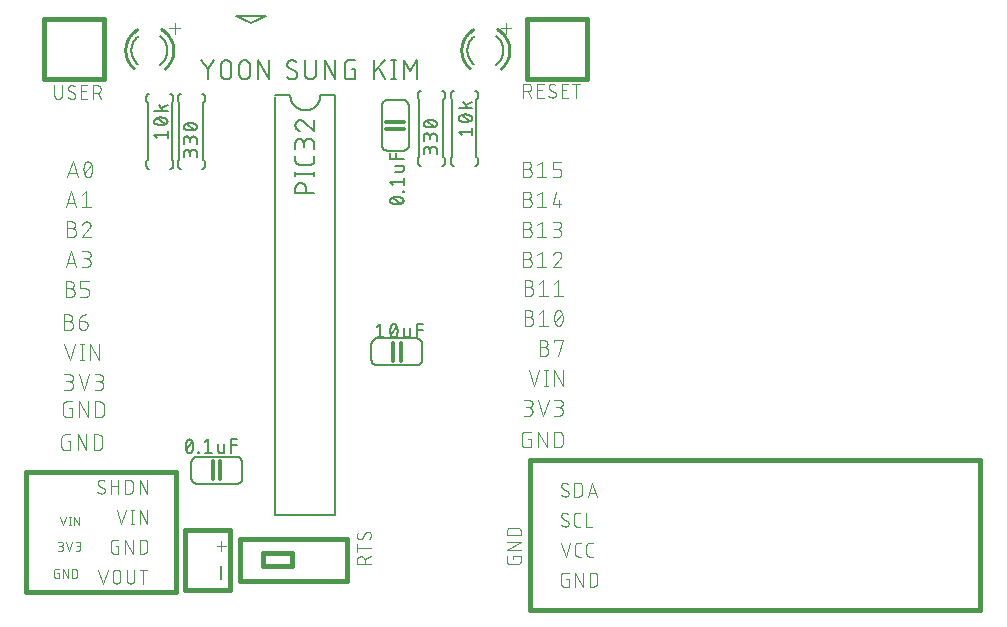
<source format=gbr>
G04 EAGLE Gerber RS-274X export*
G75*
%MOMM*%
%FSLAX34Y34*%
%LPD*%
%INSilkscreen Top*%
%IPPOS*%
%AMOC8*
5,1,8,0,0,1.08239X$1,22.5*%
G01*
%ADD10C,0.101600*%
%ADD11C,0.076200*%
%ADD12C,0.152400*%
%ADD13C,0.304800*%
%ADD14C,0.127000*%
%ADD15C,0.254000*%
%ADD16C,0.177800*%
%ADD17C,0.406400*%


D10*
X39878Y362458D02*
X44281Y375666D01*
X48683Y362458D01*
X47583Y365760D02*
X40979Y365760D01*
X53414Y369062D02*
X53417Y369322D01*
X53426Y369581D01*
X53442Y369841D01*
X53464Y370100D01*
X53491Y370358D01*
X53525Y370616D01*
X53566Y370872D01*
X53612Y371128D01*
X53664Y371383D01*
X53723Y371636D01*
X53787Y371888D01*
X53858Y372138D01*
X53934Y372386D01*
X54016Y372632D01*
X54104Y372877D01*
X54198Y373119D01*
X54298Y373359D01*
X54404Y373597D01*
X54515Y373831D01*
X54514Y373832D02*
X54549Y373927D01*
X54587Y374022D01*
X54629Y374115D01*
X54675Y374206D01*
X54724Y374296D01*
X54776Y374384D01*
X54831Y374469D01*
X54890Y374553D01*
X54952Y374634D01*
X55016Y374713D01*
X55084Y374789D01*
X55155Y374863D01*
X55228Y374934D01*
X55304Y375002D01*
X55382Y375068D01*
X55463Y375130D01*
X55546Y375190D01*
X55631Y375246D01*
X55718Y375299D01*
X55807Y375348D01*
X55898Y375394D01*
X55991Y375437D01*
X56085Y375476D01*
X56181Y375512D01*
X56278Y375544D01*
X56376Y375573D01*
X56475Y375597D01*
X56575Y375618D01*
X56675Y375635D01*
X56776Y375649D01*
X56878Y375658D01*
X56980Y375664D01*
X57082Y375666D01*
X57184Y375664D01*
X57286Y375658D01*
X57388Y375649D01*
X57489Y375635D01*
X57589Y375618D01*
X57689Y375597D01*
X57788Y375573D01*
X57886Y375544D01*
X57983Y375512D01*
X58079Y375476D01*
X58173Y375437D01*
X58266Y375394D01*
X58357Y375348D01*
X58446Y375299D01*
X58533Y375246D01*
X58618Y375190D01*
X58701Y375130D01*
X58782Y375068D01*
X58860Y375002D01*
X58936Y374934D01*
X59009Y374863D01*
X59080Y374789D01*
X59148Y374713D01*
X59212Y374634D01*
X59274Y374553D01*
X59333Y374469D01*
X59388Y374384D01*
X59440Y374296D01*
X59489Y374206D01*
X59535Y374115D01*
X59577Y374022D01*
X59615Y373927D01*
X59650Y373832D01*
X59650Y373831D02*
X59761Y373596D01*
X59867Y373359D01*
X59967Y373119D01*
X60061Y372877D01*
X60149Y372632D01*
X60231Y372386D01*
X60307Y372138D01*
X60378Y371887D01*
X60442Y371636D01*
X60501Y371383D01*
X60553Y371128D01*
X60599Y370872D01*
X60640Y370616D01*
X60674Y370358D01*
X60701Y370100D01*
X60723Y369841D01*
X60739Y369581D01*
X60748Y369322D01*
X60751Y369062D01*
X53414Y369062D02*
X53417Y368802D01*
X53426Y368543D01*
X53442Y368283D01*
X53464Y368024D01*
X53491Y367766D01*
X53525Y367508D01*
X53566Y367252D01*
X53612Y366996D01*
X53664Y366741D01*
X53723Y366488D01*
X53787Y366237D01*
X53858Y365986D01*
X53934Y365738D01*
X54016Y365492D01*
X54104Y365247D01*
X54198Y365005D01*
X54298Y364765D01*
X54404Y364528D01*
X54515Y364293D01*
X54514Y364292D02*
X54549Y364197D01*
X54587Y364102D01*
X54629Y364009D01*
X54675Y363918D01*
X54724Y363828D01*
X54776Y363740D01*
X54831Y363655D01*
X54890Y363571D01*
X54952Y363490D01*
X55016Y363411D01*
X55084Y363335D01*
X55155Y363261D01*
X55228Y363190D01*
X55304Y363122D01*
X55382Y363056D01*
X55463Y362994D01*
X55546Y362934D01*
X55631Y362878D01*
X55718Y362825D01*
X55807Y362776D01*
X55898Y362730D01*
X55991Y362687D01*
X56085Y362648D01*
X56181Y362612D01*
X56278Y362580D01*
X56376Y362551D01*
X56475Y362527D01*
X56575Y362506D01*
X56675Y362489D01*
X56776Y362475D01*
X56878Y362466D01*
X56980Y362460D01*
X57082Y362458D01*
X59651Y364292D02*
X59762Y364527D01*
X59868Y364765D01*
X59968Y365005D01*
X60062Y365247D01*
X60150Y365491D01*
X60232Y365738D01*
X60308Y365986D01*
X60379Y366236D01*
X60443Y366488D01*
X60502Y366741D01*
X60554Y366996D01*
X60600Y367251D01*
X60641Y367508D01*
X60675Y367766D01*
X60702Y368024D01*
X60724Y368283D01*
X60740Y368542D01*
X60749Y368802D01*
X60752Y369062D01*
X59650Y364292D02*
X59615Y364197D01*
X59577Y364102D01*
X59535Y364009D01*
X59489Y363918D01*
X59440Y363828D01*
X59388Y363740D01*
X59333Y363655D01*
X59274Y363571D01*
X59212Y363490D01*
X59148Y363411D01*
X59080Y363335D01*
X59009Y363261D01*
X58936Y363190D01*
X58860Y363122D01*
X58782Y363056D01*
X58701Y362994D01*
X58618Y362934D01*
X58533Y362878D01*
X58446Y362825D01*
X58357Y362776D01*
X58266Y362730D01*
X58173Y362687D01*
X58079Y362648D01*
X57983Y362612D01*
X57886Y362580D01*
X57788Y362551D01*
X57689Y362527D01*
X57589Y362506D01*
X57489Y362489D01*
X57388Y362475D01*
X57286Y362466D01*
X57184Y362460D01*
X57082Y362458D01*
X54147Y365393D02*
X60017Y372731D01*
X43011Y350266D02*
X38608Y337058D01*
X47413Y337058D02*
X43011Y350266D01*
X46313Y340360D02*
X39709Y340360D01*
X52143Y347331D02*
X55812Y350266D01*
X55812Y337058D01*
X52143Y337058D02*
X59481Y337058D01*
X43547Y318996D02*
X39878Y318996D01*
X43547Y318996D02*
X43667Y318994D01*
X43787Y318988D01*
X43907Y318978D01*
X44026Y318965D01*
X44145Y318947D01*
X44263Y318926D01*
X44380Y318900D01*
X44497Y318871D01*
X44612Y318838D01*
X44726Y318801D01*
X44839Y318761D01*
X44951Y318717D01*
X45061Y318669D01*
X45170Y318618D01*
X45277Y318563D01*
X45381Y318504D01*
X45484Y318443D01*
X45585Y318378D01*
X45684Y318309D01*
X45781Y318238D01*
X45875Y318163D01*
X45966Y318086D01*
X46055Y318005D01*
X46141Y317921D01*
X46225Y317835D01*
X46306Y317746D01*
X46383Y317655D01*
X46458Y317561D01*
X46529Y317464D01*
X46598Y317365D01*
X46663Y317264D01*
X46724Y317162D01*
X46783Y317057D01*
X46838Y316950D01*
X46889Y316841D01*
X46937Y316731D01*
X46981Y316619D01*
X47021Y316506D01*
X47058Y316392D01*
X47091Y316277D01*
X47120Y316160D01*
X47146Y316043D01*
X47167Y315925D01*
X47185Y315806D01*
X47198Y315687D01*
X47208Y315567D01*
X47214Y315447D01*
X47216Y315327D01*
X47214Y315207D01*
X47208Y315087D01*
X47198Y314967D01*
X47185Y314848D01*
X47167Y314729D01*
X47146Y314611D01*
X47120Y314494D01*
X47091Y314377D01*
X47058Y314262D01*
X47021Y314148D01*
X46981Y314035D01*
X46937Y313923D01*
X46889Y313813D01*
X46838Y313704D01*
X46783Y313597D01*
X46724Y313493D01*
X46663Y313390D01*
X46598Y313289D01*
X46529Y313190D01*
X46458Y313093D01*
X46383Y312999D01*
X46306Y312908D01*
X46225Y312819D01*
X46141Y312733D01*
X46055Y312649D01*
X45966Y312568D01*
X45875Y312491D01*
X45781Y312416D01*
X45684Y312345D01*
X45585Y312276D01*
X45484Y312211D01*
X45382Y312150D01*
X45277Y312091D01*
X45170Y312036D01*
X45061Y311985D01*
X44951Y311937D01*
X44839Y311893D01*
X44726Y311853D01*
X44612Y311816D01*
X44497Y311783D01*
X44380Y311754D01*
X44263Y311728D01*
X44145Y311707D01*
X44026Y311689D01*
X43907Y311676D01*
X43787Y311666D01*
X43667Y311660D01*
X43547Y311658D01*
X39878Y311658D01*
X39878Y324866D01*
X43547Y324866D01*
X43654Y324864D01*
X43761Y324858D01*
X43868Y324848D01*
X43974Y324835D01*
X44080Y324817D01*
X44185Y324796D01*
X44289Y324771D01*
X44393Y324742D01*
X44495Y324709D01*
X44595Y324672D01*
X44695Y324632D01*
X44793Y324588D01*
X44889Y324541D01*
X44983Y324490D01*
X45076Y324436D01*
X45166Y324379D01*
X45255Y324318D01*
X45341Y324254D01*
X45424Y324187D01*
X45506Y324117D01*
X45584Y324044D01*
X45660Y323968D01*
X45733Y323890D01*
X45803Y323808D01*
X45870Y323725D01*
X45934Y323639D01*
X45995Y323550D01*
X46052Y323460D01*
X46106Y323367D01*
X46157Y323273D01*
X46204Y323177D01*
X46248Y323079D01*
X46288Y322979D01*
X46325Y322879D01*
X46358Y322777D01*
X46387Y322673D01*
X46412Y322569D01*
X46433Y322464D01*
X46451Y322358D01*
X46464Y322252D01*
X46474Y322145D01*
X46480Y322038D01*
X46482Y321931D01*
X46480Y321824D01*
X46474Y321717D01*
X46464Y321610D01*
X46451Y321504D01*
X46433Y321398D01*
X46412Y321293D01*
X46387Y321189D01*
X46358Y321085D01*
X46325Y320983D01*
X46288Y320883D01*
X46248Y320783D01*
X46204Y320685D01*
X46157Y320589D01*
X46106Y320495D01*
X46052Y320402D01*
X45995Y320312D01*
X45934Y320223D01*
X45870Y320137D01*
X45803Y320054D01*
X45733Y319972D01*
X45660Y319894D01*
X45584Y319818D01*
X45506Y319745D01*
X45424Y319675D01*
X45341Y319608D01*
X45255Y319544D01*
X45166Y319483D01*
X45076Y319426D01*
X44983Y319372D01*
X44889Y319321D01*
X44793Y319274D01*
X44695Y319230D01*
X44595Y319190D01*
X44495Y319153D01*
X44393Y319120D01*
X44289Y319091D01*
X44185Y319066D01*
X44080Y319045D01*
X43974Y319027D01*
X43868Y319014D01*
X43761Y319004D01*
X43654Y318998D01*
X43547Y318996D01*
X56109Y324866D02*
X56222Y324864D01*
X56334Y324858D01*
X56447Y324849D01*
X56559Y324835D01*
X56670Y324818D01*
X56781Y324797D01*
X56891Y324772D01*
X57000Y324744D01*
X57108Y324711D01*
X57215Y324675D01*
X57320Y324636D01*
X57425Y324593D01*
X57527Y324546D01*
X57628Y324496D01*
X57727Y324442D01*
X57825Y324385D01*
X57920Y324325D01*
X58013Y324262D01*
X58104Y324195D01*
X58193Y324125D01*
X58279Y324053D01*
X58363Y323977D01*
X58444Y323899D01*
X58522Y323818D01*
X58598Y323734D01*
X58670Y323648D01*
X58740Y323559D01*
X58807Y323468D01*
X58870Y323375D01*
X58930Y323280D01*
X58987Y323182D01*
X59041Y323083D01*
X59091Y322982D01*
X59138Y322880D01*
X59181Y322775D01*
X59220Y322670D01*
X59256Y322563D01*
X59289Y322455D01*
X59317Y322346D01*
X59342Y322236D01*
X59363Y322125D01*
X59380Y322014D01*
X59394Y321902D01*
X59403Y321789D01*
X59409Y321677D01*
X59411Y321564D01*
X56109Y324866D02*
X55982Y324864D01*
X55855Y324858D01*
X55728Y324849D01*
X55602Y324836D01*
X55476Y324819D01*
X55351Y324798D01*
X55226Y324773D01*
X55103Y324745D01*
X54980Y324713D01*
X54858Y324677D01*
X54737Y324638D01*
X54617Y324595D01*
X54499Y324549D01*
X54382Y324499D01*
X54267Y324445D01*
X54154Y324388D01*
X54042Y324328D01*
X53932Y324265D01*
X53824Y324198D01*
X53718Y324128D01*
X53614Y324055D01*
X53512Y323978D01*
X53413Y323899D01*
X53316Y323817D01*
X53222Y323732D01*
X53130Y323644D01*
X53041Y323554D01*
X52955Y323460D01*
X52871Y323365D01*
X52791Y323267D01*
X52713Y323166D01*
X52638Y323063D01*
X52567Y322958D01*
X52499Y322851D01*
X52434Y322742D01*
X52372Y322631D01*
X52313Y322518D01*
X52258Y322404D01*
X52207Y322288D01*
X52159Y322170D01*
X52114Y322051D01*
X52073Y321931D01*
X58310Y318996D02*
X58392Y319076D01*
X58471Y319159D01*
X58548Y319245D01*
X58622Y319333D01*
X58692Y319424D01*
X58760Y319516D01*
X58825Y319611D01*
X58887Y319708D01*
X58945Y319807D01*
X59001Y319908D01*
X59053Y320010D01*
X59101Y320114D01*
X59146Y320220D01*
X59188Y320327D01*
X59227Y320435D01*
X59261Y320545D01*
X59293Y320655D01*
X59320Y320767D01*
X59344Y320879D01*
X59365Y320992D01*
X59381Y321106D01*
X59394Y321220D01*
X59404Y321334D01*
X59409Y321449D01*
X59411Y321564D01*
X58310Y318996D02*
X52073Y311658D01*
X59411Y311658D01*
X43011Y299466D02*
X38608Y286258D01*
X47413Y286258D02*
X43011Y299466D01*
X46313Y289560D02*
X39709Y289560D01*
X52143Y286258D02*
X55812Y286258D01*
X55932Y286260D01*
X56052Y286266D01*
X56172Y286276D01*
X56291Y286289D01*
X56410Y286307D01*
X56528Y286328D01*
X56645Y286354D01*
X56762Y286383D01*
X56877Y286416D01*
X56991Y286453D01*
X57104Y286493D01*
X57216Y286537D01*
X57326Y286585D01*
X57435Y286636D01*
X57542Y286691D01*
X57647Y286750D01*
X57749Y286811D01*
X57850Y286876D01*
X57949Y286945D01*
X58046Y287016D01*
X58140Y287091D01*
X58231Y287168D01*
X58320Y287249D01*
X58406Y287333D01*
X58490Y287419D01*
X58571Y287508D01*
X58648Y287599D01*
X58723Y287693D01*
X58794Y287790D01*
X58863Y287889D01*
X58928Y287990D01*
X58989Y288093D01*
X59048Y288197D01*
X59103Y288304D01*
X59154Y288413D01*
X59202Y288523D01*
X59246Y288635D01*
X59286Y288748D01*
X59323Y288862D01*
X59356Y288977D01*
X59385Y289094D01*
X59411Y289211D01*
X59432Y289329D01*
X59450Y289448D01*
X59463Y289567D01*
X59473Y289687D01*
X59479Y289807D01*
X59481Y289927D01*
X59479Y290047D01*
X59473Y290167D01*
X59463Y290287D01*
X59450Y290406D01*
X59432Y290525D01*
X59411Y290643D01*
X59385Y290760D01*
X59356Y290877D01*
X59323Y290992D01*
X59286Y291106D01*
X59246Y291219D01*
X59202Y291331D01*
X59154Y291441D01*
X59103Y291550D01*
X59048Y291657D01*
X58989Y291762D01*
X58928Y291864D01*
X58863Y291965D01*
X58794Y292064D01*
X58723Y292161D01*
X58648Y292255D01*
X58571Y292346D01*
X58490Y292435D01*
X58406Y292521D01*
X58320Y292605D01*
X58231Y292686D01*
X58140Y292763D01*
X58046Y292838D01*
X57949Y292909D01*
X57850Y292978D01*
X57749Y293043D01*
X57646Y293104D01*
X57542Y293163D01*
X57435Y293218D01*
X57326Y293269D01*
X57216Y293317D01*
X57104Y293361D01*
X56991Y293401D01*
X56877Y293438D01*
X56762Y293471D01*
X56645Y293500D01*
X56528Y293526D01*
X56410Y293547D01*
X56291Y293565D01*
X56172Y293578D01*
X56052Y293588D01*
X55932Y293594D01*
X55812Y293596D01*
X56546Y299466D02*
X52143Y299466D01*
X56546Y299466D02*
X56653Y299464D01*
X56760Y299458D01*
X56867Y299448D01*
X56973Y299435D01*
X57079Y299417D01*
X57184Y299396D01*
X57288Y299371D01*
X57392Y299342D01*
X57494Y299309D01*
X57594Y299272D01*
X57694Y299232D01*
X57792Y299188D01*
X57888Y299141D01*
X57982Y299090D01*
X58075Y299036D01*
X58165Y298979D01*
X58254Y298918D01*
X58340Y298854D01*
X58423Y298787D01*
X58505Y298717D01*
X58583Y298644D01*
X58659Y298568D01*
X58732Y298490D01*
X58802Y298408D01*
X58869Y298325D01*
X58933Y298239D01*
X58994Y298150D01*
X59051Y298060D01*
X59105Y297967D01*
X59156Y297873D01*
X59203Y297777D01*
X59247Y297679D01*
X59287Y297579D01*
X59324Y297479D01*
X59357Y297377D01*
X59386Y297273D01*
X59411Y297169D01*
X59432Y297064D01*
X59450Y296958D01*
X59463Y296852D01*
X59473Y296745D01*
X59479Y296638D01*
X59481Y296531D01*
X59479Y296424D01*
X59473Y296317D01*
X59463Y296210D01*
X59450Y296104D01*
X59432Y295998D01*
X59411Y295893D01*
X59386Y295789D01*
X59357Y295685D01*
X59324Y295583D01*
X59287Y295483D01*
X59247Y295383D01*
X59203Y295285D01*
X59156Y295189D01*
X59105Y295095D01*
X59051Y295002D01*
X58994Y294912D01*
X58933Y294823D01*
X58869Y294737D01*
X58802Y294654D01*
X58732Y294572D01*
X58659Y294494D01*
X58583Y294418D01*
X58505Y294345D01*
X58423Y294275D01*
X58340Y294208D01*
X58254Y294144D01*
X58165Y294083D01*
X58075Y294026D01*
X57982Y293972D01*
X57888Y293921D01*
X57792Y293874D01*
X57694Y293830D01*
X57594Y293790D01*
X57494Y293753D01*
X57392Y293720D01*
X57288Y293691D01*
X57184Y293666D01*
X57079Y293645D01*
X56973Y293627D01*
X56867Y293614D01*
X56760Y293604D01*
X56653Y293598D01*
X56546Y293596D01*
X53611Y293596D01*
X42277Y268196D02*
X38608Y268196D01*
X42277Y268196D02*
X42397Y268194D01*
X42517Y268188D01*
X42637Y268178D01*
X42756Y268165D01*
X42875Y268147D01*
X42993Y268126D01*
X43110Y268100D01*
X43227Y268071D01*
X43342Y268038D01*
X43456Y268001D01*
X43569Y267961D01*
X43681Y267917D01*
X43791Y267869D01*
X43900Y267818D01*
X44007Y267763D01*
X44111Y267704D01*
X44214Y267643D01*
X44315Y267578D01*
X44414Y267509D01*
X44511Y267438D01*
X44605Y267363D01*
X44696Y267286D01*
X44785Y267205D01*
X44871Y267121D01*
X44955Y267035D01*
X45036Y266946D01*
X45113Y266855D01*
X45188Y266761D01*
X45259Y266664D01*
X45328Y266565D01*
X45393Y266464D01*
X45454Y266362D01*
X45513Y266257D01*
X45568Y266150D01*
X45619Y266041D01*
X45667Y265931D01*
X45711Y265819D01*
X45751Y265706D01*
X45788Y265592D01*
X45821Y265477D01*
X45850Y265360D01*
X45876Y265243D01*
X45897Y265125D01*
X45915Y265006D01*
X45928Y264887D01*
X45938Y264767D01*
X45944Y264647D01*
X45946Y264527D01*
X45944Y264407D01*
X45938Y264287D01*
X45928Y264167D01*
X45915Y264048D01*
X45897Y263929D01*
X45876Y263811D01*
X45850Y263694D01*
X45821Y263577D01*
X45788Y263462D01*
X45751Y263348D01*
X45711Y263235D01*
X45667Y263123D01*
X45619Y263013D01*
X45568Y262904D01*
X45513Y262797D01*
X45454Y262693D01*
X45393Y262590D01*
X45328Y262489D01*
X45259Y262390D01*
X45188Y262293D01*
X45113Y262199D01*
X45036Y262108D01*
X44955Y262019D01*
X44871Y261933D01*
X44785Y261849D01*
X44696Y261768D01*
X44605Y261691D01*
X44511Y261616D01*
X44414Y261545D01*
X44315Y261476D01*
X44214Y261411D01*
X44112Y261350D01*
X44007Y261291D01*
X43900Y261236D01*
X43791Y261185D01*
X43681Y261137D01*
X43569Y261093D01*
X43456Y261053D01*
X43342Y261016D01*
X43227Y260983D01*
X43110Y260954D01*
X42993Y260928D01*
X42875Y260907D01*
X42756Y260889D01*
X42637Y260876D01*
X42517Y260866D01*
X42397Y260860D01*
X42277Y260858D01*
X38608Y260858D01*
X38608Y274066D01*
X42277Y274066D01*
X42384Y274064D01*
X42491Y274058D01*
X42598Y274048D01*
X42704Y274035D01*
X42810Y274017D01*
X42915Y273996D01*
X43019Y273971D01*
X43123Y273942D01*
X43225Y273909D01*
X43325Y273872D01*
X43425Y273832D01*
X43523Y273788D01*
X43619Y273741D01*
X43713Y273690D01*
X43806Y273636D01*
X43896Y273579D01*
X43985Y273518D01*
X44071Y273454D01*
X44154Y273387D01*
X44236Y273317D01*
X44314Y273244D01*
X44390Y273168D01*
X44463Y273090D01*
X44533Y273008D01*
X44600Y272925D01*
X44664Y272839D01*
X44725Y272750D01*
X44782Y272660D01*
X44836Y272567D01*
X44887Y272473D01*
X44934Y272377D01*
X44978Y272279D01*
X45018Y272179D01*
X45055Y272079D01*
X45088Y271977D01*
X45117Y271873D01*
X45142Y271769D01*
X45163Y271664D01*
X45181Y271558D01*
X45194Y271452D01*
X45204Y271345D01*
X45210Y271238D01*
X45212Y271131D01*
X45210Y271024D01*
X45204Y270917D01*
X45194Y270810D01*
X45181Y270704D01*
X45163Y270598D01*
X45142Y270493D01*
X45117Y270389D01*
X45088Y270285D01*
X45055Y270183D01*
X45018Y270083D01*
X44978Y269983D01*
X44934Y269885D01*
X44887Y269789D01*
X44836Y269695D01*
X44782Y269602D01*
X44725Y269512D01*
X44664Y269423D01*
X44600Y269337D01*
X44533Y269254D01*
X44463Y269172D01*
X44390Y269094D01*
X44314Y269018D01*
X44236Y268945D01*
X44154Y268875D01*
X44071Y268808D01*
X43985Y268744D01*
X43896Y268683D01*
X43806Y268626D01*
X43713Y268572D01*
X43619Y268521D01*
X43523Y268474D01*
X43425Y268430D01*
X43325Y268390D01*
X43225Y268353D01*
X43123Y268320D01*
X43019Y268291D01*
X42915Y268266D01*
X42810Y268245D01*
X42704Y268227D01*
X42598Y268214D01*
X42491Y268204D01*
X42384Y268198D01*
X42277Y268196D01*
X50803Y260858D02*
X55206Y260858D01*
X55313Y260860D01*
X55420Y260866D01*
X55527Y260876D01*
X55633Y260889D01*
X55739Y260907D01*
X55844Y260928D01*
X55948Y260953D01*
X56052Y260982D01*
X56154Y261015D01*
X56254Y261052D01*
X56354Y261092D01*
X56452Y261136D01*
X56548Y261183D01*
X56642Y261234D01*
X56735Y261288D01*
X56825Y261345D01*
X56914Y261406D01*
X57000Y261470D01*
X57083Y261537D01*
X57165Y261607D01*
X57243Y261680D01*
X57319Y261756D01*
X57392Y261834D01*
X57462Y261916D01*
X57529Y261999D01*
X57593Y262085D01*
X57654Y262174D01*
X57711Y262264D01*
X57765Y262357D01*
X57816Y262451D01*
X57864Y262547D01*
X57907Y262645D01*
X57947Y262745D01*
X57984Y262845D01*
X58017Y262947D01*
X58046Y263051D01*
X58071Y263155D01*
X58092Y263260D01*
X58110Y263366D01*
X58123Y263472D01*
X58133Y263579D01*
X58139Y263686D01*
X58141Y263793D01*
X58141Y265261D01*
X58139Y265368D01*
X58133Y265475D01*
X58123Y265582D01*
X58110Y265688D01*
X58092Y265794D01*
X58071Y265899D01*
X58046Y266003D01*
X58017Y266107D01*
X57984Y266209D01*
X57947Y266309D01*
X57907Y266409D01*
X57863Y266507D01*
X57816Y266603D01*
X57765Y266697D01*
X57711Y266790D01*
X57654Y266880D01*
X57593Y266969D01*
X57529Y267055D01*
X57462Y267138D01*
X57392Y267220D01*
X57319Y267298D01*
X57243Y267374D01*
X57165Y267447D01*
X57083Y267517D01*
X57000Y267584D01*
X56914Y267648D01*
X56825Y267709D01*
X56735Y267766D01*
X56642Y267820D01*
X56548Y267871D01*
X56452Y267918D01*
X56354Y267962D01*
X56254Y268002D01*
X56154Y268039D01*
X56052Y268072D01*
X55948Y268101D01*
X55844Y268126D01*
X55739Y268147D01*
X55633Y268165D01*
X55527Y268178D01*
X55420Y268188D01*
X55313Y268194D01*
X55206Y268196D01*
X50803Y268196D01*
X50803Y274066D01*
X58141Y274066D01*
X41007Y240256D02*
X37338Y240256D01*
X41007Y240256D02*
X41127Y240254D01*
X41247Y240248D01*
X41367Y240238D01*
X41486Y240225D01*
X41605Y240207D01*
X41723Y240186D01*
X41840Y240160D01*
X41957Y240131D01*
X42072Y240098D01*
X42186Y240061D01*
X42299Y240021D01*
X42411Y239977D01*
X42521Y239929D01*
X42630Y239878D01*
X42737Y239823D01*
X42841Y239764D01*
X42944Y239703D01*
X43045Y239638D01*
X43144Y239569D01*
X43241Y239498D01*
X43335Y239423D01*
X43426Y239346D01*
X43515Y239265D01*
X43601Y239181D01*
X43685Y239095D01*
X43766Y239006D01*
X43843Y238915D01*
X43918Y238821D01*
X43989Y238724D01*
X44058Y238625D01*
X44123Y238524D01*
X44184Y238422D01*
X44243Y238317D01*
X44298Y238210D01*
X44349Y238101D01*
X44397Y237991D01*
X44441Y237879D01*
X44481Y237766D01*
X44518Y237652D01*
X44551Y237537D01*
X44580Y237420D01*
X44606Y237303D01*
X44627Y237185D01*
X44645Y237066D01*
X44658Y236947D01*
X44668Y236827D01*
X44674Y236707D01*
X44676Y236587D01*
X44674Y236467D01*
X44668Y236347D01*
X44658Y236227D01*
X44645Y236108D01*
X44627Y235989D01*
X44606Y235871D01*
X44580Y235754D01*
X44551Y235637D01*
X44518Y235522D01*
X44481Y235408D01*
X44441Y235295D01*
X44397Y235183D01*
X44349Y235073D01*
X44298Y234964D01*
X44243Y234857D01*
X44184Y234753D01*
X44123Y234650D01*
X44058Y234549D01*
X43989Y234450D01*
X43918Y234353D01*
X43843Y234259D01*
X43766Y234168D01*
X43685Y234079D01*
X43601Y233993D01*
X43515Y233909D01*
X43426Y233828D01*
X43335Y233751D01*
X43241Y233676D01*
X43144Y233605D01*
X43045Y233536D01*
X42944Y233471D01*
X42842Y233410D01*
X42737Y233351D01*
X42630Y233296D01*
X42521Y233245D01*
X42411Y233197D01*
X42299Y233153D01*
X42186Y233113D01*
X42072Y233076D01*
X41957Y233043D01*
X41840Y233014D01*
X41723Y232988D01*
X41605Y232967D01*
X41486Y232949D01*
X41367Y232936D01*
X41247Y232926D01*
X41127Y232920D01*
X41007Y232918D01*
X37338Y232918D01*
X37338Y246126D01*
X41007Y246126D01*
X41114Y246124D01*
X41221Y246118D01*
X41328Y246108D01*
X41434Y246095D01*
X41540Y246077D01*
X41645Y246056D01*
X41749Y246031D01*
X41853Y246002D01*
X41955Y245969D01*
X42055Y245932D01*
X42155Y245892D01*
X42253Y245848D01*
X42349Y245801D01*
X42443Y245750D01*
X42536Y245696D01*
X42626Y245639D01*
X42715Y245578D01*
X42801Y245514D01*
X42884Y245447D01*
X42966Y245377D01*
X43044Y245304D01*
X43120Y245228D01*
X43193Y245150D01*
X43263Y245068D01*
X43330Y244985D01*
X43394Y244899D01*
X43455Y244810D01*
X43512Y244720D01*
X43566Y244627D01*
X43617Y244533D01*
X43664Y244437D01*
X43708Y244339D01*
X43748Y244239D01*
X43785Y244139D01*
X43818Y244037D01*
X43847Y243933D01*
X43872Y243829D01*
X43893Y243724D01*
X43911Y243618D01*
X43924Y243512D01*
X43934Y243405D01*
X43940Y243298D01*
X43942Y243191D01*
X43940Y243084D01*
X43934Y242977D01*
X43924Y242870D01*
X43911Y242764D01*
X43893Y242658D01*
X43872Y242553D01*
X43847Y242449D01*
X43818Y242345D01*
X43785Y242243D01*
X43748Y242143D01*
X43708Y242043D01*
X43664Y241945D01*
X43617Y241849D01*
X43566Y241755D01*
X43512Y241662D01*
X43455Y241572D01*
X43394Y241483D01*
X43330Y241397D01*
X43263Y241314D01*
X43193Y241232D01*
X43120Y241154D01*
X43044Y241078D01*
X42966Y241005D01*
X42884Y240935D01*
X42801Y240868D01*
X42715Y240804D01*
X42626Y240743D01*
X42536Y240686D01*
X42443Y240632D01*
X42349Y240581D01*
X42253Y240534D01*
X42155Y240490D01*
X42055Y240450D01*
X41955Y240413D01*
X41853Y240380D01*
X41749Y240351D01*
X41645Y240326D01*
X41540Y240305D01*
X41434Y240287D01*
X41328Y240274D01*
X41221Y240264D01*
X41114Y240258D01*
X41007Y240256D01*
X49533Y240256D02*
X53936Y240256D01*
X54043Y240254D01*
X54150Y240248D01*
X54257Y240238D01*
X54363Y240225D01*
X54469Y240207D01*
X54574Y240186D01*
X54678Y240161D01*
X54782Y240132D01*
X54884Y240099D01*
X54984Y240062D01*
X55084Y240022D01*
X55182Y239978D01*
X55278Y239931D01*
X55372Y239880D01*
X55465Y239826D01*
X55555Y239769D01*
X55644Y239708D01*
X55730Y239644D01*
X55813Y239577D01*
X55895Y239507D01*
X55973Y239434D01*
X56049Y239358D01*
X56122Y239280D01*
X56192Y239198D01*
X56259Y239115D01*
X56323Y239029D01*
X56384Y238940D01*
X56441Y238850D01*
X56495Y238757D01*
X56546Y238663D01*
X56593Y238567D01*
X56637Y238469D01*
X56677Y238369D01*
X56714Y238269D01*
X56747Y238167D01*
X56776Y238063D01*
X56801Y237959D01*
X56822Y237854D01*
X56840Y237748D01*
X56853Y237642D01*
X56863Y237535D01*
X56869Y237428D01*
X56871Y237321D01*
X56871Y236587D01*
X56869Y236467D01*
X56863Y236347D01*
X56853Y236227D01*
X56840Y236108D01*
X56822Y235989D01*
X56801Y235871D01*
X56775Y235754D01*
X56746Y235637D01*
X56713Y235522D01*
X56676Y235408D01*
X56636Y235295D01*
X56592Y235183D01*
X56544Y235073D01*
X56493Y234964D01*
X56438Y234857D01*
X56379Y234753D01*
X56318Y234650D01*
X56253Y234549D01*
X56184Y234450D01*
X56113Y234353D01*
X56038Y234259D01*
X55961Y234168D01*
X55880Y234079D01*
X55796Y233993D01*
X55710Y233909D01*
X55621Y233828D01*
X55530Y233751D01*
X55436Y233676D01*
X55339Y233605D01*
X55240Y233536D01*
X55139Y233471D01*
X55037Y233410D01*
X54932Y233351D01*
X54825Y233296D01*
X54716Y233245D01*
X54606Y233197D01*
X54494Y233153D01*
X54381Y233113D01*
X54267Y233076D01*
X54152Y233043D01*
X54035Y233014D01*
X53918Y232988D01*
X53800Y232967D01*
X53681Y232949D01*
X53562Y232936D01*
X53442Y232926D01*
X53322Y232920D01*
X53202Y232918D01*
X53082Y232920D01*
X52962Y232926D01*
X52842Y232936D01*
X52723Y232949D01*
X52604Y232967D01*
X52486Y232988D01*
X52369Y233014D01*
X52252Y233043D01*
X52137Y233076D01*
X52023Y233113D01*
X51910Y233153D01*
X51798Y233197D01*
X51688Y233245D01*
X51579Y233296D01*
X51472Y233351D01*
X51368Y233410D01*
X51265Y233471D01*
X51164Y233536D01*
X51065Y233605D01*
X50968Y233676D01*
X50874Y233751D01*
X50783Y233828D01*
X50694Y233909D01*
X50608Y233993D01*
X50524Y234079D01*
X50443Y234168D01*
X50366Y234259D01*
X50291Y234353D01*
X50220Y234450D01*
X50151Y234549D01*
X50086Y234650D01*
X50025Y234753D01*
X49966Y234857D01*
X49911Y234964D01*
X49860Y235073D01*
X49812Y235183D01*
X49768Y235295D01*
X49728Y235408D01*
X49691Y235522D01*
X49658Y235637D01*
X49629Y235754D01*
X49603Y235871D01*
X49582Y235989D01*
X49564Y236108D01*
X49551Y236227D01*
X49541Y236347D01*
X49535Y236467D01*
X49533Y236587D01*
X49533Y240256D01*
X49534Y240256D02*
X49536Y240407D01*
X49542Y240558D01*
X49552Y240709D01*
X49565Y240860D01*
X49583Y241010D01*
X49604Y241159D01*
X49629Y241308D01*
X49658Y241457D01*
X49691Y241604D01*
X49728Y241751D01*
X49768Y241897D01*
X49812Y242041D01*
X49860Y242185D01*
X49911Y242327D01*
X49966Y242467D01*
X50025Y242607D01*
X50088Y242744D01*
X50153Y242880D01*
X50223Y243015D01*
X50295Y243147D01*
X50372Y243278D01*
X50451Y243406D01*
X50534Y243533D01*
X50620Y243657D01*
X50709Y243779D01*
X50801Y243899D01*
X50897Y244016D01*
X50995Y244131D01*
X51096Y244243D01*
X51200Y244353D01*
X51307Y244460D01*
X51417Y244564D01*
X51529Y244665D01*
X51644Y244763D01*
X51761Y244859D01*
X51881Y244951D01*
X52003Y245040D01*
X52127Y245126D01*
X52254Y245209D01*
X52382Y245288D01*
X52513Y245365D01*
X52645Y245437D01*
X52780Y245507D01*
X52916Y245572D01*
X53053Y245635D01*
X53193Y245694D01*
X53333Y245749D01*
X53475Y245800D01*
X53619Y245848D01*
X53763Y245892D01*
X53909Y245932D01*
X54056Y245969D01*
X54203Y246002D01*
X54352Y246031D01*
X54501Y246056D01*
X54650Y246077D01*
X54800Y246095D01*
X54951Y246108D01*
X55102Y246118D01*
X55253Y246124D01*
X55404Y246126D01*
X37338Y220726D02*
X41741Y207518D01*
X46143Y220726D01*
X51982Y220726D02*
X51982Y207518D01*
X53449Y207518D02*
X50514Y207518D01*
X50514Y220726D02*
X53449Y220726D01*
X58981Y220726D02*
X58981Y207518D01*
X66319Y207518D02*
X58981Y220726D01*
X66319Y220726D02*
X66319Y207518D01*
X41007Y182118D02*
X37338Y182118D01*
X41007Y182118D02*
X41127Y182120D01*
X41247Y182126D01*
X41367Y182136D01*
X41486Y182149D01*
X41605Y182167D01*
X41723Y182188D01*
X41840Y182214D01*
X41957Y182243D01*
X42072Y182276D01*
X42186Y182313D01*
X42299Y182353D01*
X42411Y182397D01*
X42521Y182445D01*
X42630Y182496D01*
X42737Y182551D01*
X42842Y182610D01*
X42944Y182671D01*
X43045Y182736D01*
X43144Y182805D01*
X43241Y182876D01*
X43335Y182951D01*
X43426Y183028D01*
X43515Y183109D01*
X43601Y183193D01*
X43685Y183279D01*
X43766Y183368D01*
X43843Y183459D01*
X43918Y183553D01*
X43989Y183650D01*
X44058Y183749D01*
X44123Y183850D01*
X44184Y183953D01*
X44243Y184057D01*
X44298Y184164D01*
X44349Y184273D01*
X44397Y184383D01*
X44441Y184495D01*
X44481Y184608D01*
X44518Y184722D01*
X44551Y184837D01*
X44580Y184954D01*
X44606Y185071D01*
X44627Y185189D01*
X44645Y185308D01*
X44658Y185427D01*
X44668Y185547D01*
X44674Y185667D01*
X44676Y185787D01*
X44674Y185907D01*
X44668Y186027D01*
X44658Y186147D01*
X44645Y186266D01*
X44627Y186385D01*
X44606Y186503D01*
X44580Y186620D01*
X44551Y186737D01*
X44518Y186852D01*
X44481Y186966D01*
X44441Y187079D01*
X44397Y187191D01*
X44349Y187301D01*
X44298Y187410D01*
X44243Y187517D01*
X44184Y187622D01*
X44123Y187724D01*
X44058Y187825D01*
X43989Y187924D01*
X43918Y188021D01*
X43843Y188115D01*
X43766Y188206D01*
X43685Y188295D01*
X43601Y188381D01*
X43515Y188465D01*
X43426Y188546D01*
X43335Y188623D01*
X43241Y188698D01*
X43144Y188769D01*
X43045Y188838D01*
X42944Y188903D01*
X42841Y188964D01*
X42737Y189023D01*
X42630Y189078D01*
X42521Y189129D01*
X42411Y189177D01*
X42299Y189221D01*
X42186Y189261D01*
X42072Y189298D01*
X41957Y189331D01*
X41840Y189360D01*
X41723Y189386D01*
X41605Y189407D01*
X41486Y189425D01*
X41367Y189438D01*
X41247Y189448D01*
X41127Y189454D01*
X41007Y189456D01*
X41741Y195326D02*
X37338Y195326D01*
X41741Y195326D02*
X41848Y195324D01*
X41955Y195318D01*
X42062Y195308D01*
X42168Y195295D01*
X42274Y195277D01*
X42379Y195256D01*
X42483Y195231D01*
X42587Y195202D01*
X42689Y195169D01*
X42789Y195132D01*
X42889Y195092D01*
X42987Y195048D01*
X43083Y195001D01*
X43177Y194950D01*
X43270Y194896D01*
X43360Y194839D01*
X43449Y194778D01*
X43535Y194714D01*
X43618Y194647D01*
X43700Y194577D01*
X43778Y194504D01*
X43854Y194428D01*
X43927Y194350D01*
X43997Y194268D01*
X44064Y194185D01*
X44128Y194099D01*
X44189Y194010D01*
X44246Y193920D01*
X44300Y193827D01*
X44351Y193733D01*
X44398Y193637D01*
X44442Y193539D01*
X44482Y193439D01*
X44519Y193339D01*
X44552Y193237D01*
X44581Y193133D01*
X44606Y193029D01*
X44627Y192924D01*
X44645Y192818D01*
X44658Y192712D01*
X44668Y192605D01*
X44674Y192498D01*
X44676Y192391D01*
X44674Y192284D01*
X44668Y192177D01*
X44658Y192070D01*
X44645Y191964D01*
X44627Y191858D01*
X44606Y191753D01*
X44581Y191649D01*
X44552Y191545D01*
X44519Y191443D01*
X44482Y191343D01*
X44442Y191243D01*
X44398Y191145D01*
X44351Y191049D01*
X44300Y190955D01*
X44246Y190862D01*
X44189Y190772D01*
X44128Y190683D01*
X44064Y190597D01*
X43997Y190514D01*
X43927Y190432D01*
X43854Y190354D01*
X43778Y190278D01*
X43700Y190205D01*
X43618Y190135D01*
X43535Y190068D01*
X43449Y190004D01*
X43360Y189943D01*
X43270Y189886D01*
X43177Y189832D01*
X43083Y189781D01*
X42987Y189734D01*
X42889Y189690D01*
X42789Y189650D01*
X42689Y189613D01*
X42587Y189580D01*
X42483Y189551D01*
X42379Y189526D01*
X42274Y189505D01*
X42168Y189487D01*
X42062Y189474D01*
X41955Y189464D01*
X41848Y189458D01*
X41741Y189456D01*
X38806Y189456D01*
X49406Y195326D02*
X53808Y182118D01*
X58211Y195326D01*
X62941Y182118D02*
X66610Y182118D01*
X66730Y182120D01*
X66850Y182126D01*
X66970Y182136D01*
X67089Y182149D01*
X67208Y182167D01*
X67326Y182188D01*
X67443Y182214D01*
X67560Y182243D01*
X67675Y182276D01*
X67789Y182313D01*
X67902Y182353D01*
X68014Y182397D01*
X68124Y182445D01*
X68233Y182496D01*
X68340Y182551D01*
X68445Y182610D01*
X68547Y182671D01*
X68648Y182736D01*
X68747Y182805D01*
X68844Y182876D01*
X68938Y182951D01*
X69029Y183028D01*
X69118Y183109D01*
X69204Y183193D01*
X69288Y183279D01*
X69369Y183368D01*
X69446Y183459D01*
X69521Y183553D01*
X69592Y183650D01*
X69661Y183749D01*
X69726Y183850D01*
X69787Y183953D01*
X69846Y184057D01*
X69901Y184164D01*
X69952Y184273D01*
X70000Y184383D01*
X70044Y184495D01*
X70084Y184608D01*
X70121Y184722D01*
X70154Y184837D01*
X70183Y184954D01*
X70209Y185071D01*
X70230Y185189D01*
X70248Y185308D01*
X70261Y185427D01*
X70271Y185547D01*
X70277Y185667D01*
X70279Y185787D01*
X70277Y185907D01*
X70271Y186027D01*
X70261Y186147D01*
X70248Y186266D01*
X70230Y186385D01*
X70209Y186503D01*
X70183Y186620D01*
X70154Y186737D01*
X70121Y186852D01*
X70084Y186966D01*
X70044Y187079D01*
X70000Y187191D01*
X69952Y187301D01*
X69901Y187410D01*
X69846Y187517D01*
X69787Y187622D01*
X69726Y187724D01*
X69661Y187825D01*
X69592Y187924D01*
X69521Y188021D01*
X69446Y188115D01*
X69369Y188206D01*
X69288Y188295D01*
X69204Y188381D01*
X69118Y188465D01*
X69029Y188546D01*
X68938Y188623D01*
X68844Y188698D01*
X68747Y188769D01*
X68648Y188838D01*
X68547Y188903D01*
X68444Y188964D01*
X68340Y189023D01*
X68233Y189078D01*
X68124Y189129D01*
X68014Y189177D01*
X67902Y189221D01*
X67789Y189261D01*
X67675Y189298D01*
X67560Y189331D01*
X67443Y189360D01*
X67326Y189386D01*
X67208Y189407D01*
X67089Y189425D01*
X66970Y189438D01*
X66850Y189448D01*
X66730Y189454D01*
X66610Y189456D01*
X67344Y195326D02*
X62941Y195326D01*
X67344Y195326D02*
X67451Y195324D01*
X67558Y195318D01*
X67665Y195308D01*
X67771Y195295D01*
X67877Y195277D01*
X67982Y195256D01*
X68086Y195231D01*
X68190Y195202D01*
X68292Y195169D01*
X68392Y195132D01*
X68492Y195092D01*
X68590Y195048D01*
X68686Y195001D01*
X68780Y194950D01*
X68873Y194896D01*
X68963Y194839D01*
X69052Y194778D01*
X69138Y194714D01*
X69221Y194647D01*
X69303Y194577D01*
X69381Y194504D01*
X69457Y194428D01*
X69530Y194350D01*
X69600Y194268D01*
X69667Y194185D01*
X69731Y194099D01*
X69792Y194010D01*
X69849Y193920D01*
X69903Y193827D01*
X69954Y193733D01*
X70001Y193637D01*
X70045Y193539D01*
X70085Y193439D01*
X70122Y193339D01*
X70155Y193237D01*
X70184Y193133D01*
X70209Y193029D01*
X70230Y192924D01*
X70248Y192818D01*
X70261Y192712D01*
X70271Y192605D01*
X70277Y192498D01*
X70279Y192391D01*
X70277Y192284D01*
X70271Y192177D01*
X70261Y192070D01*
X70248Y191964D01*
X70230Y191858D01*
X70209Y191753D01*
X70184Y191649D01*
X70155Y191545D01*
X70122Y191443D01*
X70085Y191343D01*
X70045Y191243D01*
X70001Y191145D01*
X69954Y191049D01*
X69903Y190955D01*
X69849Y190862D01*
X69792Y190772D01*
X69731Y190683D01*
X69667Y190597D01*
X69600Y190514D01*
X69530Y190432D01*
X69457Y190354D01*
X69381Y190278D01*
X69303Y190205D01*
X69221Y190135D01*
X69138Y190068D01*
X69052Y190004D01*
X68963Y189943D01*
X68873Y189886D01*
X68780Y189832D01*
X68686Y189781D01*
X68590Y189734D01*
X68492Y189690D01*
X68392Y189650D01*
X68292Y189613D01*
X68190Y189580D01*
X68086Y189551D01*
X67982Y189526D01*
X67877Y189505D01*
X67771Y189487D01*
X67665Y189474D01*
X67558Y189464D01*
X67451Y189458D01*
X67344Y189456D01*
X64409Y189456D01*
X43406Y166596D02*
X41204Y166596D01*
X43406Y166596D02*
X43406Y159258D01*
X39003Y159258D01*
X38896Y159260D01*
X38789Y159266D01*
X38682Y159276D01*
X38576Y159289D01*
X38470Y159307D01*
X38365Y159328D01*
X38261Y159353D01*
X38157Y159382D01*
X38055Y159415D01*
X37955Y159452D01*
X37855Y159492D01*
X37757Y159536D01*
X37661Y159583D01*
X37567Y159634D01*
X37474Y159688D01*
X37384Y159745D01*
X37295Y159806D01*
X37209Y159870D01*
X37126Y159937D01*
X37044Y160007D01*
X36966Y160080D01*
X36890Y160156D01*
X36817Y160234D01*
X36747Y160316D01*
X36680Y160399D01*
X36616Y160485D01*
X36555Y160574D01*
X36498Y160664D01*
X36444Y160757D01*
X36393Y160851D01*
X36346Y160947D01*
X36302Y161045D01*
X36262Y161145D01*
X36225Y161245D01*
X36192Y161347D01*
X36163Y161451D01*
X36138Y161555D01*
X36117Y161660D01*
X36099Y161766D01*
X36086Y161872D01*
X36076Y161979D01*
X36070Y162086D01*
X36068Y162193D01*
X36068Y169531D01*
X36070Y169638D01*
X36076Y169745D01*
X36086Y169852D01*
X36099Y169958D01*
X36117Y170064D01*
X36138Y170169D01*
X36163Y170273D01*
X36192Y170377D01*
X36225Y170479D01*
X36262Y170579D01*
X36302Y170679D01*
X36346Y170777D01*
X36393Y170873D01*
X36444Y170967D01*
X36498Y171060D01*
X36555Y171150D01*
X36616Y171239D01*
X36680Y171325D01*
X36747Y171408D01*
X36817Y171490D01*
X36890Y171568D01*
X36966Y171644D01*
X37044Y171717D01*
X37126Y171787D01*
X37209Y171854D01*
X37295Y171918D01*
X37384Y171979D01*
X37474Y172036D01*
X37567Y172090D01*
X37661Y172141D01*
X37757Y172188D01*
X37855Y172232D01*
X37955Y172272D01*
X38055Y172309D01*
X38157Y172342D01*
X38261Y172371D01*
X38365Y172396D01*
X38470Y172417D01*
X38576Y172435D01*
X38682Y172448D01*
X38789Y172458D01*
X38896Y172464D01*
X39003Y172466D01*
X43406Y172466D01*
X49723Y172466D02*
X49723Y159258D01*
X57061Y159258D02*
X49723Y172466D01*
X57061Y172466D02*
X57061Y159258D01*
X63378Y159258D02*
X63378Y172466D01*
X67047Y172466D01*
X67167Y172464D01*
X67287Y172458D01*
X67407Y172448D01*
X67526Y172435D01*
X67645Y172417D01*
X67763Y172396D01*
X67880Y172370D01*
X67997Y172341D01*
X68112Y172308D01*
X68226Y172271D01*
X68339Y172231D01*
X68451Y172187D01*
X68561Y172139D01*
X68670Y172088D01*
X68777Y172033D01*
X68882Y171974D01*
X68984Y171913D01*
X69085Y171848D01*
X69184Y171779D01*
X69281Y171708D01*
X69375Y171633D01*
X69466Y171556D01*
X69555Y171475D01*
X69641Y171391D01*
X69725Y171305D01*
X69806Y171216D01*
X69883Y171125D01*
X69958Y171031D01*
X70029Y170934D01*
X70098Y170835D01*
X70163Y170734D01*
X70224Y170632D01*
X70283Y170527D01*
X70338Y170420D01*
X70389Y170311D01*
X70437Y170201D01*
X70481Y170089D01*
X70521Y169976D01*
X70558Y169862D01*
X70591Y169747D01*
X70620Y169630D01*
X70646Y169513D01*
X70667Y169395D01*
X70685Y169276D01*
X70698Y169157D01*
X70708Y169037D01*
X70714Y168917D01*
X70716Y168797D01*
X70716Y162927D01*
X70714Y162807D01*
X70708Y162687D01*
X70698Y162567D01*
X70685Y162448D01*
X70667Y162329D01*
X70646Y162211D01*
X70620Y162094D01*
X70591Y161977D01*
X70558Y161862D01*
X70521Y161748D01*
X70481Y161635D01*
X70437Y161523D01*
X70389Y161413D01*
X70338Y161304D01*
X70283Y161197D01*
X70224Y161093D01*
X70163Y160990D01*
X70098Y160889D01*
X70029Y160790D01*
X69958Y160693D01*
X69883Y160599D01*
X69806Y160508D01*
X69725Y160419D01*
X69641Y160333D01*
X69555Y160249D01*
X69466Y160168D01*
X69375Y160091D01*
X69281Y160016D01*
X69184Y159945D01*
X69085Y159876D01*
X68984Y159811D01*
X68882Y159750D01*
X68777Y159691D01*
X68670Y159636D01*
X68561Y159585D01*
X68451Y159537D01*
X68339Y159493D01*
X68226Y159453D01*
X68112Y159416D01*
X67997Y159383D01*
X67880Y159354D01*
X67763Y159328D01*
X67645Y159307D01*
X67526Y159289D01*
X67407Y159276D01*
X67287Y159266D01*
X67167Y159260D01*
X67047Y159258D01*
X63378Y159258D01*
X42136Y138656D02*
X39934Y138656D01*
X42136Y138656D02*
X42136Y131318D01*
X37733Y131318D01*
X37626Y131320D01*
X37519Y131326D01*
X37412Y131336D01*
X37306Y131349D01*
X37200Y131367D01*
X37095Y131388D01*
X36991Y131413D01*
X36887Y131442D01*
X36785Y131475D01*
X36685Y131512D01*
X36585Y131552D01*
X36487Y131596D01*
X36391Y131643D01*
X36297Y131694D01*
X36204Y131748D01*
X36114Y131805D01*
X36025Y131866D01*
X35939Y131930D01*
X35856Y131997D01*
X35774Y132067D01*
X35696Y132140D01*
X35620Y132216D01*
X35547Y132294D01*
X35477Y132376D01*
X35410Y132459D01*
X35346Y132545D01*
X35285Y132634D01*
X35228Y132724D01*
X35174Y132817D01*
X35123Y132911D01*
X35076Y133007D01*
X35032Y133105D01*
X34992Y133205D01*
X34955Y133305D01*
X34922Y133407D01*
X34893Y133511D01*
X34868Y133615D01*
X34847Y133720D01*
X34829Y133826D01*
X34816Y133932D01*
X34806Y134039D01*
X34800Y134146D01*
X34798Y134253D01*
X34798Y141591D01*
X34800Y141698D01*
X34806Y141805D01*
X34816Y141912D01*
X34829Y142018D01*
X34847Y142124D01*
X34868Y142229D01*
X34893Y142333D01*
X34922Y142437D01*
X34955Y142539D01*
X34992Y142639D01*
X35032Y142739D01*
X35076Y142837D01*
X35123Y142933D01*
X35174Y143027D01*
X35228Y143120D01*
X35285Y143210D01*
X35346Y143299D01*
X35410Y143385D01*
X35477Y143468D01*
X35547Y143550D01*
X35620Y143628D01*
X35696Y143704D01*
X35774Y143777D01*
X35856Y143847D01*
X35939Y143914D01*
X36025Y143978D01*
X36114Y144039D01*
X36204Y144096D01*
X36297Y144150D01*
X36391Y144201D01*
X36487Y144248D01*
X36585Y144292D01*
X36685Y144332D01*
X36785Y144369D01*
X36887Y144402D01*
X36991Y144431D01*
X37095Y144456D01*
X37200Y144477D01*
X37306Y144495D01*
X37412Y144508D01*
X37519Y144518D01*
X37626Y144524D01*
X37733Y144526D01*
X42136Y144526D01*
X48453Y144526D02*
X48453Y131318D01*
X55791Y131318D02*
X48453Y144526D01*
X55791Y144526D02*
X55791Y131318D01*
X62108Y131318D02*
X62108Y144526D01*
X65777Y144526D01*
X65897Y144524D01*
X66017Y144518D01*
X66137Y144508D01*
X66256Y144495D01*
X66375Y144477D01*
X66493Y144456D01*
X66610Y144430D01*
X66727Y144401D01*
X66842Y144368D01*
X66956Y144331D01*
X67069Y144291D01*
X67181Y144247D01*
X67291Y144199D01*
X67400Y144148D01*
X67507Y144093D01*
X67612Y144034D01*
X67714Y143973D01*
X67815Y143908D01*
X67914Y143839D01*
X68011Y143768D01*
X68105Y143693D01*
X68196Y143616D01*
X68285Y143535D01*
X68371Y143451D01*
X68455Y143365D01*
X68536Y143276D01*
X68613Y143185D01*
X68688Y143091D01*
X68759Y142994D01*
X68828Y142895D01*
X68893Y142794D01*
X68954Y142692D01*
X69013Y142587D01*
X69068Y142480D01*
X69119Y142371D01*
X69167Y142261D01*
X69211Y142149D01*
X69251Y142036D01*
X69288Y141922D01*
X69321Y141807D01*
X69350Y141690D01*
X69376Y141573D01*
X69397Y141455D01*
X69415Y141336D01*
X69428Y141217D01*
X69438Y141097D01*
X69444Y140977D01*
X69446Y140857D01*
X69446Y134987D01*
X69444Y134867D01*
X69438Y134747D01*
X69428Y134627D01*
X69415Y134508D01*
X69397Y134389D01*
X69376Y134271D01*
X69350Y134154D01*
X69321Y134037D01*
X69288Y133922D01*
X69251Y133808D01*
X69211Y133695D01*
X69167Y133583D01*
X69119Y133473D01*
X69068Y133364D01*
X69013Y133257D01*
X68954Y133153D01*
X68893Y133050D01*
X68828Y132949D01*
X68759Y132850D01*
X68688Y132753D01*
X68613Y132659D01*
X68536Y132568D01*
X68455Y132479D01*
X68371Y132393D01*
X68285Y132309D01*
X68196Y132228D01*
X68105Y132151D01*
X68011Y132076D01*
X67914Y132005D01*
X67815Y131936D01*
X67714Y131871D01*
X67612Y131810D01*
X67507Y131751D01*
X67400Y131696D01*
X67291Y131645D01*
X67181Y131597D01*
X67069Y131553D01*
X66956Y131513D01*
X66842Y131476D01*
X66727Y131443D01*
X66610Y131414D01*
X66493Y131388D01*
X66375Y131367D01*
X66256Y131349D01*
X66137Y131336D01*
X66017Y131326D01*
X65897Y131320D01*
X65777Y131318D01*
X62108Y131318D01*
X425627Y369542D02*
X429296Y369542D01*
X429416Y369540D01*
X429536Y369534D01*
X429656Y369524D01*
X429775Y369511D01*
X429894Y369493D01*
X430012Y369472D01*
X430129Y369446D01*
X430246Y369417D01*
X430361Y369384D01*
X430475Y369347D01*
X430588Y369307D01*
X430700Y369263D01*
X430810Y369215D01*
X430919Y369164D01*
X431026Y369109D01*
X431130Y369050D01*
X431233Y368989D01*
X431334Y368924D01*
X431433Y368855D01*
X431530Y368784D01*
X431624Y368709D01*
X431715Y368632D01*
X431804Y368551D01*
X431890Y368467D01*
X431974Y368381D01*
X432055Y368292D01*
X432132Y368201D01*
X432207Y368107D01*
X432278Y368010D01*
X432347Y367911D01*
X432412Y367810D01*
X432473Y367708D01*
X432532Y367603D01*
X432587Y367496D01*
X432638Y367387D01*
X432686Y367277D01*
X432730Y367165D01*
X432770Y367052D01*
X432807Y366938D01*
X432840Y366823D01*
X432869Y366706D01*
X432895Y366589D01*
X432916Y366471D01*
X432934Y366352D01*
X432947Y366233D01*
X432957Y366113D01*
X432963Y365993D01*
X432965Y365873D01*
X432963Y365753D01*
X432957Y365633D01*
X432947Y365513D01*
X432934Y365394D01*
X432916Y365275D01*
X432895Y365157D01*
X432869Y365040D01*
X432840Y364923D01*
X432807Y364808D01*
X432770Y364694D01*
X432730Y364581D01*
X432686Y364469D01*
X432638Y364359D01*
X432587Y364250D01*
X432532Y364143D01*
X432473Y364039D01*
X432412Y363936D01*
X432347Y363835D01*
X432278Y363736D01*
X432207Y363639D01*
X432132Y363545D01*
X432055Y363454D01*
X431974Y363365D01*
X431890Y363279D01*
X431804Y363195D01*
X431715Y363114D01*
X431624Y363037D01*
X431530Y362962D01*
X431433Y362891D01*
X431334Y362822D01*
X431233Y362757D01*
X431131Y362696D01*
X431026Y362637D01*
X430919Y362582D01*
X430810Y362531D01*
X430700Y362483D01*
X430588Y362439D01*
X430475Y362399D01*
X430361Y362362D01*
X430246Y362329D01*
X430129Y362300D01*
X430012Y362274D01*
X429894Y362253D01*
X429775Y362235D01*
X429656Y362222D01*
X429536Y362212D01*
X429416Y362206D01*
X429296Y362204D01*
X425627Y362204D01*
X425627Y375412D01*
X429296Y375412D01*
X429403Y375410D01*
X429510Y375404D01*
X429617Y375394D01*
X429723Y375381D01*
X429829Y375363D01*
X429934Y375342D01*
X430038Y375317D01*
X430142Y375288D01*
X430244Y375255D01*
X430344Y375218D01*
X430444Y375178D01*
X430542Y375134D01*
X430638Y375087D01*
X430732Y375036D01*
X430825Y374982D01*
X430915Y374925D01*
X431004Y374864D01*
X431090Y374800D01*
X431173Y374733D01*
X431255Y374663D01*
X431333Y374590D01*
X431409Y374514D01*
X431482Y374436D01*
X431552Y374354D01*
X431619Y374271D01*
X431683Y374185D01*
X431744Y374096D01*
X431801Y374006D01*
X431855Y373913D01*
X431906Y373819D01*
X431953Y373723D01*
X431997Y373625D01*
X432037Y373525D01*
X432074Y373425D01*
X432107Y373323D01*
X432136Y373219D01*
X432161Y373115D01*
X432182Y373010D01*
X432200Y372904D01*
X432213Y372798D01*
X432223Y372691D01*
X432229Y372584D01*
X432231Y372477D01*
X432229Y372370D01*
X432223Y372263D01*
X432213Y372156D01*
X432200Y372050D01*
X432182Y371944D01*
X432161Y371839D01*
X432136Y371735D01*
X432107Y371631D01*
X432074Y371529D01*
X432037Y371429D01*
X431997Y371329D01*
X431953Y371231D01*
X431906Y371135D01*
X431855Y371041D01*
X431801Y370948D01*
X431744Y370858D01*
X431683Y370769D01*
X431619Y370683D01*
X431552Y370600D01*
X431482Y370518D01*
X431409Y370440D01*
X431333Y370364D01*
X431255Y370291D01*
X431173Y370221D01*
X431090Y370154D01*
X431004Y370090D01*
X430915Y370029D01*
X430825Y369972D01*
X430732Y369918D01*
X430638Y369867D01*
X430542Y369820D01*
X430444Y369776D01*
X430344Y369736D01*
X430244Y369699D01*
X430142Y369666D01*
X430038Y369637D01*
X429934Y369612D01*
X429829Y369591D01*
X429723Y369573D01*
X429617Y369560D01*
X429510Y369550D01*
X429403Y369544D01*
X429296Y369542D01*
X437823Y372477D02*
X441492Y375412D01*
X441492Y362204D01*
X445160Y362204D02*
X437823Y362204D01*
X450624Y362204D02*
X455027Y362204D01*
X455134Y362206D01*
X455241Y362212D01*
X455348Y362222D01*
X455454Y362235D01*
X455560Y362253D01*
X455665Y362274D01*
X455769Y362299D01*
X455873Y362328D01*
X455975Y362361D01*
X456075Y362398D01*
X456175Y362438D01*
X456273Y362482D01*
X456369Y362529D01*
X456463Y362580D01*
X456556Y362634D01*
X456646Y362691D01*
X456735Y362752D01*
X456821Y362816D01*
X456904Y362883D01*
X456986Y362953D01*
X457064Y363026D01*
X457140Y363102D01*
X457213Y363180D01*
X457283Y363262D01*
X457350Y363345D01*
X457414Y363431D01*
X457475Y363520D01*
X457532Y363610D01*
X457586Y363703D01*
X457637Y363797D01*
X457685Y363893D01*
X457728Y363991D01*
X457768Y364091D01*
X457805Y364191D01*
X457838Y364293D01*
X457867Y364397D01*
X457892Y364501D01*
X457913Y364606D01*
X457931Y364712D01*
X457944Y364818D01*
X457954Y364925D01*
X457960Y365032D01*
X457962Y365139D01*
X457962Y366607D01*
X457960Y366714D01*
X457954Y366821D01*
X457944Y366928D01*
X457931Y367034D01*
X457913Y367140D01*
X457892Y367245D01*
X457867Y367349D01*
X457838Y367453D01*
X457805Y367555D01*
X457768Y367655D01*
X457728Y367755D01*
X457684Y367853D01*
X457637Y367949D01*
X457586Y368043D01*
X457532Y368136D01*
X457475Y368226D01*
X457414Y368315D01*
X457350Y368401D01*
X457283Y368484D01*
X457213Y368566D01*
X457140Y368644D01*
X457064Y368720D01*
X456986Y368793D01*
X456904Y368863D01*
X456821Y368930D01*
X456735Y368994D01*
X456646Y369055D01*
X456556Y369112D01*
X456463Y369166D01*
X456369Y369217D01*
X456273Y369264D01*
X456175Y369308D01*
X456075Y369348D01*
X455975Y369385D01*
X455873Y369418D01*
X455769Y369447D01*
X455665Y369472D01*
X455560Y369493D01*
X455454Y369511D01*
X455348Y369524D01*
X455241Y369534D01*
X455134Y369540D01*
X455027Y369542D01*
X450624Y369542D01*
X450624Y375412D01*
X457962Y375412D01*
X429296Y344142D02*
X425627Y344142D01*
X429296Y344142D02*
X429416Y344140D01*
X429536Y344134D01*
X429656Y344124D01*
X429775Y344111D01*
X429894Y344093D01*
X430012Y344072D01*
X430129Y344046D01*
X430246Y344017D01*
X430361Y343984D01*
X430475Y343947D01*
X430588Y343907D01*
X430700Y343863D01*
X430810Y343815D01*
X430919Y343764D01*
X431026Y343709D01*
X431130Y343650D01*
X431233Y343589D01*
X431334Y343524D01*
X431433Y343455D01*
X431530Y343384D01*
X431624Y343309D01*
X431715Y343232D01*
X431804Y343151D01*
X431890Y343067D01*
X431974Y342981D01*
X432055Y342892D01*
X432132Y342801D01*
X432207Y342707D01*
X432278Y342610D01*
X432347Y342511D01*
X432412Y342410D01*
X432473Y342308D01*
X432532Y342203D01*
X432587Y342096D01*
X432638Y341987D01*
X432686Y341877D01*
X432730Y341765D01*
X432770Y341652D01*
X432807Y341538D01*
X432840Y341423D01*
X432869Y341306D01*
X432895Y341189D01*
X432916Y341071D01*
X432934Y340952D01*
X432947Y340833D01*
X432957Y340713D01*
X432963Y340593D01*
X432965Y340473D01*
X432963Y340353D01*
X432957Y340233D01*
X432947Y340113D01*
X432934Y339994D01*
X432916Y339875D01*
X432895Y339757D01*
X432869Y339640D01*
X432840Y339523D01*
X432807Y339408D01*
X432770Y339294D01*
X432730Y339181D01*
X432686Y339069D01*
X432638Y338959D01*
X432587Y338850D01*
X432532Y338743D01*
X432473Y338639D01*
X432412Y338536D01*
X432347Y338435D01*
X432278Y338336D01*
X432207Y338239D01*
X432132Y338145D01*
X432055Y338054D01*
X431974Y337965D01*
X431890Y337879D01*
X431804Y337795D01*
X431715Y337714D01*
X431624Y337637D01*
X431530Y337562D01*
X431433Y337491D01*
X431334Y337422D01*
X431233Y337357D01*
X431131Y337296D01*
X431026Y337237D01*
X430919Y337182D01*
X430810Y337131D01*
X430700Y337083D01*
X430588Y337039D01*
X430475Y336999D01*
X430361Y336962D01*
X430246Y336929D01*
X430129Y336900D01*
X430012Y336874D01*
X429894Y336853D01*
X429775Y336835D01*
X429656Y336822D01*
X429536Y336812D01*
X429416Y336806D01*
X429296Y336804D01*
X425627Y336804D01*
X425627Y350012D01*
X429296Y350012D01*
X429403Y350010D01*
X429510Y350004D01*
X429617Y349994D01*
X429723Y349981D01*
X429829Y349963D01*
X429934Y349942D01*
X430038Y349917D01*
X430142Y349888D01*
X430244Y349855D01*
X430344Y349818D01*
X430444Y349778D01*
X430542Y349734D01*
X430638Y349687D01*
X430732Y349636D01*
X430825Y349582D01*
X430915Y349525D01*
X431004Y349464D01*
X431090Y349400D01*
X431173Y349333D01*
X431255Y349263D01*
X431333Y349190D01*
X431409Y349114D01*
X431482Y349036D01*
X431552Y348954D01*
X431619Y348871D01*
X431683Y348785D01*
X431744Y348696D01*
X431801Y348606D01*
X431855Y348513D01*
X431906Y348419D01*
X431953Y348323D01*
X431997Y348225D01*
X432037Y348125D01*
X432074Y348025D01*
X432107Y347923D01*
X432136Y347819D01*
X432161Y347715D01*
X432182Y347610D01*
X432200Y347504D01*
X432213Y347398D01*
X432223Y347291D01*
X432229Y347184D01*
X432231Y347077D01*
X432229Y346970D01*
X432223Y346863D01*
X432213Y346756D01*
X432200Y346650D01*
X432182Y346544D01*
X432161Y346439D01*
X432136Y346335D01*
X432107Y346231D01*
X432074Y346129D01*
X432037Y346029D01*
X431997Y345929D01*
X431953Y345831D01*
X431906Y345735D01*
X431855Y345641D01*
X431801Y345548D01*
X431744Y345458D01*
X431683Y345369D01*
X431619Y345283D01*
X431552Y345200D01*
X431482Y345118D01*
X431409Y345040D01*
X431333Y344964D01*
X431255Y344891D01*
X431173Y344821D01*
X431090Y344754D01*
X431004Y344690D01*
X430915Y344629D01*
X430825Y344572D01*
X430732Y344518D01*
X430638Y344467D01*
X430542Y344420D01*
X430444Y344376D01*
X430344Y344336D01*
X430244Y344299D01*
X430142Y344266D01*
X430038Y344237D01*
X429934Y344212D01*
X429829Y344191D01*
X429723Y344173D01*
X429617Y344160D01*
X429510Y344150D01*
X429403Y344144D01*
X429296Y344142D01*
X437823Y347077D02*
X441492Y350012D01*
X441492Y336804D01*
X445160Y336804D02*
X437823Y336804D01*
X450624Y339739D02*
X453559Y350012D01*
X450624Y339739D02*
X457962Y339739D01*
X455761Y342674D02*
X455761Y336804D01*
X429296Y318742D02*
X425627Y318742D01*
X429296Y318742D02*
X429416Y318740D01*
X429536Y318734D01*
X429656Y318724D01*
X429775Y318711D01*
X429894Y318693D01*
X430012Y318672D01*
X430129Y318646D01*
X430246Y318617D01*
X430361Y318584D01*
X430475Y318547D01*
X430588Y318507D01*
X430700Y318463D01*
X430810Y318415D01*
X430919Y318364D01*
X431026Y318309D01*
X431130Y318250D01*
X431233Y318189D01*
X431334Y318124D01*
X431433Y318055D01*
X431530Y317984D01*
X431624Y317909D01*
X431715Y317832D01*
X431804Y317751D01*
X431890Y317667D01*
X431974Y317581D01*
X432055Y317492D01*
X432132Y317401D01*
X432207Y317307D01*
X432278Y317210D01*
X432347Y317111D01*
X432412Y317010D01*
X432473Y316908D01*
X432532Y316803D01*
X432587Y316696D01*
X432638Y316587D01*
X432686Y316477D01*
X432730Y316365D01*
X432770Y316252D01*
X432807Y316138D01*
X432840Y316023D01*
X432869Y315906D01*
X432895Y315789D01*
X432916Y315671D01*
X432934Y315552D01*
X432947Y315433D01*
X432957Y315313D01*
X432963Y315193D01*
X432965Y315073D01*
X432963Y314953D01*
X432957Y314833D01*
X432947Y314713D01*
X432934Y314594D01*
X432916Y314475D01*
X432895Y314357D01*
X432869Y314240D01*
X432840Y314123D01*
X432807Y314008D01*
X432770Y313894D01*
X432730Y313781D01*
X432686Y313669D01*
X432638Y313559D01*
X432587Y313450D01*
X432532Y313343D01*
X432473Y313239D01*
X432412Y313136D01*
X432347Y313035D01*
X432278Y312936D01*
X432207Y312839D01*
X432132Y312745D01*
X432055Y312654D01*
X431974Y312565D01*
X431890Y312479D01*
X431804Y312395D01*
X431715Y312314D01*
X431624Y312237D01*
X431530Y312162D01*
X431433Y312091D01*
X431334Y312022D01*
X431233Y311957D01*
X431131Y311896D01*
X431026Y311837D01*
X430919Y311782D01*
X430810Y311731D01*
X430700Y311683D01*
X430588Y311639D01*
X430475Y311599D01*
X430361Y311562D01*
X430246Y311529D01*
X430129Y311500D01*
X430012Y311474D01*
X429894Y311453D01*
X429775Y311435D01*
X429656Y311422D01*
X429536Y311412D01*
X429416Y311406D01*
X429296Y311404D01*
X425627Y311404D01*
X425627Y324612D01*
X429296Y324612D01*
X429403Y324610D01*
X429510Y324604D01*
X429617Y324594D01*
X429723Y324581D01*
X429829Y324563D01*
X429934Y324542D01*
X430038Y324517D01*
X430142Y324488D01*
X430244Y324455D01*
X430344Y324418D01*
X430444Y324378D01*
X430542Y324334D01*
X430638Y324287D01*
X430732Y324236D01*
X430825Y324182D01*
X430915Y324125D01*
X431004Y324064D01*
X431090Y324000D01*
X431173Y323933D01*
X431255Y323863D01*
X431333Y323790D01*
X431409Y323714D01*
X431482Y323636D01*
X431552Y323554D01*
X431619Y323471D01*
X431683Y323385D01*
X431744Y323296D01*
X431801Y323206D01*
X431855Y323113D01*
X431906Y323019D01*
X431953Y322923D01*
X431997Y322825D01*
X432037Y322725D01*
X432074Y322625D01*
X432107Y322523D01*
X432136Y322419D01*
X432161Y322315D01*
X432182Y322210D01*
X432200Y322104D01*
X432213Y321998D01*
X432223Y321891D01*
X432229Y321784D01*
X432231Y321677D01*
X432229Y321570D01*
X432223Y321463D01*
X432213Y321356D01*
X432200Y321250D01*
X432182Y321144D01*
X432161Y321039D01*
X432136Y320935D01*
X432107Y320831D01*
X432074Y320729D01*
X432037Y320629D01*
X431997Y320529D01*
X431953Y320431D01*
X431906Y320335D01*
X431855Y320241D01*
X431801Y320148D01*
X431744Y320058D01*
X431683Y319969D01*
X431619Y319883D01*
X431552Y319800D01*
X431482Y319718D01*
X431409Y319640D01*
X431333Y319564D01*
X431255Y319491D01*
X431173Y319421D01*
X431090Y319354D01*
X431004Y319290D01*
X430915Y319229D01*
X430825Y319172D01*
X430732Y319118D01*
X430638Y319067D01*
X430542Y319020D01*
X430444Y318976D01*
X430344Y318936D01*
X430244Y318899D01*
X430142Y318866D01*
X430038Y318837D01*
X429934Y318812D01*
X429829Y318791D01*
X429723Y318773D01*
X429617Y318760D01*
X429510Y318750D01*
X429403Y318744D01*
X429296Y318742D01*
X437823Y321677D02*
X441492Y324612D01*
X441492Y311404D01*
X445160Y311404D02*
X437823Y311404D01*
X450624Y311404D02*
X454293Y311404D01*
X454413Y311406D01*
X454533Y311412D01*
X454653Y311422D01*
X454772Y311435D01*
X454891Y311453D01*
X455009Y311474D01*
X455126Y311500D01*
X455243Y311529D01*
X455358Y311562D01*
X455472Y311599D01*
X455585Y311639D01*
X455697Y311683D01*
X455807Y311731D01*
X455916Y311782D01*
X456023Y311837D01*
X456128Y311896D01*
X456230Y311957D01*
X456331Y312022D01*
X456430Y312091D01*
X456527Y312162D01*
X456621Y312237D01*
X456712Y312314D01*
X456801Y312395D01*
X456887Y312479D01*
X456971Y312565D01*
X457052Y312654D01*
X457129Y312745D01*
X457204Y312839D01*
X457275Y312936D01*
X457344Y313035D01*
X457409Y313136D01*
X457470Y313239D01*
X457529Y313343D01*
X457584Y313450D01*
X457635Y313559D01*
X457683Y313669D01*
X457727Y313781D01*
X457767Y313894D01*
X457804Y314008D01*
X457837Y314123D01*
X457866Y314240D01*
X457892Y314357D01*
X457913Y314475D01*
X457931Y314594D01*
X457944Y314713D01*
X457954Y314833D01*
X457960Y314953D01*
X457962Y315073D01*
X457960Y315193D01*
X457954Y315313D01*
X457944Y315433D01*
X457931Y315552D01*
X457913Y315671D01*
X457892Y315789D01*
X457866Y315906D01*
X457837Y316023D01*
X457804Y316138D01*
X457767Y316252D01*
X457727Y316365D01*
X457683Y316477D01*
X457635Y316587D01*
X457584Y316696D01*
X457529Y316803D01*
X457470Y316908D01*
X457409Y317010D01*
X457344Y317111D01*
X457275Y317210D01*
X457204Y317307D01*
X457129Y317401D01*
X457052Y317492D01*
X456971Y317581D01*
X456887Y317667D01*
X456801Y317751D01*
X456712Y317832D01*
X456621Y317909D01*
X456527Y317984D01*
X456430Y318055D01*
X456331Y318124D01*
X456230Y318189D01*
X456127Y318250D01*
X456023Y318309D01*
X455916Y318364D01*
X455807Y318415D01*
X455697Y318463D01*
X455585Y318507D01*
X455472Y318547D01*
X455358Y318584D01*
X455243Y318617D01*
X455126Y318646D01*
X455009Y318672D01*
X454891Y318693D01*
X454772Y318711D01*
X454653Y318724D01*
X454533Y318734D01*
X454413Y318740D01*
X454293Y318742D01*
X455027Y324612D02*
X450624Y324612D01*
X455027Y324612D02*
X455134Y324610D01*
X455241Y324604D01*
X455348Y324594D01*
X455454Y324581D01*
X455560Y324563D01*
X455665Y324542D01*
X455769Y324517D01*
X455873Y324488D01*
X455975Y324455D01*
X456075Y324418D01*
X456175Y324378D01*
X456273Y324334D01*
X456369Y324287D01*
X456463Y324236D01*
X456556Y324182D01*
X456646Y324125D01*
X456735Y324064D01*
X456821Y324000D01*
X456904Y323933D01*
X456986Y323863D01*
X457064Y323790D01*
X457140Y323714D01*
X457213Y323636D01*
X457283Y323554D01*
X457350Y323471D01*
X457414Y323385D01*
X457475Y323296D01*
X457532Y323206D01*
X457586Y323113D01*
X457637Y323019D01*
X457684Y322923D01*
X457728Y322825D01*
X457768Y322725D01*
X457805Y322625D01*
X457838Y322523D01*
X457867Y322419D01*
X457892Y322315D01*
X457913Y322210D01*
X457931Y322104D01*
X457944Y321998D01*
X457954Y321891D01*
X457960Y321784D01*
X457962Y321677D01*
X457960Y321570D01*
X457954Y321463D01*
X457944Y321356D01*
X457931Y321250D01*
X457913Y321144D01*
X457892Y321039D01*
X457867Y320935D01*
X457838Y320831D01*
X457805Y320729D01*
X457768Y320629D01*
X457728Y320529D01*
X457684Y320431D01*
X457637Y320335D01*
X457586Y320241D01*
X457532Y320148D01*
X457475Y320058D01*
X457414Y319969D01*
X457350Y319883D01*
X457283Y319800D01*
X457213Y319718D01*
X457140Y319640D01*
X457064Y319564D01*
X456986Y319491D01*
X456904Y319421D01*
X456821Y319354D01*
X456735Y319290D01*
X456646Y319229D01*
X456556Y319172D01*
X456463Y319118D01*
X456369Y319067D01*
X456273Y319020D01*
X456175Y318976D01*
X456075Y318936D01*
X455975Y318899D01*
X455873Y318866D01*
X455769Y318837D01*
X455665Y318812D01*
X455560Y318791D01*
X455454Y318773D01*
X455348Y318760D01*
X455241Y318750D01*
X455134Y318744D01*
X455027Y318742D01*
X452092Y318742D01*
X429296Y293342D02*
X425627Y293342D01*
X429296Y293342D02*
X429416Y293340D01*
X429536Y293334D01*
X429656Y293324D01*
X429775Y293311D01*
X429894Y293293D01*
X430012Y293272D01*
X430129Y293246D01*
X430246Y293217D01*
X430361Y293184D01*
X430475Y293147D01*
X430588Y293107D01*
X430700Y293063D01*
X430810Y293015D01*
X430919Y292964D01*
X431026Y292909D01*
X431130Y292850D01*
X431233Y292789D01*
X431334Y292724D01*
X431433Y292655D01*
X431530Y292584D01*
X431624Y292509D01*
X431715Y292432D01*
X431804Y292351D01*
X431890Y292267D01*
X431974Y292181D01*
X432055Y292092D01*
X432132Y292001D01*
X432207Y291907D01*
X432278Y291810D01*
X432347Y291711D01*
X432412Y291610D01*
X432473Y291508D01*
X432532Y291403D01*
X432587Y291296D01*
X432638Y291187D01*
X432686Y291077D01*
X432730Y290965D01*
X432770Y290852D01*
X432807Y290738D01*
X432840Y290623D01*
X432869Y290506D01*
X432895Y290389D01*
X432916Y290271D01*
X432934Y290152D01*
X432947Y290033D01*
X432957Y289913D01*
X432963Y289793D01*
X432965Y289673D01*
X432963Y289553D01*
X432957Y289433D01*
X432947Y289313D01*
X432934Y289194D01*
X432916Y289075D01*
X432895Y288957D01*
X432869Y288840D01*
X432840Y288723D01*
X432807Y288608D01*
X432770Y288494D01*
X432730Y288381D01*
X432686Y288269D01*
X432638Y288159D01*
X432587Y288050D01*
X432532Y287943D01*
X432473Y287839D01*
X432412Y287736D01*
X432347Y287635D01*
X432278Y287536D01*
X432207Y287439D01*
X432132Y287345D01*
X432055Y287254D01*
X431974Y287165D01*
X431890Y287079D01*
X431804Y286995D01*
X431715Y286914D01*
X431624Y286837D01*
X431530Y286762D01*
X431433Y286691D01*
X431334Y286622D01*
X431233Y286557D01*
X431131Y286496D01*
X431026Y286437D01*
X430919Y286382D01*
X430810Y286331D01*
X430700Y286283D01*
X430588Y286239D01*
X430475Y286199D01*
X430361Y286162D01*
X430246Y286129D01*
X430129Y286100D01*
X430012Y286074D01*
X429894Y286053D01*
X429775Y286035D01*
X429656Y286022D01*
X429536Y286012D01*
X429416Y286006D01*
X429296Y286004D01*
X425627Y286004D01*
X425627Y299212D01*
X429296Y299212D01*
X429403Y299210D01*
X429510Y299204D01*
X429617Y299194D01*
X429723Y299181D01*
X429829Y299163D01*
X429934Y299142D01*
X430038Y299117D01*
X430142Y299088D01*
X430244Y299055D01*
X430344Y299018D01*
X430444Y298978D01*
X430542Y298934D01*
X430638Y298887D01*
X430732Y298836D01*
X430825Y298782D01*
X430915Y298725D01*
X431004Y298664D01*
X431090Y298600D01*
X431173Y298533D01*
X431255Y298463D01*
X431333Y298390D01*
X431409Y298314D01*
X431482Y298236D01*
X431552Y298154D01*
X431619Y298071D01*
X431683Y297985D01*
X431744Y297896D01*
X431801Y297806D01*
X431855Y297713D01*
X431906Y297619D01*
X431953Y297523D01*
X431997Y297425D01*
X432037Y297325D01*
X432074Y297225D01*
X432107Y297123D01*
X432136Y297019D01*
X432161Y296915D01*
X432182Y296810D01*
X432200Y296704D01*
X432213Y296598D01*
X432223Y296491D01*
X432229Y296384D01*
X432231Y296277D01*
X432229Y296170D01*
X432223Y296063D01*
X432213Y295956D01*
X432200Y295850D01*
X432182Y295744D01*
X432161Y295639D01*
X432136Y295535D01*
X432107Y295431D01*
X432074Y295329D01*
X432037Y295229D01*
X431997Y295129D01*
X431953Y295031D01*
X431906Y294935D01*
X431855Y294841D01*
X431801Y294748D01*
X431744Y294658D01*
X431683Y294569D01*
X431619Y294483D01*
X431552Y294400D01*
X431482Y294318D01*
X431409Y294240D01*
X431333Y294164D01*
X431255Y294091D01*
X431173Y294021D01*
X431090Y293954D01*
X431004Y293890D01*
X430915Y293829D01*
X430825Y293772D01*
X430732Y293718D01*
X430638Y293667D01*
X430542Y293620D01*
X430444Y293576D01*
X430344Y293536D01*
X430244Y293499D01*
X430142Y293466D01*
X430038Y293437D01*
X429934Y293412D01*
X429829Y293391D01*
X429723Y293373D01*
X429617Y293360D01*
X429510Y293350D01*
X429403Y293344D01*
X429296Y293342D01*
X437823Y296277D02*
X441492Y299212D01*
X441492Y286004D01*
X445160Y286004D02*
X437823Y286004D01*
X454660Y299212D02*
X454773Y299210D01*
X454885Y299204D01*
X454998Y299195D01*
X455110Y299181D01*
X455221Y299164D01*
X455332Y299143D01*
X455442Y299118D01*
X455551Y299090D01*
X455659Y299057D01*
X455766Y299021D01*
X455871Y298982D01*
X455976Y298939D01*
X456078Y298892D01*
X456179Y298842D01*
X456278Y298788D01*
X456376Y298731D01*
X456471Y298671D01*
X456564Y298608D01*
X456655Y298541D01*
X456744Y298471D01*
X456830Y298399D01*
X456914Y298323D01*
X456995Y298245D01*
X457073Y298164D01*
X457149Y298080D01*
X457221Y297994D01*
X457291Y297905D01*
X457358Y297814D01*
X457421Y297721D01*
X457481Y297626D01*
X457538Y297528D01*
X457592Y297429D01*
X457642Y297328D01*
X457689Y297226D01*
X457732Y297121D01*
X457771Y297016D01*
X457807Y296909D01*
X457840Y296801D01*
X457868Y296692D01*
X457893Y296582D01*
X457914Y296471D01*
X457931Y296360D01*
X457945Y296248D01*
X457954Y296135D01*
X457960Y296023D01*
X457962Y295910D01*
X454660Y299212D02*
X454533Y299210D01*
X454406Y299204D01*
X454279Y299195D01*
X454153Y299182D01*
X454027Y299165D01*
X453902Y299144D01*
X453777Y299119D01*
X453654Y299091D01*
X453531Y299059D01*
X453409Y299023D01*
X453288Y298984D01*
X453168Y298941D01*
X453050Y298895D01*
X452933Y298845D01*
X452818Y298791D01*
X452705Y298734D01*
X452593Y298674D01*
X452483Y298611D01*
X452375Y298544D01*
X452269Y298474D01*
X452165Y298401D01*
X452063Y298324D01*
X451964Y298245D01*
X451867Y298163D01*
X451773Y298078D01*
X451681Y297990D01*
X451592Y297900D01*
X451506Y297806D01*
X451422Y297711D01*
X451342Y297613D01*
X451264Y297512D01*
X451189Y297409D01*
X451118Y297304D01*
X451050Y297197D01*
X450985Y297088D01*
X450923Y296977D01*
X450864Y296864D01*
X450809Y296750D01*
X450758Y296634D01*
X450710Y296516D01*
X450665Y296397D01*
X450624Y296277D01*
X456861Y293342D02*
X456943Y293422D01*
X457022Y293505D01*
X457099Y293591D01*
X457173Y293679D01*
X457243Y293770D01*
X457311Y293862D01*
X457376Y293957D01*
X457438Y294054D01*
X457496Y294153D01*
X457552Y294254D01*
X457604Y294356D01*
X457652Y294460D01*
X457697Y294566D01*
X457739Y294673D01*
X457778Y294781D01*
X457812Y294891D01*
X457844Y295001D01*
X457871Y295113D01*
X457895Y295225D01*
X457916Y295338D01*
X457932Y295452D01*
X457945Y295566D01*
X457955Y295680D01*
X457960Y295795D01*
X457962Y295910D01*
X456861Y293342D02*
X450624Y286004D01*
X457962Y286004D01*
X430566Y269212D02*
X426897Y269212D01*
X430566Y269212D02*
X430686Y269210D01*
X430806Y269204D01*
X430926Y269194D01*
X431045Y269181D01*
X431164Y269163D01*
X431282Y269142D01*
X431399Y269116D01*
X431516Y269087D01*
X431631Y269054D01*
X431745Y269017D01*
X431858Y268977D01*
X431970Y268933D01*
X432080Y268885D01*
X432189Y268834D01*
X432296Y268779D01*
X432400Y268720D01*
X432503Y268659D01*
X432604Y268594D01*
X432703Y268525D01*
X432800Y268454D01*
X432894Y268379D01*
X432985Y268302D01*
X433074Y268221D01*
X433160Y268137D01*
X433244Y268051D01*
X433325Y267962D01*
X433402Y267871D01*
X433477Y267777D01*
X433548Y267680D01*
X433617Y267581D01*
X433682Y267480D01*
X433743Y267378D01*
X433802Y267273D01*
X433857Y267166D01*
X433908Y267057D01*
X433956Y266947D01*
X434000Y266835D01*
X434040Y266722D01*
X434077Y266608D01*
X434110Y266493D01*
X434139Y266376D01*
X434165Y266259D01*
X434186Y266141D01*
X434204Y266022D01*
X434217Y265903D01*
X434227Y265783D01*
X434233Y265663D01*
X434235Y265543D01*
X434233Y265423D01*
X434227Y265303D01*
X434217Y265183D01*
X434204Y265064D01*
X434186Y264945D01*
X434165Y264827D01*
X434139Y264710D01*
X434110Y264593D01*
X434077Y264478D01*
X434040Y264364D01*
X434000Y264251D01*
X433956Y264139D01*
X433908Y264029D01*
X433857Y263920D01*
X433802Y263813D01*
X433743Y263709D01*
X433682Y263606D01*
X433617Y263505D01*
X433548Y263406D01*
X433477Y263309D01*
X433402Y263215D01*
X433325Y263124D01*
X433244Y263035D01*
X433160Y262949D01*
X433074Y262865D01*
X432985Y262784D01*
X432894Y262707D01*
X432800Y262632D01*
X432703Y262561D01*
X432604Y262492D01*
X432503Y262427D01*
X432401Y262366D01*
X432296Y262307D01*
X432189Y262252D01*
X432080Y262201D01*
X431970Y262153D01*
X431858Y262109D01*
X431745Y262069D01*
X431631Y262032D01*
X431516Y261999D01*
X431399Y261970D01*
X431282Y261944D01*
X431164Y261923D01*
X431045Y261905D01*
X430926Y261892D01*
X430806Y261882D01*
X430686Y261876D01*
X430566Y261874D01*
X426897Y261874D01*
X426897Y275082D01*
X430566Y275082D01*
X430673Y275080D01*
X430780Y275074D01*
X430887Y275064D01*
X430993Y275051D01*
X431099Y275033D01*
X431204Y275012D01*
X431308Y274987D01*
X431412Y274958D01*
X431514Y274925D01*
X431614Y274888D01*
X431714Y274848D01*
X431812Y274804D01*
X431908Y274757D01*
X432002Y274706D01*
X432095Y274652D01*
X432185Y274595D01*
X432274Y274534D01*
X432360Y274470D01*
X432443Y274403D01*
X432525Y274333D01*
X432603Y274260D01*
X432679Y274184D01*
X432752Y274106D01*
X432822Y274024D01*
X432889Y273941D01*
X432953Y273855D01*
X433014Y273766D01*
X433071Y273676D01*
X433125Y273583D01*
X433176Y273489D01*
X433223Y273393D01*
X433267Y273295D01*
X433307Y273195D01*
X433344Y273095D01*
X433377Y272993D01*
X433406Y272889D01*
X433431Y272785D01*
X433452Y272680D01*
X433470Y272574D01*
X433483Y272468D01*
X433493Y272361D01*
X433499Y272254D01*
X433501Y272147D01*
X433499Y272040D01*
X433493Y271933D01*
X433483Y271826D01*
X433470Y271720D01*
X433452Y271614D01*
X433431Y271509D01*
X433406Y271405D01*
X433377Y271301D01*
X433344Y271199D01*
X433307Y271099D01*
X433267Y270999D01*
X433223Y270901D01*
X433176Y270805D01*
X433125Y270711D01*
X433071Y270618D01*
X433014Y270528D01*
X432953Y270439D01*
X432889Y270353D01*
X432822Y270270D01*
X432752Y270188D01*
X432679Y270110D01*
X432603Y270034D01*
X432525Y269961D01*
X432443Y269891D01*
X432360Y269824D01*
X432274Y269760D01*
X432185Y269699D01*
X432095Y269642D01*
X432002Y269588D01*
X431908Y269537D01*
X431812Y269490D01*
X431714Y269446D01*
X431614Y269406D01*
X431514Y269369D01*
X431412Y269336D01*
X431308Y269307D01*
X431204Y269282D01*
X431099Y269261D01*
X430993Y269243D01*
X430887Y269230D01*
X430780Y269220D01*
X430673Y269214D01*
X430566Y269212D01*
X439093Y272147D02*
X442762Y275082D01*
X442762Y261874D01*
X446430Y261874D02*
X439093Y261874D01*
X451894Y272147D02*
X455563Y275082D01*
X455563Y261874D01*
X451894Y261874D02*
X459232Y261874D01*
X430566Y243812D02*
X426897Y243812D01*
X430566Y243812D02*
X430686Y243810D01*
X430806Y243804D01*
X430926Y243794D01*
X431045Y243781D01*
X431164Y243763D01*
X431282Y243742D01*
X431399Y243716D01*
X431516Y243687D01*
X431631Y243654D01*
X431745Y243617D01*
X431858Y243577D01*
X431970Y243533D01*
X432080Y243485D01*
X432189Y243434D01*
X432296Y243379D01*
X432400Y243320D01*
X432503Y243259D01*
X432604Y243194D01*
X432703Y243125D01*
X432800Y243054D01*
X432894Y242979D01*
X432985Y242902D01*
X433074Y242821D01*
X433160Y242737D01*
X433244Y242651D01*
X433325Y242562D01*
X433402Y242471D01*
X433477Y242377D01*
X433548Y242280D01*
X433617Y242181D01*
X433682Y242080D01*
X433743Y241978D01*
X433802Y241873D01*
X433857Y241766D01*
X433908Y241657D01*
X433956Y241547D01*
X434000Y241435D01*
X434040Y241322D01*
X434077Y241208D01*
X434110Y241093D01*
X434139Y240976D01*
X434165Y240859D01*
X434186Y240741D01*
X434204Y240622D01*
X434217Y240503D01*
X434227Y240383D01*
X434233Y240263D01*
X434235Y240143D01*
X434233Y240023D01*
X434227Y239903D01*
X434217Y239783D01*
X434204Y239664D01*
X434186Y239545D01*
X434165Y239427D01*
X434139Y239310D01*
X434110Y239193D01*
X434077Y239078D01*
X434040Y238964D01*
X434000Y238851D01*
X433956Y238739D01*
X433908Y238629D01*
X433857Y238520D01*
X433802Y238413D01*
X433743Y238309D01*
X433682Y238206D01*
X433617Y238105D01*
X433548Y238006D01*
X433477Y237909D01*
X433402Y237815D01*
X433325Y237724D01*
X433244Y237635D01*
X433160Y237549D01*
X433074Y237465D01*
X432985Y237384D01*
X432894Y237307D01*
X432800Y237232D01*
X432703Y237161D01*
X432604Y237092D01*
X432503Y237027D01*
X432401Y236966D01*
X432296Y236907D01*
X432189Y236852D01*
X432080Y236801D01*
X431970Y236753D01*
X431858Y236709D01*
X431745Y236669D01*
X431631Y236632D01*
X431516Y236599D01*
X431399Y236570D01*
X431282Y236544D01*
X431164Y236523D01*
X431045Y236505D01*
X430926Y236492D01*
X430806Y236482D01*
X430686Y236476D01*
X430566Y236474D01*
X426897Y236474D01*
X426897Y249682D01*
X430566Y249682D01*
X430673Y249680D01*
X430780Y249674D01*
X430887Y249664D01*
X430993Y249651D01*
X431099Y249633D01*
X431204Y249612D01*
X431308Y249587D01*
X431412Y249558D01*
X431514Y249525D01*
X431614Y249488D01*
X431714Y249448D01*
X431812Y249404D01*
X431908Y249357D01*
X432002Y249306D01*
X432095Y249252D01*
X432185Y249195D01*
X432274Y249134D01*
X432360Y249070D01*
X432443Y249003D01*
X432525Y248933D01*
X432603Y248860D01*
X432679Y248784D01*
X432752Y248706D01*
X432822Y248624D01*
X432889Y248541D01*
X432953Y248455D01*
X433014Y248366D01*
X433071Y248276D01*
X433125Y248183D01*
X433176Y248089D01*
X433223Y247993D01*
X433267Y247895D01*
X433307Y247795D01*
X433344Y247695D01*
X433377Y247593D01*
X433406Y247489D01*
X433431Y247385D01*
X433452Y247280D01*
X433470Y247174D01*
X433483Y247068D01*
X433493Y246961D01*
X433499Y246854D01*
X433501Y246747D01*
X433499Y246640D01*
X433493Y246533D01*
X433483Y246426D01*
X433470Y246320D01*
X433452Y246214D01*
X433431Y246109D01*
X433406Y246005D01*
X433377Y245901D01*
X433344Y245799D01*
X433307Y245699D01*
X433267Y245599D01*
X433223Y245501D01*
X433176Y245405D01*
X433125Y245311D01*
X433071Y245218D01*
X433014Y245128D01*
X432953Y245039D01*
X432889Y244953D01*
X432822Y244870D01*
X432752Y244788D01*
X432679Y244710D01*
X432603Y244634D01*
X432525Y244561D01*
X432443Y244491D01*
X432360Y244424D01*
X432274Y244360D01*
X432185Y244299D01*
X432095Y244242D01*
X432002Y244188D01*
X431908Y244137D01*
X431812Y244090D01*
X431714Y244046D01*
X431614Y244006D01*
X431514Y243969D01*
X431412Y243936D01*
X431308Y243907D01*
X431204Y243882D01*
X431099Y243861D01*
X430993Y243843D01*
X430887Y243830D01*
X430780Y243820D01*
X430673Y243814D01*
X430566Y243812D01*
X439093Y246747D02*
X442762Y249682D01*
X442762Y236474D01*
X446430Y236474D02*
X439093Y236474D01*
X451895Y243078D02*
X451898Y243338D01*
X451907Y243597D01*
X451923Y243857D01*
X451945Y244116D01*
X451972Y244374D01*
X452006Y244632D01*
X452047Y244888D01*
X452093Y245144D01*
X452145Y245399D01*
X452204Y245652D01*
X452268Y245904D01*
X452339Y246154D01*
X452415Y246402D01*
X452497Y246648D01*
X452585Y246893D01*
X452679Y247135D01*
X452779Y247375D01*
X452885Y247613D01*
X452996Y247847D01*
X452995Y247848D02*
X453030Y247943D01*
X453068Y248038D01*
X453110Y248131D01*
X453156Y248222D01*
X453205Y248312D01*
X453257Y248400D01*
X453312Y248485D01*
X453371Y248569D01*
X453433Y248650D01*
X453497Y248729D01*
X453565Y248805D01*
X453636Y248879D01*
X453709Y248950D01*
X453785Y249018D01*
X453863Y249084D01*
X453944Y249146D01*
X454027Y249206D01*
X454112Y249262D01*
X454199Y249315D01*
X454288Y249364D01*
X454379Y249410D01*
X454472Y249453D01*
X454566Y249492D01*
X454662Y249528D01*
X454759Y249560D01*
X454857Y249589D01*
X454956Y249613D01*
X455056Y249634D01*
X455156Y249651D01*
X455257Y249665D01*
X455359Y249674D01*
X455461Y249680D01*
X455563Y249682D01*
X455665Y249680D01*
X455767Y249674D01*
X455869Y249665D01*
X455970Y249651D01*
X456070Y249634D01*
X456170Y249613D01*
X456269Y249589D01*
X456367Y249560D01*
X456464Y249528D01*
X456560Y249492D01*
X456654Y249453D01*
X456747Y249410D01*
X456838Y249364D01*
X456927Y249315D01*
X457014Y249262D01*
X457099Y249206D01*
X457182Y249146D01*
X457263Y249084D01*
X457341Y249018D01*
X457417Y248950D01*
X457490Y248879D01*
X457561Y248805D01*
X457629Y248729D01*
X457693Y248650D01*
X457755Y248569D01*
X457814Y248485D01*
X457869Y248400D01*
X457921Y248312D01*
X457970Y248222D01*
X458016Y248131D01*
X458058Y248038D01*
X458096Y247943D01*
X458131Y247848D01*
X458131Y247847D02*
X458242Y247612D01*
X458348Y247375D01*
X458448Y247135D01*
X458542Y246893D01*
X458630Y246648D01*
X458712Y246402D01*
X458788Y246154D01*
X458859Y245903D01*
X458923Y245652D01*
X458982Y245399D01*
X459034Y245144D01*
X459080Y244888D01*
X459121Y244632D01*
X459155Y244374D01*
X459182Y244116D01*
X459204Y243857D01*
X459220Y243597D01*
X459229Y243338D01*
X459232Y243078D01*
X451895Y243078D02*
X451898Y242818D01*
X451907Y242559D01*
X451923Y242299D01*
X451945Y242040D01*
X451972Y241782D01*
X452006Y241524D01*
X452047Y241268D01*
X452093Y241012D01*
X452145Y240757D01*
X452204Y240504D01*
X452268Y240253D01*
X452339Y240002D01*
X452415Y239754D01*
X452497Y239508D01*
X452585Y239263D01*
X452679Y239021D01*
X452779Y238781D01*
X452885Y238544D01*
X452996Y238309D01*
X452995Y238308D02*
X453030Y238213D01*
X453068Y238118D01*
X453110Y238025D01*
X453156Y237934D01*
X453205Y237844D01*
X453257Y237756D01*
X453312Y237671D01*
X453371Y237587D01*
X453433Y237506D01*
X453497Y237427D01*
X453565Y237351D01*
X453636Y237277D01*
X453709Y237206D01*
X453785Y237138D01*
X453863Y237072D01*
X453944Y237010D01*
X454027Y236950D01*
X454112Y236894D01*
X454199Y236841D01*
X454288Y236792D01*
X454379Y236746D01*
X454472Y236703D01*
X454566Y236664D01*
X454662Y236628D01*
X454759Y236596D01*
X454857Y236567D01*
X454956Y236543D01*
X455056Y236522D01*
X455156Y236505D01*
X455257Y236491D01*
X455359Y236482D01*
X455461Y236476D01*
X455563Y236474D01*
X458132Y238308D02*
X458243Y238543D01*
X458349Y238781D01*
X458449Y239021D01*
X458543Y239263D01*
X458631Y239507D01*
X458713Y239754D01*
X458789Y240002D01*
X458860Y240252D01*
X458924Y240504D01*
X458983Y240757D01*
X459035Y241012D01*
X459081Y241267D01*
X459122Y241524D01*
X459156Y241782D01*
X459183Y242040D01*
X459205Y242299D01*
X459221Y242558D01*
X459230Y242818D01*
X459233Y243078D01*
X458131Y238308D02*
X458096Y238213D01*
X458058Y238118D01*
X458016Y238025D01*
X457970Y237934D01*
X457921Y237844D01*
X457869Y237756D01*
X457814Y237671D01*
X457755Y237587D01*
X457693Y237506D01*
X457629Y237427D01*
X457561Y237351D01*
X457490Y237277D01*
X457417Y237206D01*
X457341Y237138D01*
X457263Y237072D01*
X457182Y237010D01*
X457099Y236950D01*
X457014Y236894D01*
X456927Y236841D01*
X456838Y236792D01*
X456747Y236746D01*
X456654Y236703D01*
X456560Y236664D01*
X456464Y236628D01*
X456367Y236596D01*
X456269Y236567D01*
X456170Y236543D01*
X456070Y236522D01*
X455970Y236505D01*
X455869Y236491D01*
X455767Y236482D01*
X455665Y236476D01*
X455563Y236474D01*
X452628Y239409D02*
X458498Y246747D01*
X443368Y218412D02*
X439699Y218412D01*
X443368Y218412D02*
X443488Y218410D01*
X443608Y218404D01*
X443728Y218394D01*
X443847Y218381D01*
X443966Y218363D01*
X444084Y218342D01*
X444201Y218316D01*
X444318Y218287D01*
X444433Y218254D01*
X444547Y218217D01*
X444660Y218177D01*
X444772Y218133D01*
X444882Y218085D01*
X444991Y218034D01*
X445098Y217979D01*
X445202Y217920D01*
X445305Y217859D01*
X445406Y217794D01*
X445505Y217725D01*
X445602Y217654D01*
X445696Y217579D01*
X445787Y217502D01*
X445876Y217421D01*
X445962Y217337D01*
X446046Y217251D01*
X446127Y217162D01*
X446204Y217071D01*
X446279Y216977D01*
X446350Y216880D01*
X446419Y216781D01*
X446484Y216680D01*
X446545Y216578D01*
X446604Y216473D01*
X446659Y216366D01*
X446710Y216257D01*
X446758Y216147D01*
X446802Y216035D01*
X446842Y215922D01*
X446879Y215808D01*
X446912Y215693D01*
X446941Y215576D01*
X446967Y215459D01*
X446988Y215341D01*
X447006Y215222D01*
X447019Y215103D01*
X447029Y214983D01*
X447035Y214863D01*
X447037Y214743D01*
X447035Y214623D01*
X447029Y214503D01*
X447019Y214383D01*
X447006Y214264D01*
X446988Y214145D01*
X446967Y214027D01*
X446941Y213910D01*
X446912Y213793D01*
X446879Y213678D01*
X446842Y213564D01*
X446802Y213451D01*
X446758Y213339D01*
X446710Y213229D01*
X446659Y213120D01*
X446604Y213013D01*
X446545Y212909D01*
X446484Y212806D01*
X446419Y212705D01*
X446350Y212606D01*
X446279Y212509D01*
X446204Y212415D01*
X446127Y212324D01*
X446046Y212235D01*
X445962Y212149D01*
X445876Y212065D01*
X445787Y211984D01*
X445696Y211907D01*
X445602Y211832D01*
X445505Y211761D01*
X445406Y211692D01*
X445305Y211627D01*
X445203Y211566D01*
X445098Y211507D01*
X444991Y211452D01*
X444882Y211401D01*
X444772Y211353D01*
X444660Y211309D01*
X444547Y211269D01*
X444433Y211232D01*
X444318Y211199D01*
X444201Y211170D01*
X444084Y211144D01*
X443966Y211123D01*
X443847Y211105D01*
X443728Y211092D01*
X443608Y211082D01*
X443488Y211076D01*
X443368Y211074D01*
X439699Y211074D01*
X439699Y224282D01*
X443368Y224282D01*
X443475Y224280D01*
X443582Y224274D01*
X443689Y224264D01*
X443795Y224251D01*
X443901Y224233D01*
X444006Y224212D01*
X444110Y224187D01*
X444214Y224158D01*
X444316Y224125D01*
X444416Y224088D01*
X444516Y224048D01*
X444614Y224004D01*
X444710Y223957D01*
X444804Y223906D01*
X444897Y223852D01*
X444987Y223795D01*
X445076Y223734D01*
X445162Y223670D01*
X445245Y223603D01*
X445327Y223533D01*
X445405Y223460D01*
X445481Y223384D01*
X445554Y223306D01*
X445624Y223224D01*
X445691Y223141D01*
X445755Y223055D01*
X445816Y222966D01*
X445873Y222876D01*
X445927Y222783D01*
X445978Y222689D01*
X446025Y222593D01*
X446069Y222495D01*
X446109Y222395D01*
X446146Y222295D01*
X446179Y222193D01*
X446208Y222089D01*
X446233Y221985D01*
X446254Y221880D01*
X446272Y221774D01*
X446285Y221668D01*
X446295Y221561D01*
X446301Y221454D01*
X446303Y221347D01*
X446301Y221240D01*
X446295Y221133D01*
X446285Y221026D01*
X446272Y220920D01*
X446254Y220814D01*
X446233Y220709D01*
X446208Y220605D01*
X446179Y220501D01*
X446146Y220399D01*
X446109Y220299D01*
X446069Y220199D01*
X446025Y220101D01*
X445978Y220005D01*
X445927Y219911D01*
X445873Y219818D01*
X445816Y219728D01*
X445755Y219639D01*
X445691Y219553D01*
X445624Y219470D01*
X445554Y219388D01*
X445481Y219310D01*
X445405Y219234D01*
X445327Y219161D01*
X445245Y219091D01*
X445162Y219024D01*
X445076Y218960D01*
X444987Y218899D01*
X444897Y218842D01*
X444804Y218788D01*
X444710Y218737D01*
X444614Y218690D01*
X444516Y218646D01*
X444416Y218606D01*
X444316Y218569D01*
X444214Y218536D01*
X444110Y218507D01*
X444006Y218482D01*
X443901Y218461D01*
X443795Y218443D01*
X443689Y218430D01*
X443582Y218420D01*
X443475Y218414D01*
X443368Y218412D01*
X451894Y222814D02*
X451894Y224282D01*
X459232Y224282D01*
X455563Y211074D01*
X430251Y198882D02*
X434654Y185674D01*
X439057Y198882D01*
X444895Y198882D02*
X444895Y185674D01*
X443428Y185674D02*
X446363Y185674D01*
X446363Y198882D02*
X443428Y198882D01*
X451894Y198882D02*
X451894Y185674D01*
X459232Y185674D02*
X451894Y198882D01*
X459232Y198882D02*
X459232Y185674D01*
X429960Y160274D02*
X426291Y160274D01*
X429960Y160274D02*
X430080Y160276D01*
X430200Y160282D01*
X430320Y160292D01*
X430439Y160305D01*
X430558Y160323D01*
X430676Y160344D01*
X430793Y160370D01*
X430910Y160399D01*
X431025Y160432D01*
X431139Y160469D01*
X431252Y160509D01*
X431364Y160553D01*
X431474Y160601D01*
X431583Y160652D01*
X431690Y160707D01*
X431795Y160766D01*
X431897Y160827D01*
X431998Y160892D01*
X432097Y160961D01*
X432194Y161032D01*
X432288Y161107D01*
X432379Y161184D01*
X432468Y161265D01*
X432554Y161349D01*
X432638Y161435D01*
X432719Y161524D01*
X432796Y161615D01*
X432871Y161709D01*
X432942Y161806D01*
X433011Y161905D01*
X433076Y162006D01*
X433137Y162109D01*
X433196Y162213D01*
X433251Y162320D01*
X433302Y162429D01*
X433350Y162539D01*
X433394Y162651D01*
X433434Y162764D01*
X433471Y162878D01*
X433504Y162993D01*
X433533Y163110D01*
X433559Y163227D01*
X433580Y163345D01*
X433598Y163464D01*
X433611Y163583D01*
X433621Y163703D01*
X433627Y163823D01*
X433629Y163943D01*
X433627Y164063D01*
X433621Y164183D01*
X433611Y164303D01*
X433598Y164422D01*
X433580Y164541D01*
X433559Y164659D01*
X433533Y164776D01*
X433504Y164893D01*
X433471Y165008D01*
X433434Y165122D01*
X433394Y165235D01*
X433350Y165347D01*
X433302Y165457D01*
X433251Y165566D01*
X433196Y165673D01*
X433137Y165778D01*
X433076Y165880D01*
X433011Y165981D01*
X432942Y166080D01*
X432871Y166177D01*
X432796Y166271D01*
X432719Y166362D01*
X432638Y166451D01*
X432554Y166537D01*
X432468Y166621D01*
X432379Y166702D01*
X432288Y166779D01*
X432194Y166854D01*
X432097Y166925D01*
X431998Y166994D01*
X431897Y167059D01*
X431794Y167120D01*
X431690Y167179D01*
X431583Y167234D01*
X431474Y167285D01*
X431364Y167333D01*
X431252Y167377D01*
X431139Y167417D01*
X431025Y167454D01*
X430910Y167487D01*
X430793Y167516D01*
X430676Y167542D01*
X430558Y167563D01*
X430439Y167581D01*
X430320Y167594D01*
X430200Y167604D01*
X430080Y167610D01*
X429960Y167612D01*
X430694Y173482D02*
X426291Y173482D01*
X430694Y173482D02*
X430801Y173480D01*
X430908Y173474D01*
X431015Y173464D01*
X431121Y173451D01*
X431227Y173433D01*
X431332Y173412D01*
X431436Y173387D01*
X431540Y173358D01*
X431642Y173325D01*
X431742Y173288D01*
X431842Y173248D01*
X431940Y173204D01*
X432036Y173157D01*
X432130Y173106D01*
X432223Y173052D01*
X432313Y172995D01*
X432402Y172934D01*
X432488Y172870D01*
X432571Y172803D01*
X432653Y172733D01*
X432731Y172660D01*
X432807Y172584D01*
X432880Y172506D01*
X432950Y172424D01*
X433017Y172341D01*
X433081Y172255D01*
X433142Y172166D01*
X433199Y172076D01*
X433253Y171983D01*
X433304Y171889D01*
X433351Y171793D01*
X433395Y171695D01*
X433435Y171595D01*
X433472Y171495D01*
X433505Y171393D01*
X433534Y171289D01*
X433559Y171185D01*
X433580Y171080D01*
X433598Y170974D01*
X433611Y170868D01*
X433621Y170761D01*
X433627Y170654D01*
X433629Y170547D01*
X433627Y170440D01*
X433621Y170333D01*
X433611Y170226D01*
X433598Y170120D01*
X433580Y170014D01*
X433559Y169909D01*
X433534Y169805D01*
X433505Y169701D01*
X433472Y169599D01*
X433435Y169499D01*
X433395Y169399D01*
X433351Y169301D01*
X433304Y169205D01*
X433253Y169111D01*
X433199Y169018D01*
X433142Y168928D01*
X433081Y168839D01*
X433017Y168753D01*
X432950Y168670D01*
X432880Y168588D01*
X432807Y168510D01*
X432731Y168434D01*
X432653Y168361D01*
X432571Y168291D01*
X432488Y168224D01*
X432402Y168160D01*
X432313Y168099D01*
X432223Y168042D01*
X432130Y167988D01*
X432036Y167937D01*
X431940Y167890D01*
X431842Y167846D01*
X431742Y167806D01*
X431642Y167769D01*
X431540Y167736D01*
X431436Y167707D01*
X431332Y167682D01*
X431227Y167661D01*
X431121Y167643D01*
X431015Y167630D01*
X430908Y167620D01*
X430801Y167614D01*
X430694Y167612D01*
X427759Y167612D01*
X438359Y173482D02*
X442762Y160274D01*
X447164Y173482D01*
X451894Y160274D02*
X455563Y160274D01*
X455683Y160276D01*
X455803Y160282D01*
X455923Y160292D01*
X456042Y160305D01*
X456161Y160323D01*
X456279Y160344D01*
X456396Y160370D01*
X456513Y160399D01*
X456628Y160432D01*
X456742Y160469D01*
X456855Y160509D01*
X456967Y160553D01*
X457077Y160601D01*
X457186Y160652D01*
X457293Y160707D01*
X457398Y160766D01*
X457500Y160827D01*
X457601Y160892D01*
X457700Y160961D01*
X457797Y161032D01*
X457891Y161107D01*
X457982Y161184D01*
X458071Y161265D01*
X458157Y161349D01*
X458241Y161435D01*
X458322Y161524D01*
X458399Y161615D01*
X458474Y161709D01*
X458545Y161806D01*
X458614Y161905D01*
X458679Y162006D01*
X458740Y162109D01*
X458799Y162213D01*
X458854Y162320D01*
X458905Y162429D01*
X458953Y162539D01*
X458997Y162651D01*
X459037Y162764D01*
X459074Y162878D01*
X459107Y162993D01*
X459136Y163110D01*
X459162Y163227D01*
X459183Y163345D01*
X459201Y163464D01*
X459214Y163583D01*
X459224Y163703D01*
X459230Y163823D01*
X459232Y163943D01*
X459230Y164063D01*
X459224Y164183D01*
X459214Y164303D01*
X459201Y164422D01*
X459183Y164541D01*
X459162Y164659D01*
X459136Y164776D01*
X459107Y164893D01*
X459074Y165008D01*
X459037Y165122D01*
X458997Y165235D01*
X458953Y165347D01*
X458905Y165457D01*
X458854Y165566D01*
X458799Y165673D01*
X458740Y165778D01*
X458679Y165880D01*
X458614Y165981D01*
X458545Y166080D01*
X458474Y166177D01*
X458399Y166271D01*
X458322Y166362D01*
X458241Y166451D01*
X458157Y166537D01*
X458071Y166621D01*
X457982Y166702D01*
X457891Y166779D01*
X457797Y166854D01*
X457700Y166925D01*
X457601Y166994D01*
X457500Y167059D01*
X457397Y167120D01*
X457293Y167179D01*
X457186Y167234D01*
X457077Y167285D01*
X456967Y167333D01*
X456855Y167377D01*
X456742Y167417D01*
X456628Y167454D01*
X456513Y167487D01*
X456396Y167516D01*
X456279Y167542D01*
X456161Y167563D01*
X456042Y167581D01*
X455923Y167594D01*
X455803Y167604D01*
X455683Y167610D01*
X455563Y167612D01*
X456297Y173482D02*
X451894Y173482D01*
X456297Y173482D02*
X456404Y173480D01*
X456511Y173474D01*
X456618Y173464D01*
X456724Y173451D01*
X456830Y173433D01*
X456935Y173412D01*
X457039Y173387D01*
X457143Y173358D01*
X457245Y173325D01*
X457345Y173288D01*
X457445Y173248D01*
X457543Y173204D01*
X457639Y173157D01*
X457733Y173106D01*
X457826Y173052D01*
X457916Y172995D01*
X458005Y172934D01*
X458091Y172870D01*
X458174Y172803D01*
X458256Y172733D01*
X458334Y172660D01*
X458410Y172584D01*
X458483Y172506D01*
X458553Y172424D01*
X458620Y172341D01*
X458684Y172255D01*
X458745Y172166D01*
X458802Y172076D01*
X458856Y171983D01*
X458907Y171889D01*
X458954Y171793D01*
X458998Y171695D01*
X459038Y171595D01*
X459075Y171495D01*
X459108Y171393D01*
X459137Y171289D01*
X459162Y171185D01*
X459183Y171080D01*
X459201Y170974D01*
X459214Y170868D01*
X459224Y170761D01*
X459230Y170654D01*
X459232Y170547D01*
X459230Y170440D01*
X459224Y170333D01*
X459214Y170226D01*
X459201Y170120D01*
X459183Y170014D01*
X459162Y169909D01*
X459137Y169805D01*
X459108Y169701D01*
X459075Y169599D01*
X459038Y169499D01*
X458998Y169399D01*
X458954Y169301D01*
X458907Y169205D01*
X458856Y169111D01*
X458802Y169018D01*
X458745Y168928D01*
X458684Y168839D01*
X458620Y168753D01*
X458553Y168670D01*
X458483Y168588D01*
X458410Y168510D01*
X458334Y168434D01*
X458256Y168361D01*
X458174Y168291D01*
X458091Y168224D01*
X458005Y168160D01*
X457916Y168099D01*
X457826Y168042D01*
X457733Y167988D01*
X457639Y167937D01*
X457543Y167890D01*
X457445Y167846D01*
X457345Y167806D01*
X457245Y167769D01*
X457143Y167736D01*
X457039Y167707D01*
X456935Y167682D01*
X456830Y167661D01*
X456724Y167643D01*
X456618Y167630D01*
X456511Y167620D01*
X456404Y167614D01*
X456297Y167612D01*
X453362Y167612D01*
X431922Y140942D02*
X429721Y140942D01*
X431922Y140942D02*
X431922Y133604D01*
X427519Y133604D01*
X427412Y133606D01*
X427305Y133612D01*
X427198Y133622D01*
X427092Y133635D01*
X426986Y133653D01*
X426881Y133674D01*
X426777Y133699D01*
X426673Y133728D01*
X426571Y133761D01*
X426471Y133798D01*
X426371Y133838D01*
X426273Y133882D01*
X426177Y133929D01*
X426083Y133980D01*
X425990Y134034D01*
X425900Y134091D01*
X425811Y134152D01*
X425725Y134216D01*
X425642Y134283D01*
X425560Y134353D01*
X425482Y134426D01*
X425406Y134502D01*
X425333Y134580D01*
X425263Y134662D01*
X425196Y134745D01*
X425132Y134831D01*
X425071Y134920D01*
X425014Y135010D01*
X424960Y135103D01*
X424909Y135197D01*
X424862Y135293D01*
X424818Y135391D01*
X424778Y135491D01*
X424741Y135591D01*
X424708Y135693D01*
X424679Y135797D01*
X424654Y135901D01*
X424633Y136006D01*
X424615Y136112D01*
X424602Y136218D01*
X424592Y136325D01*
X424586Y136432D01*
X424584Y136539D01*
X424584Y143877D01*
X424586Y143984D01*
X424592Y144091D01*
X424602Y144198D01*
X424615Y144304D01*
X424633Y144410D01*
X424654Y144515D01*
X424679Y144619D01*
X424708Y144723D01*
X424741Y144825D01*
X424778Y144925D01*
X424818Y145025D01*
X424862Y145123D01*
X424909Y145219D01*
X424960Y145313D01*
X425014Y145406D01*
X425071Y145496D01*
X425132Y145585D01*
X425196Y145671D01*
X425263Y145754D01*
X425333Y145836D01*
X425406Y145914D01*
X425482Y145990D01*
X425560Y146063D01*
X425642Y146133D01*
X425725Y146200D01*
X425811Y146264D01*
X425900Y146325D01*
X425990Y146382D01*
X426083Y146436D01*
X426177Y146487D01*
X426273Y146534D01*
X426371Y146578D01*
X426471Y146618D01*
X426571Y146655D01*
X426673Y146688D01*
X426777Y146717D01*
X426881Y146742D01*
X426986Y146763D01*
X427092Y146781D01*
X427198Y146794D01*
X427305Y146804D01*
X427412Y146810D01*
X427519Y146812D01*
X431922Y146812D01*
X438239Y146812D02*
X438239Y133604D01*
X445577Y133604D02*
X438239Y146812D01*
X445577Y146812D02*
X445577Y133604D01*
X451894Y133604D02*
X451894Y146812D01*
X455563Y146812D01*
X455683Y146810D01*
X455803Y146804D01*
X455923Y146794D01*
X456042Y146781D01*
X456161Y146763D01*
X456279Y146742D01*
X456396Y146716D01*
X456513Y146687D01*
X456628Y146654D01*
X456742Y146617D01*
X456855Y146577D01*
X456967Y146533D01*
X457077Y146485D01*
X457186Y146434D01*
X457293Y146379D01*
X457398Y146320D01*
X457500Y146259D01*
X457601Y146194D01*
X457700Y146125D01*
X457797Y146054D01*
X457891Y145979D01*
X457982Y145902D01*
X458071Y145821D01*
X458157Y145737D01*
X458241Y145651D01*
X458322Y145562D01*
X458399Y145471D01*
X458474Y145377D01*
X458545Y145280D01*
X458614Y145181D01*
X458679Y145080D01*
X458740Y144978D01*
X458799Y144873D01*
X458854Y144766D01*
X458905Y144657D01*
X458953Y144547D01*
X458997Y144435D01*
X459037Y144322D01*
X459074Y144208D01*
X459107Y144093D01*
X459136Y143976D01*
X459162Y143859D01*
X459183Y143741D01*
X459201Y143622D01*
X459214Y143503D01*
X459224Y143383D01*
X459230Y143263D01*
X459232Y143143D01*
X459232Y137273D01*
X459230Y137153D01*
X459224Y137033D01*
X459214Y136913D01*
X459201Y136794D01*
X459183Y136675D01*
X459162Y136557D01*
X459136Y136440D01*
X459107Y136323D01*
X459074Y136208D01*
X459037Y136094D01*
X458997Y135981D01*
X458953Y135869D01*
X458905Y135759D01*
X458854Y135650D01*
X458799Y135543D01*
X458740Y135439D01*
X458679Y135336D01*
X458614Y135235D01*
X458545Y135136D01*
X458474Y135039D01*
X458399Y134945D01*
X458322Y134854D01*
X458241Y134765D01*
X458157Y134679D01*
X458071Y134595D01*
X457982Y134514D01*
X457891Y134437D01*
X457797Y134362D01*
X457700Y134291D01*
X457601Y134222D01*
X457500Y134157D01*
X457398Y134096D01*
X457293Y134037D01*
X457186Y133982D01*
X457077Y133931D01*
X456967Y133883D01*
X456855Y133839D01*
X456742Y133799D01*
X456628Y133762D01*
X456513Y133729D01*
X456396Y133700D01*
X456279Y133674D01*
X456161Y133653D01*
X456042Y133635D01*
X455923Y133622D01*
X455803Y133612D01*
X455683Y133606D01*
X455563Y133604D01*
X451894Y133604D01*
X135043Y488244D02*
X126238Y488244D01*
X130641Y483842D02*
X130641Y492647D01*
X406908Y488244D02*
X415713Y488244D01*
X411311Y483842D02*
X411311Y492647D01*
D11*
X32413Y27333D02*
X31186Y27333D01*
X32413Y27333D02*
X32413Y23241D01*
X29958Y23241D01*
X29880Y23243D01*
X29802Y23248D01*
X29725Y23258D01*
X29648Y23271D01*
X29572Y23287D01*
X29497Y23307D01*
X29423Y23331D01*
X29350Y23358D01*
X29278Y23389D01*
X29208Y23423D01*
X29139Y23460D01*
X29073Y23501D01*
X29008Y23545D01*
X28946Y23591D01*
X28886Y23641D01*
X28828Y23693D01*
X28773Y23748D01*
X28721Y23806D01*
X28671Y23866D01*
X28625Y23928D01*
X28581Y23993D01*
X28540Y24060D01*
X28503Y24128D01*
X28469Y24198D01*
X28438Y24270D01*
X28411Y24343D01*
X28387Y24417D01*
X28367Y24492D01*
X28351Y24568D01*
X28338Y24645D01*
X28328Y24722D01*
X28323Y24800D01*
X28321Y24878D01*
X28321Y28970D01*
X28323Y29050D01*
X28329Y29130D01*
X28339Y29210D01*
X28352Y29289D01*
X28370Y29368D01*
X28391Y29445D01*
X28417Y29521D01*
X28446Y29596D01*
X28478Y29670D01*
X28514Y29742D01*
X28554Y29812D01*
X28597Y29879D01*
X28643Y29945D01*
X28693Y30008D01*
X28745Y30069D01*
X28800Y30128D01*
X28859Y30183D01*
X28919Y30235D01*
X28983Y30285D01*
X29049Y30331D01*
X29116Y30374D01*
X29186Y30414D01*
X29258Y30450D01*
X29332Y30482D01*
X29406Y30511D01*
X29483Y30537D01*
X29560Y30558D01*
X29639Y30576D01*
X29718Y30589D01*
X29798Y30599D01*
X29878Y30605D01*
X29958Y30607D01*
X32413Y30607D01*
X36124Y30607D02*
X36124Y23241D01*
X40216Y23241D02*
X36124Y30607D01*
X40216Y30607D02*
X40216Y23241D01*
X43927Y23241D02*
X43927Y30607D01*
X45973Y30607D01*
X46062Y30605D01*
X46151Y30599D01*
X46240Y30589D01*
X46328Y30576D01*
X46416Y30559D01*
X46503Y30537D01*
X46588Y30512D01*
X46673Y30484D01*
X46756Y30451D01*
X46838Y30415D01*
X46918Y30376D01*
X46996Y30333D01*
X47072Y30287D01*
X47147Y30237D01*
X47219Y30184D01*
X47288Y30128D01*
X47355Y30069D01*
X47420Y30008D01*
X47481Y29943D01*
X47540Y29876D01*
X47596Y29807D01*
X47649Y29735D01*
X47699Y29660D01*
X47745Y29584D01*
X47788Y29506D01*
X47827Y29426D01*
X47863Y29344D01*
X47896Y29261D01*
X47924Y29176D01*
X47949Y29091D01*
X47971Y29004D01*
X47988Y28916D01*
X48001Y28828D01*
X48011Y28739D01*
X48017Y28650D01*
X48019Y28561D01*
X48019Y25287D01*
X48017Y25198D01*
X48011Y25109D01*
X48001Y25020D01*
X47988Y24932D01*
X47971Y24844D01*
X47949Y24757D01*
X47924Y24672D01*
X47896Y24587D01*
X47863Y24504D01*
X47827Y24422D01*
X47788Y24342D01*
X47745Y24264D01*
X47699Y24188D01*
X47649Y24113D01*
X47596Y24041D01*
X47540Y23972D01*
X47481Y23905D01*
X47420Y23840D01*
X47355Y23779D01*
X47288Y23720D01*
X47219Y23664D01*
X47147Y23611D01*
X47072Y23561D01*
X46996Y23515D01*
X46918Y23472D01*
X46838Y23433D01*
X46756Y23397D01*
X46673Y23364D01*
X46588Y23336D01*
X46503Y23311D01*
X46416Y23289D01*
X46328Y23272D01*
X46240Y23259D01*
X46151Y23249D01*
X46062Y23243D01*
X45973Y23241D01*
X43927Y23241D01*
X34177Y46101D02*
X32131Y46101D01*
X34177Y46101D02*
X34266Y46103D01*
X34355Y46109D01*
X34444Y46119D01*
X34532Y46132D01*
X34620Y46149D01*
X34707Y46171D01*
X34792Y46196D01*
X34877Y46224D01*
X34960Y46257D01*
X35042Y46293D01*
X35122Y46332D01*
X35200Y46375D01*
X35276Y46421D01*
X35351Y46471D01*
X35423Y46524D01*
X35492Y46580D01*
X35559Y46639D01*
X35624Y46700D01*
X35685Y46765D01*
X35744Y46832D01*
X35800Y46901D01*
X35853Y46973D01*
X35903Y47048D01*
X35949Y47124D01*
X35992Y47202D01*
X36031Y47282D01*
X36067Y47364D01*
X36100Y47447D01*
X36128Y47532D01*
X36153Y47617D01*
X36175Y47704D01*
X36192Y47792D01*
X36205Y47880D01*
X36215Y47969D01*
X36221Y48058D01*
X36223Y48147D01*
X36221Y48236D01*
X36215Y48325D01*
X36205Y48414D01*
X36192Y48502D01*
X36175Y48590D01*
X36153Y48677D01*
X36128Y48762D01*
X36100Y48847D01*
X36067Y48930D01*
X36031Y49012D01*
X35992Y49092D01*
X35949Y49170D01*
X35903Y49246D01*
X35853Y49321D01*
X35800Y49393D01*
X35744Y49462D01*
X35685Y49529D01*
X35624Y49594D01*
X35559Y49655D01*
X35492Y49714D01*
X35423Y49770D01*
X35351Y49823D01*
X35276Y49873D01*
X35200Y49919D01*
X35122Y49962D01*
X35042Y50001D01*
X34960Y50037D01*
X34877Y50070D01*
X34792Y50098D01*
X34707Y50123D01*
X34620Y50145D01*
X34532Y50162D01*
X34444Y50175D01*
X34355Y50185D01*
X34266Y50191D01*
X34177Y50193D01*
X34586Y53467D02*
X32131Y53467D01*
X34586Y53467D02*
X34665Y53465D01*
X34744Y53459D01*
X34823Y53450D01*
X34901Y53437D01*
X34978Y53419D01*
X35054Y53399D01*
X35129Y53374D01*
X35203Y53346D01*
X35276Y53315D01*
X35347Y53279D01*
X35416Y53241D01*
X35483Y53199D01*
X35548Y53154D01*
X35611Y53106D01*
X35672Y53055D01*
X35729Y53001D01*
X35785Y52945D01*
X35837Y52886D01*
X35887Y52824D01*
X35933Y52760D01*
X35977Y52694D01*
X36017Y52626D01*
X36053Y52556D01*
X36087Y52484D01*
X36117Y52410D01*
X36143Y52336D01*
X36166Y52260D01*
X36184Y52183D01*
X36200Y52106D01*
X36211Y52027D01*
X36219Y51949D01*
X36223Y51870D01*
X36223Y51790D01*
X36219Y51711D01*
X36211Y51633D01*
X36200Y51554D01*
X36184Y51477D01*
X36166Y51400D01*
X36143Y51324D01*
X36117Y51250D01*
X36087Y51176D01*
X36053Y51104D01*
X36017Y51034D01*
X35977Y50966D01*
X35933Y50900D01*
X35887Y50836D01*
X35837Y50774D01*
X35785Y50715D01*
X35729Y50659D01*
X35672Y50605D01*
X35611Y50554D01*
X35548Y50506D01*
X35483Y50461D01*
X35416Y50419D01*
X35347Y50381D01*
X35276Y50345D01*
X35203Y50314D01*
X35129Y50286D01*
X35054Y50261D01*
X34978Y50241D01*
X34901Y50223D01*
X34823Y50210D01*
X34744Y50201D01*
X34665Y50195D01*
X34586Y50193D01*
X32949Y50193D01*
X39037Y53467D02*
X41492Y46101D01*
X43948Y53467D01*
X46761Y46101D02*
X48807Y46101D01*
X48896Y46103D01*
X48985Y46109D01*
X49074Y46119D01*
X49162Y46132D01*
X49250Y46149D01*
X49337Y46171D01*
X49422Y46196D01*
X49507Y46224D01*
X49590Y46257D01*
X49672Y46293D01*
X49752Y46332D01*
X49830Y46375D01*
X49906Y46421D01*
X49981Y46471D01*
X50053Y46524D01*
X50122Y46580D01*
X50189Y46639D01*
X50254Y46700D01*
X50315Y46765D01*
X50374Y46832D01*
X50430Y46901D01*
X50483Y46973D01*
X50533Y47048D01*
X50579Y47124D01*
X50622Y47202D01*
X50661Y47282D01*
X50697Y47364D01*
X50730Y47447D01*
X50758Y47532D01*
X50783Y47617D01*
X50805Y47704D01*
X50822Y47792D01*
X50835Y47880D01*
X50845Y47969D01*
X50851Y48058D01*
X50853Y48147D01*
X50851Y48236D01*
X50845Y48325D01*
X50835Y48414D01*
X50822Y48502D01*
X50805Y48590D01*
X50783Y48677D01*
X50758Y48762D01*
X50730Y48847D01*
X50697Y48930D01*
X50661Y49012D01*
X50622Y49092D01*
X50579Y49170D01*
X50533Y49246D01*
X50483Y49321D01*
X50430Y49393D01*
X50374Y49462D01*
X50315Y49529D01*
X50254Y49594D01*
X50189Y49655D01*
X50122Y49714D01*
X50053Y49770D01*
X49981Y49823D01*
X49906Y49873D01*
X49830Y49919D01*
X49752Y49962D01*
X49672Y50001D01*
X49590Y50037D01*
X49507Y50070D01*
X49422Y50098D01*
X49337Y50123D01*
X49250Y50145D01*
X49162Y50162D01*
X49074Y50175D01*
X48985Y50185D01*
X48896Y50191D01*
X48807Y50193D01*
X49217Y53467D02*
X46761Y53467D01*
X49217Y53467D02*
X49296Y53465D01*
X49375Y53459D01*
X49454Y53450D01*
X49532Y53437D01*
X49609Y53419D01*
X49685Y53399D01*
X49760Y53374D01*
X49834Y53346D01*
X49907Y53315D01*
X49978Y53279D01*
X50047Y53241D01*
X50114Y53199D01*
X50179Y53154D01*
X50242Y53106D01*
X50303Y53055D01*
X50360Y53001D01*
X50416Y52945D01*
X50468Y52886D01*
X50518Y52824D01*
X50564Y52760D01*
X50608Y52694D01*
X50648Y52626D01*
X50684Y52556D01*
X50718Y52484D01*
X50748Y52410D01*
X50774Y52336D01*
X50797Y52260D01*
X50815Y52183D01*
X50831Y52106D01*
X50842Y52027D01*
X50850Y51949D01*
X50854Y51870D01*
X50854Y51790D01*
X50850Y51711D01*
X50842Y51633D01*
X50831Y51554D01*
X50815Y51477D01*
X50797Y51400D01*
X50774Y51324D01*
X50748Y51250D01*
X50718Y51176D01*
X50684Y51104D01*
X50648Y51034D01*
X50608Y50966D01*
X50564Y50900D01*
X50518Y50836D01*
X50468Y50774D01*
X50416Y50715D01*
X50360Y50659D01*
X50303Y50605D01*
X50242Y50554D01*
X50179Y50506D01*
X50114Y50461D01*
X50047Y50419D01*
X49978Y50381D01*
X49907Y50345D01*
X49834Y50314D01*
X49760Y50286D01*
X49685Y50261D01*
X49609Y50241D01*
X49532Y50223D01*
X49454Y50210D01*
X49375Y50201D01*
X49296Y50195D01*
X49217Y50193D01*
X47580Y50193D01*
X35856Y67691D02*
X33401Y75057D01*
X38312Y75057D02*
X35856Y67691D01*
X41708Y67691D02*
X41708Y75057D01*
X40890Y67691D02*
X42527Y67691D01*
X42527Y75057D02*
X40890Y75057D01*
X45758Y75057D02*
X45758Y67691D01*
X49851Y67691D02*
X45758Y75057D01*
X49851Y75057D02*
X49851Y67691D01*
D12*
X158581Y453842D02*
X153162Y461518D01*
X158581Y453842D02*
X163999Y461518D01*
X158581Y453842D02*
X158581Y445262D01*
X169696Y449778D02*
X169696Y457002D01*
X169698Y457135D01*
X169704Y457267D01*
X169714Y457399D01*
X169727Y457531D01*
X169745Y457663D01*
X169766Y457793D01*
X169791Y457924D01*
X169820Y458053D01*
X169853Y458181D01*
X169889Y458309D01*
X169929Y458435D01*
X169973Y458560D01*
X170021Y458684D01*
X170072Y458806D01*
X170127Y458927D01*
X170185Y459046D01*
X170247Y459164D01*
X170312Y459279D01*
X170381Y459393D01*
X170452Y459504D01*
X170528Y459613D01*
X170606Y459720D01*
X170687Y459825D01*
X170772Y459927D01*
X170859Y460027D01*
X170949Y460124D01*
X171042Y460219D01*
X171138Y460310D01*
X171236Y460399D01*
X171337Y460485D01*
X171441Y460568D01*
X171547Y460648D01*
X171655Y460724D01*
X171765Y460798D01*
X171878Y460868D01*
X171992Y460935D01*
X172109Y460998D01*
X172227Y461058D01*
X172347Y461115D01*
X172469Y461168D01*
X172592Y461217D01*
X172716Y461263D01*
X172842Y461305D01*
X172969Y461343D01*
X173097Y461378D01*
X173226Y461409D01*
X173355Y461436D01*
X173486Y461459D01*
X173617Y461479D01*
X173749Y461494D01*
X173881Y461506D01*
X174013Y461514D01*
X174146Y461518D01*
X174278Y461518D01*
X174411Y461514D01*
X174543Y461506D01*
X174675Y461494D01*
X174807Y461479D01*
X174938Y461459D01*
X175069Y461436D01*
X175198Y461409D01*
X175327Y461378D01*
X175455Y461343D01*
X175582Y461305D01*
X175708Y461263D01*
X175832Y461217D01*
X175955Y461168D01*
X176077Y461115D01*
X176197Y461058D01*
X176315Y460998D01*
X176432Y460935D01*
X176546Y460868D01*
X176659Y460798D01*
X176769Y460724D01*
X176877Y460648D01*
X176983Y460568D01*
X177087Y460485D01*
X177188Y460399D01*
X177286Y460310D01*
X177382Y460219D01*
X177475Y460124D01*
X177565Y460027D01*
X177652Y459927D01*
X177737Y459825D01*
X177818Y459720D01*
X177896Y459613D01*
X177972Y459504D01*
X178043Y459393D01*
X178112Y459279D01*
X178177Y459164D01*
X178239Y459046D01*
X178297Y458927D01*
X178352Y458806D01*
X178403Y458684D01*
X178451Y458560D01*
X178495Y458435D01*
X178535Y458309D01*
X178571Y458181D01*
X178604Y458053D01*
X178633Y457924D01*
X178658Y457793D01*
X178679Y457663D01*
X178697Y457531D01*
X178710Y457399D01*
X178720Y457267D01*
X178726Y457135D01*
X178728Y457002D01*
X178727Y457002D02*
X178727Y449778D01*
X178728Y449778D02*
X178726Y449645D01*
X178720Y449513D01*
X178710Y449381D01*
X178697Y449249D01*
X178679Y449117D01*
X178658Y448987D01*
X178633Y448856D01*
X178604Y448727D01*
X178571Y448599D01*
X178535Y448471D01*
X178495Y448345D01*
X178451Y448220D01*
X178403Y448096D01*
X178352Y447974D01*
X178297Y447853D01*
X178239Y447734D01*
X178177Y447616D01*
X178112Y447501D01*
X178043Y447387D01*
X177972Y447276D01*
X177896Y447167D01*
X177818Y447060D01*
X177737Y446955D01*
X177652Y446853D01*
X177565Y446753D01*
X177475Y446656D01*
X177382Y446561D01*
X177286Y446470D01*
X177188Y446381D01*
X177087Y446295D01*
X176983Y446212D01*
X176877Y446132D01*
X176769Y446056D01*
X176659Y445982D01*
X176546Y445912D01*
X176432Y445845D01*
X176315Y445782D01*
X176197Y445722D01*
X176077Y445665D01*
X175955Y445612D01*
X175832Y445563D01*
X175708Y445517D01*
X175582Y445475D01*
X175455Y445437D01*
X175327Y445402D01*
X175198Y445371D01*
X175069Y445344D01*
X174938Y445321D01*
X174807Y445301D01*
X174675Y445286D01*
X174543Y445274D01*
X174411Y445266D01*
X174278Y445262D01*
X174146Y445262D01*
X174013Y445266D01*
X173881Y445274D01*
X173749Y445286D01*
X173617Y445301D01*
X173486Y445321D01*
X173355Y445344D01*
X173226Y445371D01*
X173097Y445402D01*
X172969Y445437D01*
X172842Y445475D01*
X172716Y445517D01*
X172592Y445563D01*
X172469Y445612D01*
X172347Y445665D01*
X172227Y445722D01*
X172109Y445782D01*
X171992Y445845D01*
X171878Y445912D01*
X171765Y445982D01*
X171655Y446056D01*
X171547Y446132D01*
X171441Y446212D01*
X171337Y446295D01*
X171236Y446381D01*
X171138Y446470D01*
X171042Y446561D01*
X170949Y446656D01*
X170859Y446753D01*
X170772Y446853D01*
X170687Y446955D01*
X170606Y447060D01*
X170528Y447167D01*
X170452Y447276D01*
X170381Y447387D01*
X170312Y447501D01*
X170247Y447616D01*
X170185Y447734D01*
X170127Y447853D01*
X170072Y447974D01*
X170021Y448096D01*
X169973Y448220D01*
X169929Y448345D01*
X169889Y448471D01*
X169853Y448599D01*
X169820Y448727D01*
X169791Y448856D01*
X169766Y448987D01*
X169745Y449117D01*
X169727Y449249D01*
X169714Y449381D01*
X169704Y449513D01*
X169698Y449645D01*
X169696Y449778D01*
X185328Y449778D02*
X185328Y457002D01*
X185327Y457002D02*
X185329Y457135D01*
X185335Y457267D01*
X185345Y457399D01*
X185358Y457531D01*
X185376Y457663D01*
X185397Y457793D01*
X185422Y457924D01*
X185451Y458053D01*
X185484Y458181D01*
X185520Y458309D01*
X185560Y458435D01*
X185604Y458560D01*
X185652Y458684D01*
X185703Y458806D01*
X185758Y458927D01*
X185816Y459046D01*
X185878Y459164D01*
X185943Y459279D01*
X186012Y459393D01*
X186083Y459504D01*
X186159Y459613D01*
X186237Y459720D01*
X186318Y459825D01*
X186403Y459927D01*
X186490Y460027D01*
X186580Y460124D01*
X186673Y460219D01*
X186769Y460310D01*
X186867Y460399D01*
X186968Y460485D01*
X187072Y460568D01*
X187178Y460648D01*
X187286Y460724D01*
X187396Y460798D01*
X187509Y460868D01*
X187623Y460935D01*
X187740Y460998D01*
X187858Y461058D01*
X187978Y461115D01*
X188100Y461168D01*
X188223Y461217D01*
X188347Y461263D01*
X188473Y461305D01*
X188600Y461343D01*
X188728Y461378D01*
X188857Y461409D01*
X188986Y461436D01*
X189117Y461459D01*
X189248Y461479D01*
X189380Y461494D01*
X189512Y461506D01*
X189644Y461514D01*
X189777Y461518D01*
X189909Y461518D01*
X190042Y461514D01*
X190174Y461506D01*
X190306Y461494D01*
X190438Y461479D01*
X190569Y461459D01*
X190700Y461436D01*
X190829Y461409D01*
X190958Y461378D01*
X191086Y461343D01*
X191213Y461305D01*
X191339Y461263D01*
X191463Y461217D01*
X191586Y461168D01*
X191708Y461115D01*
X191828Y461058D01*
X191946Y460998D01*
X192063Y460935D01*
X192177Y460868D01*
X192290Y460798D01*
X192400Y460724D01*
X192508Y460648D01*
X192614Y460568D01*
X192718Y460485D01*
X192819Y460399D01*
X192917Y460310D01*
X193013Y460219D01*
X193106Y460124D01*
X193196Y460027D01*
X193283Y459927D01*
X193368Y459825D01*
X193449Y459720D01*
X193527Y459613D01*
X193603Y459504D01*
X193674Y459393D01*
X193743Y459279D01*
X193808Y459164D01*
X193870Y459046D01*
X193928Y458927D01*
X193983Y458806D01*
X194034Y458684D01*
X194082Y458560D01*
X194126Y458435D01*
X194166Y458309D01*
X194202Y458181D01*
X194235Y458053D01*
X194264Y457924D01*
X194289Y457793D01*
X194310Y457663D01*
X194328Y457531D01*
X194341Y457399D01*
X194351Y457267D01*
X194357Y457135D01*
X194359Y457002D01*
X194359Y449778D01*
X194357Y449645D01*
X194351Y449513D01*
X194341Y449381D01*
X194328Y449249D01*
X194310Y449117D01*
X194289Y448987D01*
X194264Y448856D01*
X194235Y448727D01*
X194202Y448599D01*
X194166Y448471D01*
X194126Y448345D01*
X194082Y448220D01*
X194034Y448096D01*
X193983Y447974D01*
X193928Y447853D01*
X193870Y447734D01*
X193808Y447616D01*
X193743Y447501D01*
X193674Y447387D01*
X193603Y447276D01*
X193527Y447167D01*
X193449Y447060D01*
X193368Y446955D01*
X193283Y446853D01*
X193196Y446753D01*
X193106Y446656D01*
X193013Y446561D01*
X192917Y446470D01*
X192819Y446381D01*
X192718Y446295D01*
X192614Y446212D01*
X192508Y446132D01*
X192400Y446056D01*
X192290Y445982D01*
X192177Y445912D01*
X192063Y445845D01*
X191946Y445782D01*
X191828Y445722D01*
X191708Y445665D01*
X191586Y445612D01*
X191463Y445563D01*
X191339Y445517D01*
X191213Y445475D01*
X191086Y445437D01*
X190958Y445402D01*
X190829Y445371D01*
X190700Y445344D01*
X190569Y445321D01*
X190438Y445301D01*
X190306Y445286D01*
X190174Y445274D01*
X190042Y445266D01*
X189909Y445262D01*
X189777Y445262D01*
X189644Y445266D01*
X189512Y445274D01*
X189380Y445286D01*
X189248Y445301D01*
X189117Y445321D01*
X188986Y445344D01*
X188857Y445371D01*
X188728Y445402D01*
X188600Y445437D01*
X188473Y445475D01*
X188347Y445517D01*
X188223Y445563D01*
X188100Y445612D01*
X187978Y445665D01*
X187858Y445722D01*
X187740Y445782D01*
X187623Y445845D01*
X187509Y445912D01*
X187396Y445982D01*
X187286Y446056D01*
X187178Y446132D01*
X187072Y446212D01*
X186968Y446295D01*
X186867Y446381D01*
X186769Y446470D01*
X186673Y446561D01*
X186580Y446656D01*
X186490Y446753D01*
X186403Y446853D01*
X186318Y446955D01*
X186237Y447060D01*
X186159Y447167D01*
X186083Y447276D01*
X186012Y447387D01*
X185943Y447501D01*
X185878Y447616D01*
X185816Y447734D01*
X185758Y447853D01*
X185703Y447974D01*
X185652Y448096D01*
X185604Y448220D01*
X185560Y448345D01*
X185520Y448471D01*
X185484Y448599D01*
X185451Y448727D01*
X185422Y448856D01*
X185397Y448987D01*
X185376Y449117D01*
X185358Y449249D01*
X185345Y449381D01*
X185335Y449513D01*
X185329Y449645D01*
X185327Y449778D01*
X201480Y445262D02*
X201480Y461518D01*
X210511Y445262D01*
X210511Y461518D01*
X230866Y445262D02*
X230984Y445264D01*
X231102Y445270D01*
X231220Y445279D01*
X231337Y445293D01*
X231454Y445310D01*
X231571Y445331D01*
X231686Y445356D01*
X231801Y445385D01*
X231915Y445418D01*
X232027Y445454D01*
X232138Y445494D01*
X232248Y445537D01*
X232357Y445584D01*
X232464Y445634D01*
X232569Y445689D01*
X232672Y445746D01*
X232773Y445807D01*
X232873Y445871D01*
X232970Y445938D01*
X233065Y446008D01*
X233157Y446082D01*
X233248Y446158D01*
X233335Y446238D01*
X233420Y446320D01*
X233502Y446405D01*
X233582Y446492D01*
X233658Y446583D01*
X233732Y446675D01*
X233802Y446770D01*
X233869Y446867D01*
X233933Y446967D01*
X233994Y447068D01*
X234051Y447171D01*
X234106Y447276D01*
X234156Y447383D01*
X234203Y447492D01*
X234246Y447602D01*
X234286Y447713D01*
X234322Y447825D01*
X234355Y447939D01*
X234384Y448054D01*
X234409Y448169D01*
X234430Y448286D01*
X234447Y448403D01*
X234461Y448520D01*
X234470Y448638D01*
X234476Y448756D01*
X234478Y448874D01*
X230866Y445262D02*
X230683Y445264D01*
X230501Y445271D01*
X230319Y445282D01*
X230137Y445297D01*
X229955Y445317D01*
X229774Y445340D01*
X229594Y445369D01*
X229414Y445401D01*
X229235Y445438D01*
X229058Y445479D01*
X228881Y445525D01*
X228705Y445574D01*
X228531Y445628D01*
X228357Y445686D01*
X228186Y445748D01*
X228016Y445814D01*
X227847Y445885D01*
X227680Y445959D01*
X227515Y446037D01*
X227352Y446119D01*
X227191Y446205D01*
X227032Y446295D01*
X226875Y446389D01*
X226721Y446486D01*
X226569Y446587D01*
X226419Y446692D01*
X226272Y446800D01*
X226128Y446911D01*
X225986Y447026D01*
X225847Y447145D01*
X225711Y447267D01*
X225578Y447392D01*
X225448Y447520D01*
X225900Y457906D02*
X225902Y458024D01*
X225908Y458142D01*
X225917Y458260D01*
X225931Y458377D01*
X225948Y458494D01*
X225969Y458611D01*
X225994Y458726D01*
X226023Y458841D01*
X226056Y458955D01*
X226092Y459067D01*
X226132Y459178D01*
X226175Y459288D01*
X226222Y459397D01*
X226272Y459504D01*
X226327Y459609D01*
X226384Y459712D01*
X226445Y459813D01*
X226509Y459913D01*
X226576Y460010D01*
X226646Y460105D01*
X226720Y460197D01*
X226796Y460288D01*
X226876Y460375D01*
X226958Y460460D01*
X227043Y460542D01*
X227130Y460622D01*
X227221Y460698D01*
X227313Y460772D01*
X227408Y460842D01*
X227505Y460909D01*
X227605Y460973D01*
X227706Y461034D01*
X227809Y461092D01*
X227914Y461146D01*
X228021Y461196D01*
X228130Y461243D01*
X228240Y461287D01*
X228351Y461326D01*
X228464Y461362D01*
X228577Y461395D01*
X228692Y461424D01*
X228807Y461449D01*
X228924Y461470D01*
X229041Y461487D01*
X229158Y461501D01*
X229276Y461510D01*
X229394Y461516D01*
X229512Y461518D01*
X229673Y461516D01*
X229835Y461510D01*
X229996Y461501D01*
X230157Y461487D01*
X230317Y461470D01*
X230477Y461449D01*
X230637Y461424D01*
X230796Y461395D01*
X230954Y461363D01*
X231111Y461327D01*
X231267Y461287D01*
X231423Y461243D01*
X231577Y461195D01*
X231730Y461144D01*
X231882Y461090D01*
X232033Y461031D01*
X232182Y460970D01*
X232329Y460904D01*
X232475Y460835D01*
X232620Y460763D01*
X232762Y460687D01*
X232903Y460608D01*
X233042Y460526D01*
X233178Y460440D01*
X233313Y460351D01*
X233446Y460259D01*
X233576Y460163D01*
X227705Y454745D02*
X227604Y454807D01*
X227504Y454872D01*
X227407Y454941D01*
X227312Y455013D01*
X227219Y455087D01*
X227129Y455165D01*
X227041Y455246D01*
X226956Y455329D01*
X226874Y455415D01*
X226795Y455504D01*
X226718Y455595D01*
X226645Y455689D01*
X226574Y455785D01*
X226507Y455883D01*
X226443Y455983D01*
X226382Y456086D01*
X226325Y456190D01*
X226271Y456296D01*
X226221Y456404D01*
X226174Y456513D01*
X226130Y456624D01*
X226090Y456736D01*
X226054Y456850D01*
X226022Y456964D01*
X225993Y457080D01*
X225968Y457196D01*
X225947Y457313D01*
X225930Y457431D01*
X225916Y457549D01*
X225907Y457668D01*
X225901Y457787D01*
X225899Y457906D01*
X232673Y452035D02*
X232774Y451973D01*
X232874Y451908D01*
X232971Y451839D01*
X233066Y451767D01*
X233159Y451693D01*
X233249Y451615D01*
X233337Y451534D01*
X233422Y451451D01*
X233504Y451365D01*
X233583Y451276D01*
X233660Y451185D01*
X233733Y451091D01*
X233804Y450995D01*
X233871Y450897D01*
X233935Y450797D01*
X233996Y450694D01*
X234053Y450590D01*
X234107Y450484D01*
X234157Y450376D01*
X234204Y450267D01*
X234248Y450156D01*
X234288Y450044D01*
X234324Y449930D01*
X234356Y449816D01*
X234385Y449700D01*
X234410Y449584D01*
X234431Y449467D01*
X234448Y449349D01*
X234462Y449231D01*
X234471Y449112D01*
X234477Y448993D01*
X234479Y448874D01*
X232673Y452035D02*
X227705Y454745D01*
X241079Y449778D02*
X241079Y461518D01*
X241079Y449778D02*
X241081Y449645D01*
X241087Y449513D01*
X241097Y449381D01*
X241110Y449249D01*
X241128Y449117D01*
X241149Y448987D01*
X241174Y448856D01*
X241203Y448727D01*
X241236Y448599D01*
X241272Y448471D01*
X241312Y448345D01*
X241356Y448220D01*
X241404Y448096D01*
X241455Y447974D01*
X241510Y447853D01*
X241568Y447734D01*
X241630Y447616D01*
X241695Y447501D01*
X241764Y447387D01*
X241835Y447276D01*
X241911Y447167D01*
X241989Y447060D01*
X242070Y446955D01*
X242155Y446853D01*
X242242Y446753D01*
X242332Y446656D01*
X242425Y446561D01*
X242521Y446470D01*
X242619Y446381D01*
X242720Y446295D01*
X242824Y446212D01*
X242930Y446132D01*
X243038Y446056D01*
X243148Y445982D01*
X243261Y445912D01*
X243375Y445845D01*
X243492Y445782D01*
X243610Y445722D01*
X243730Y445665D01*
X243852Y445612D01*
X243975Y445563D01*
X244099Y445517D01*
X244225Y445475D01*
X244352Y445437D01*
X244480Y445402D01*
X244609Y445371D01*
X244738Y445344D01*
X244869Y445321D01*
X245000Y445301D01*
X245132Y445286D01*
X245264Y445274D01*
X245396Y445266D01*
X245529Y445262D01*
X245661Y445262D01*
X245794Y445266D01*
X245926Y445274D01*
X246058Y445286D01*
X246190Y445301D01*
X246321Y445321D01*
X246452Y445344D01*
X246581Y445371D01*
X246710Y445402D01*
X246838Y445437D01*
X246965Y445475D01*
X247091Y445517D01*
X247215Y445563D01*
X247338Y445612D01*
X247460Y445665D01*
X247580Y445722D01*
X247698Y445782D01*
X247815Y445845D01*
X247929Y445912D01*
X248042Y445982D01*
X248152Y446056D01*
X248260Y446132D01*
X248366Y446212D01*
X248470Y446295D01*
X248571Y446381D01*
X248669Y446470D01*
X248765Y446561D01*
X248858Y446656D01*
X248948Y446753D01*
X249035Y446853D01*
X249120Y446955D01*
X249201Y447060D01*
X249279Y447167D01*
X249355Y447276D01*
X249426Y447387D01*
X249495Y447501D01*
X249560Y447616D01*
X249622Y447734D01*
X249680Y447853D01*
X249735Y447974D01*
X249786Y448096D01*
X249834Y448220D01*
X249878Y448345D01*
X249918Y448471D01*
X249954Y448599D01*
X249987Y448727D01*
X250016Y448856D01*
X250041Y448987D01*
X250062Y449117D01*
X250080Y449249D01*
X250093Y449381D01*
X250103Y449513D01*
X250109Y449645D01*
X250111Y449778D01*
X250110Y449778D02*
X250110Y461518D01*
X257752Y461518D02*
X257752Y445262D01*
X266783Y445262D02*
X257752Y461518D01*
X266783Y461518D02*
X266783Y445262D01*
X280747Y454293D02*
X283457Y454293D01*
X283457Y445262D01*
X278038Y445262D01*
X277920Y445264D01*
X277802Y445270D01*
X277684Y445279D01*
X277567Y445293D01*
X277450Y445310D01*
X277333Y445331D01*
X277218Y445356D01*
X277103Y445385D01*
X276989Y445418D01*
X276877Y445454D01*
X276766Y445494D01*
X276656Y445537D01*
X276547Y445584D01*
X276440Y445634D01*
X276335Y445689D01*
X276232Y445746D01*
X276131Y445807D01*
X276031Y445871D01*
X275934Y445938D01*
X275839Y446008D01*
X275747Y446082D01*
X275656Y446158D01*
X275569Y446238D01*
X275484Y446320D01*
X275402Y446405D01*
X275322Y446492D01*
X275246Y446583D01*
X275172Y446675D01*
X275102Y446770D01*
X275035Y446867D01*
X274971Y446967D01*
X274910Y447068D01*
X274853Y447171D01*
X274798Y447276D01*
X274748Y447383D01*
X274701Y447492D01*
X274658Y447602D01*
X274618Y447713D01*
X274582Y447825D01*
X274549Y447939D01*
X274520Y448054D01*
X274495Y448169D01*
X274474Y448286D01*
X274457Y448403D01*
X274443Y448520D01*
X274434Y448638D01*
X274428Y448756D01*
X274426Y448874D01*
X274426Y457906D01*
X274428Y458024D01*
X274434Y458142D01*
X274443Y458260D01*
X274457Y458377D01*
X274474Y458494D01*
X274495Y458611D01*
X274520Y458726D01*
X274549Y458841D01*
X274582Y458955D01*
X274618Y459067D01*
X274658Y459178D01*
X274701Y459288D01*
X274748Y459397D01*
X274798Y459504D01*
X274852Y459609D01*
X274910Y459712D01*
X274971Y459813D01*
X275035Y459913D01*
X275102Y460010D01*
X275172Y460105D01*
X275246Y460197D01*
X275322Y460288D01*
X275402Y460375D01*
X275484Y460460D01*
X275569Y460542D01*
X275656Y460622D01*
X275747Y460698D01*
X275839Y460772D01*
X275934Y460842D01*
X276031Y460909D01*
X276131Y460973D01*
X276232Y461034D01*
X276335Y461091D01*
X276440Y461145D01*
X276547Y461196D01*
X276656Y461243D01*
X276766Y461286D01*
X276877Y461326D01*
X276989Y461362D01*
X277103Y461395D01*
X277218Y461424D01*
X277333Y461449D01*
X277450Y461470D01*
X277567Y461487D01*
X277684Y461501D01*
X277802Y461510D01*
X277920Y461516D01*
X278038Y461518D01*
X283457Y461518D01*
X299647Y461518D02*
X299647Y445262D01*
X299647Y451584D02*
X308678Y461518D01*
X303259Y455196D02*
X308678Y445262D01*
X315935Y445262D02*
X315935Y461518D01*
X314129Y445262D02*
X317741Y445262D01*
X317741Y461518D02*
X314129Y461518D01*
X324585Y461518D02*
X324585Y445262D01*
X330003Y452487D02*
X324585Y461518D01*
X330003Y452487D02*
X335422Y461518D01*
X335422Y445262D01*
X323850Y427990D02*
X311150Y427990D01*
X323850Y427990D02*
X323990Y427988D01*
X324130Y427982D01*
X324270Y427973D01*
X324409Y427959D01*
X324548Y427942D01*
X324686Y427921D01*
X324824Y427896D01*
X324961Y427867D01*
X325097Y427835D01*
X325232Y427798D01*
X325366Y427758D01*
X325499Y427715D01*
X325631Y427667D01*
X325762Y427617D01*
X325891Y427562D01*
X326018Y427504D01*
X326144Y427443D01*
X326268Y427378D01*
X326390Y427309D01*
X326510Y427238D01*
X326628Y427163D01*
X326745Y427085D01*
X326859Y427003D01*
X326970Y426919D01*
X327079Y426831D01*
X327186Y426741D01*
X327291Y426647D01*
X327392Y426551D01*
X327491Y426452D01*
X327587Y426351D01*
X327681Y426246D01*
X327771Y426139D01*
X327859Y426030D01*
X327943Y425919D01*
X328025Y425805D01*
X328103Y425688D01*
X328178Y425570D01*
X328249Y425450D01*
X328318Y425328D01*
X328383Y425204D01*
X328444Y425078D01*
X328502Y424951D01*
X328557Y424822D01*
X328607Y424691D01*
X328655Y424559D01*
X328698Y424426D01*
X328738Y424292D01*
X328775Y424157D01*
X328807Y424021D01*
X328836Y423884D01*
X328861Y423746D01*
X328882Y423608D01*
X328899Y423469D01*
X328913Y423330D01*
X328922Y423190D01*
X328928Y423050D01*
X328930Y422910D01*
X311150Y427990D02*
X311010Y427988D01*
X310870Y427982D01*
X310730Y427973D01*
X310591Y427959D01*
X310452Y427942D01*
X310314Y427921D01*
X310176Y427896D01*
X310039Y427867D01*
X309903Y427835D01*
X309768Y427798D01*
X309634Y427758D01*
X309501Y427715D01*
X309369Y427667D01*
X309238Y427617D01*
X309109Y427562D01*
X308982Y427504D01*
X308856Y427443D01*
X308732Y427378D01*
X308610Y427309D01*
X308490Y427238D01*
X308372Y427163D01*
X308255Y427085D01*
X308141Y427003D01*
X308030Y426919D01*
X307921Y426831D01*
X307814Y426741D01*
X307709Y426647D01*
X307608Y426551D01*
X307509Y426452D01*
X307413Y426351D01*
X307319Y426246D01*
X307229Y426139D01*
X307141Y426030D01*
X307057Y425919D01*
X306975Y425805D01*
X306897Y425688D01*
X306822Y425570D01*
X306751Y425450D01*
X306682Y425328D01*
X306617Y425204D01*
X306556Y425078D01*
X306498Y424951D01*
X306443Y424822D01*
X306393Y424691D01*
X306345Y424559D01*
X306302Y424426D01*
X306262Y424292D01*
X306225Y424157D01*
X306193Y424021D01*
X306164Y423884D01*
X306139Y423746D01*
X306118Y423608D01*
X306101Y423469D01*
X306087Y423330D01*
X306078Y423190D01*
X306072Y423050D01*
X306070Y422910D01*
X328930Y422910D02*
X328930Y389890D01*
X323850Y384810D02*
X311150Y384810D01*
X306070Y389890D02*
X306070Y422910D01*
X328930Y389890D02*
X328928Y389750D01*
X328922Y389610D01*
X328913Y389470D01*
X328899Y389331D01*
X328882Y389192D01*
X328861Y389054D01*
X328836Y388916D01*
X328807Y388779D01*
X328775Y388643D01*
X328738Y388508D01*
X328698Y388374D01*
X328655Y388241D01*
X328607Y388109D01*
X328557Y387978D01*
X328502Y387849D01*
X328444Y387722D01*
X328383Y387596D01*
X328318Y387472D01*
X328249Y387350D01*
X328178Y387230D01*
X328103Y387112D01*
X328025Y386995D01*
X327943Y386881D01*
X327859Y386770D01*
X327771Y386661D01*
X327681Y386554D01*
X327587Y386449D01*
X327491Y386348D01*
X327392Y386249D01*
X327291Y386153D01*
X327186Y386059D01*
X327079Y385969D01*
X326970Y385881D01*
X326859Y385797D01*
X326745Y385715D01*
X326628Y385637D01*
X326510Y385562D01*
X326390Y385491D01*
X326268Y385422D01*
X326144Y385357D01*
X326018Y385296D01*
X325891Y385238D01*
X325762Y385183D01*
X325631Y385133D01*
X325499Y385085D01*
X325366Y385042D01*
X325232Y385002D01*
X325097Y384965D01*
X324961Y384933D01*
X324824Y384904D01*
X324686Y384879D01*
X324548Y384858D01*
X324409Y384841D01*
X324270Y384827D01*
X324130Y384818D01*
X323990Y384812D01*
X323850Y384810D01*
X311150Y384810D02*
X311010Y384812D01*
X310870Y384818D01*
X310730Y384827D01*
X310591Y384841D01*
X310452Y384858D01*
X310314Y384879D01*
X310176Y384904D01*
X310039Y384933D01*
X309903Y384965D01*
X309768Y385002D01*
X309634Y385042D01*
X309501Y385085D01*
X309369Y385133D01*
X309238Y385183D01*
X309109Y385238D01*
X308982Y385296D01*
X308856Y385357D01*
X308732Y385422D01*
X308610Y385491D01*
X308490Y385562D01*
X308372Y385637D01*
X308255Y385715D01*
X308141Y385797D01*
X308030Y385881D01*
X307921Y385969D01*
X307814Y386059D01*
X307709Y386153D01*
X307608Y386249D01*
X307509Y386348D01*
X307413Y386449D01*
X307319Y386554D01*
X307229Y386661D01*
X307141Y386770D01*
X307057Y386881D01*
X306975Y386995D01*
X306897Y387112D01*
X306822Y387230D01*
X306751Y387350D01*
X306682Y387472D01*
X306617Y387596D01*
X306556Y387722D01*
X306498Y387849D01*
X306443Y387978D01*
X306393Y388109D01*
X306345Y388241D01*
X306302Y388374D01*
X306262Y388508D01*
X306225Y388643D01*
X306193Y388779D01*
X306164Y388916D01*
X306139Y389054D01*
X306118Y389192D01*
X306101Y389331D01*
X306087Y389470D01*
X306078Y389610D01*
X306072Y389750D01*
X306070Y389890D01*
D13*
X309880Y409448D02*
X325120Y409448D01*
X325120Y403098D02*
X309880Y403098D01*
D14*
X314643Y340271D02*
X314846Y340175D01*
X315051Y340084D01*
X315259Y339998D01*
X315469Y339917D01*
X315680Y339840D01*
X315893Y339769D01*
X316108Y339703D01*
X316325Y339642D01*
X316543Y339586D01*
X316762Y339536D01*
X316982Y339490D01*
X317203Y339450D01*
X317425Y339415D01*
X317648Y339386D01*
X317872Y339362D01*
X318096Y339343D01*
X318320Y339330D01*
X318545Y339322D01*
X318770Y339319D01*
X314643Y340271D02*
X314555Y340303D01*
X314468Y340339D01*
X314382Y340378D01*
X314298Y340421D01*
X314216Y340467D01*
X314136Y340516D01*
X314058Y340568D01*
X313982Y340624D01*
X313908Y340682D01*
X313837Y340744D01*
X313768Y340808D01*
X313702Y340875D01*
X313639Y340944D01*
X313578Y341016D01*
X313520Y341090D01*
X313466Y341167D01*
X313414Y341245D01*
X313366Y341326D01*
X313321Y341408D01*
X313279Y341493D01*
X313241Y341579D01*
X313206Y341666D01*
X313174Y341754D01*
X313147Y341844D01*
X313122Y341935D01*
X313102Y342027D01*
X313085Y342119D01*
X313072Y342213D01*
X313063Y342306D01*
X313057Y342400D01*
X313055Y342494D01*
X313057Y342588D01*
X313063Y342682D01*
X313072Y342775D01*
X313085Y342869D01*
X313102Y342961D01*
X313122Y343053D01*
X313147Y343144D01*
X313174Y343234D01*
X313206Y343322D01*
X313241Y343409D01*
X313279Y343495D01*
X313321Y343580D01*
X313366Y343662D01*
X313414Y343743D01*
X313466Y343821D01*
X313520Y343898D01*
X313578Y343972D01*
X313639Y344044D01*
X313702Y344113D01*
X313768Y344180D01*
X313837Y344244D01*
X313908Y344306D01*
X313982Y344364D01*
X314058Y344420D01*
X314136Y344472D01*
X314216Y344521D01*
X314298Y344567D01*
X314382Y344610D01*
X314468Y344649D01*
X314555Y344685D01*
X314643Y344717D01*
X314643Y344716D02*
X314846Y344812D01*
X315051Y344903D01*
X315259Y344989D01*
X315469Y345070D01*
X315680Y345147D01*
X315893Y345218D01*
X316108Y345284D01*
X316325Y345345D01*
X316543Y345401D01*
X316762Y345451D01*
X316982Y345497D01*
X317203Y345537D01*
X317425Y345572D01*
X317648Y345601D01*
X317872Y345625D01*
X318096Y345644D01*
X318320Y345657D01*
X318545Y345665D01*
X318770Y345668D01*
X318770Y339319D02*
X318995Y339322D01*
X319220Y339330D01*
X319444Y339343D01*
X319668Y339362D01*
X319892Y339386D01*
X320115Y339415D01*
X320337Y339450D01*
X320558Y339490D01*
X320778Y339536D01*
X320997Y339586D01*
X321215Y339642D01*
X321432Y339703D01*
X321647Y339769D01*
X321860Y339840D01*
X322071Y339917D01*
X322281Y339998D01*
X322489Y340084D01*
X322694Y340175D01*
X322897Y340271D01*
X322898Y340271D02*
X322986Y340303D01*
X323073Y340339D01*
X323159Y340378D01*
X323243Y340421D01*
X323325Y340467D01*
X323405Y340516D01*
X323483Y340568D01*
X323559Y340624D01*
X323633Y340682D01*
X323704Y340744D01*
X323773Y340808D01*
X323839Y340875D01*
X323902Y340944D01*
X323963Y341016D01*
X324021Y341090D01*
X324075Y341167D01*
X324127Y341245D01*
X324175Y341326D01*
X324220Y341408D01*
X324262Y341493D01*
X324300Y341579D01*
X324335Y341666D01*
X324367Y341754D01*
X324394Y341844D01*
X324419Y341935D01*
X324439Y342027D01*
X324456Y342119D01*
X324469Y342213D01*
X324478Y342306D01*
X324484Y342400D01*
X324486Y342494D01*
X322897Y344716D02*
X322694Y344812D01*
X322489Y344903D01*
X322281Y344989D01*
X322071Y345070D01*
X321860Y345147D01*
X321647Y345218D01*
X321432Y345284D01*
X321215Y345345D01*
X320997Y345401D01*
X320778Y345451D01*
X320558Y345497D01*
X320337Y345537D01*
X320115Y345572D01*
X319892Y345601D01*
X319668Y345625D01*
X319444Y345644D01*
X319220Y345657D01*
X318995Y345665D01*
X318770Y345668D01*
X322898Y344717D02*
X322986Y344685D01*
X323073Y344649D01*
X323159Y344610D01*
X323243Y344567D01*
X323325Y344521D01*
X323405Y344472D01*
X323483Y344420D01*
X323559Y344364D01*
X323633Y344306D01*
X323704Y344244D01*
X323773Y344180D01*
X323839Y344113D01*
X323902Y344044D01*
X323963Y343972D01*
X324021Y343898D01*
X324075Y343821D01*
X324127Y343743D01*
X324175Y343662D01*
X324220Y343580D01*
X324262Y343495D01*
X324300Y343409D01*
X324335Y343322D01*
X324367Y343234D01*
X324394Y343144D01*
X324419Y343053D01*
X324439Y342961D01*
X324456Y342869D01*
X324469Y342775D01*
X324478Y342682D01*
X324484Y342588D01*
X324486Y342494D01*
X321945Y339954D02*
X315595Y345034D01*
X323850Y350177D02*
X324485Y350177D01*
X323850Y350177D02*
X323850Y350812D01*
X324485Y350812D01*
X324485Y350177D01*
X315595Y355321D02*
X313055Y358496D01*
X324485Y358496D01*
X324485Y355321D02*
X324485Y361671D01*
X322580Y367005D02*
X316865Y367005D01*
X322580Y367005D02*
X322665Y367007D01*
X322751Y367013D01*
X322836Y367022D01*
X322920Y367036D01*
X323004Y367053D01*
X323087Y367074D01*
X323169Y367098D01*
X323249Y367126D01*
X323329Y367158D01*
X323407Y367194D01*
X323483Y367232D01*
X323557Y367275D01*
X323629Y367320D01*
X323700Y367369D01*
X323768Y367421D01*
X323833Y367475D01*
X323896Y367533D01*
X323957Y367594D01*
X324015Y367657D01*
X324069Y367722D01*
X324121Y367790D01*
X324170Y367861D01*
X324215Y367933D01*
X324258Y368007D01*
X324296Y368083D01*
X324332Y368161D01*
X324364Y368241D01*
X324392Y368321D01*
X324416Y368403D01*
X324437Y368486D01*
X324454Y368570D01*
X324468Y368654D01*
X324477Y368739D01*
X324483Y368825D01*
X324485Y368910D01*
X324485Y372085D01*
X316865Y372085D01*
X313055Y377825D02*
X324485Y377825D01*
X313055Y377825D02*
X313055Y382905D01*
X318135Y382905D02*
X318135Y377825D01*
D12*
X297180Y220980D02*
X297180Y208280D01*
X297180Y220980D02*
X297182Y221120D01*
X297188Y221260D01*
X297197Y221400D01*
X297211Y221539D01*
X297228Y221678D01*
X297249Y221816D01*
X297274Y221954D01*
X297303Y222091D01*
X297335Y222227D01*
X297372Y222362D01*
X297412Y222496D01*
X297455Y222629D01*
X297503Y222761D01*
X297553Y222892D01*
X297608Y223021D01*
X297666Y223148D01*
X297727Y223274D01*
X297792Y223398D01*
X297861Y223520D01*
X297932Y223640D01*
X298007Y223758D01*
X298085Y223875D01*
X298167Y223989D01*
X298251Y224100D01*
X298339Y224209D01*
X298429Y224316D01*
X298523Y224421D01*
X298619Y224522D01*
X298718Y224621D01*
X298819Y224717D01*
X298924Y224811D01*
X299031Y224901D01*
X299140Y224989D01*
X299251Y225073D01*
X299365Y225155D01*
X299482Y225233D01*
X299600Y225308D01*
X299720Y225379D01*
X299842Y225448D01*
X299966Y225513D01*
X300092Y225574D01*
X300219Y225632D01*
X300348Y225687D01*
X300479Y225737D01*
X300611Y225785D01*
X300744Y225828D01*
X300878Y225868D01*
X301013Y225905D01*
X301149Y225937D01*
X301286Y225966D01*
X301424Y225991D01*
X301562Y226012D01*
X301701Y226029D01*
X301840Y226043D01*
X301980Y226052D01*
X302120Y226058D01*
X302260Y226060D01*
X297180Y208280D02*
X297182Y208140D01*
X297188Y208000D01*
X297197Y207860D01*
X297211Y207721D01*
X297228Y207582D01*
X297249Y207444D01*
X297274Y207306D01*
X297303Y207169D01*
X297335Y207033D01*
X297372Y206898D01*
X297412Y206764D01*
X297455Y206631D01*
X297503Y206499D01*
X297553Y206368D01*
X297608Y206239D01*
X297666Y206112D01*
X297727Y205986D01*
X297792Y205862D01*
X297861Y205740D01*
X297932Y205620D01*
X298007Y205502D01*
X298085Y205385D01*
X298167Y205271D01*
X298251Y205160D01*
X298339Y205051D01*
X298429Y204944D01*
X298523Y204839D01*
X298619Y204738D01*
X298718Y204639D01*
X298819Y204543D01*
X298924Y204449D01*
X299031Y204359D01*
X299140Y204271D01*
X299251Y204187D01*
X299365Y204105D01*
X299482Y204027D01*
X299600Y203952D01*
X299720Y203881D01*
X299842Y203812D01*
X299966Y203747D01*
X300092Y203686D01*
X300219Y203628D01*
X300348Y203573D01*
X300479Y203523D01*
X300611Y203475D01*
X300744Y203432D01*
X300878Y203392D01*
X301013Y203355D01*
X301149Y203323D01*
X301286Y203294D01*
X301424Y203269D01*
X301562Y203248D01*
X301701Y203231D01*
X301840Y203217D01*
X301980Y203208D01*
X302120Y203202D01*
X302260Y203200D01*
X302260Y226060D02*
X335280Y226060D01*
X340360Y220980D02*
X340360Y208280D01*
X335280Y203200D02*
X302260Y203200D01*
X335280Y226060D02*
X335420Y226058D01*
X335560Y226052D01*
X335700Y226043D01*
X335839Y226029D01*
X335978Y226012D01*
X336116Y225991D01*
X336254Y225966D01*
X336391Y225937D01*
X336527Y225905D01*
X336662Y225868D01*
X336796Y225828D01*
X336929Y225785D01*
X337061Y225737D01*
X337192Y225687D01*
X337321Y225632D01*
X337448Y225574D01*
X337574Y225513D01*
X337698Y225448D01*
X337820Y225379D01*
X337940Y225308D01*
X338058Y225233D01*
X338175Y225155D01*
X338289Y225073D01*
X338400Y224989D01*
X338509Y224901D01*
X338616Y224811D01*
X338721Y224717D01*
X338822Y224621D01*
X338921Y224522D01*
X339017Y224421D01*
X339111Y224316D01*
X339201Y224209D01*
X339289Y224100D01*
X339373Y223989D01*
X339455Y223875D01*
X339533Y223758D01*
X339608Y223640D01*
X339679Y223520D01*
X339748Y223398D01*
X339813Y223274D01*
X339874Y223148D01*
X339932Y223021D01*
X339987Y222892D01*
X340037Y222761D01*
X340085Y222629D01*
X340128Y222496D01*
X340168Y222362D01*
X340205Y222227D01*
X340237Y222091D01*
X340266Y221954D01*
X340291Y221816D01*
X340312Y221678D01*
X340329Y221539D01*
X340343Y221400D01*
X340352Y221260D01*
X340358Y221120D01*
X340360Y220980D01*
X340360Y208280D02*
X340358Y208140D01*
X340352Y208000D01*
X340343Y207860D01*
X340329Y207721D01*
X340312Y207582D01*
X340291Y207444D01*
X340266Y207306D01*
X340237Y207169D01*
X340205Y207033D01*
X340168Y206898D01*
X340128Y206764D01*
X340085Y206631D01*
X340037Y206499D01*
X339987Y206368D01*
X339932Y206239D01*
X339874Y206112D01*
X339813Y205986D01*
X339748Y205862D01*
X339679Y205740D01*
X339608Y205620D01*
X339533Y205502D01*
X339455Y205385D01*
X339373Y205271D01*
X339289Y205160D01*
X339201Y205051D01*
X339111Y204944D01*
X339017Y204839D01*
X338921Y204738D01*
X338822Y204639D01*
X338721Y204543D01*
X338616Y204449D01*
X338509Y204359D01*
X338400Y204271D01*
X338289Y204187D01*
X338175Y204105D01*
X338058Y204027D01*
X337940Y203952D01*
X337820Y203881D01*
X337698Y203812D01*
X337574Y203747D01*
X337448Y203686D01*
X337321Y203628D01*
X337192Y203573D01*
X337061Y203523D01*
X336929Y203475D01*
X336796Y203432D01*
X336662Y203392D01*
X336527Y203355D01*
X336391Y203323D01*
X336254Y203294D01*
X336116Y203269D01*
X335978Y203248D01*
X335839Y203231D01*
X335700Y203217D01*
X335560Y203208D01*
X335420Y203202D01*
X335280Y203200D01*
D13*
X315722Y207010D02*
X315722Y222250D01*
X322072Y222250D02*
X322072Y207010D01*
D14*
X301625Y235585D02*
X304800Y238125D01*
X304800Y226695D01*
X301625Y226695D02*
X307975Y226695D01*
X313055Y232410D02*
X313058Y232635D01*
X313066Y232860D01*
X313079Y233084D01*
X313098Y233308D01*
X313122Y233532D01*
X313151Y233755D01*
X313186Y233977D01*
X313226Y234198D01*
X313272Y234418D01*
X313322Y234637D01*
X313378Y234855D01*
X313439Y235072D01*
X313505Y235287D01*
X313576Y235500D01*
X313653Y235711D01*
X313734Y235921D01*
X313820Y236129D01*
X313911Y236334D01*
X314007Y236537D01*
X314007Y236538D02*
X314039Y236626D01*
X314075Y236713D01*
X314114Y236799D01*
X314157Y236883D01*
X314203Y236965D01*
X314252Y237045D01*
X314304Y237123D01*
X314360Y237199D01*
X314418Y237273D01*
X314480Y237344D01*
X314544Y237413D01*
X314611Y237479D01*
X314680Y237542D01*
X314752Y237603D01*
X314826Y237661D01*
X314903Y237715D01*
X314981Y237767D01*
X315062Y237815D01*
X315144Y237860D01*
X315229Y237902D01*
X315315Y237940D01*
X315402Y237975D01*
X315490Y238007D01*
X315580Y238034D01*
X315671Y238059D01*
X315763Y238079D01*
X315855Y238096D01*
X315949Y238109D01*
X316042Y238118D01*
X316136Y238124D01*
X316230Y238126D01*
X316324Y238124D01*
X316418Y238118D01*
X316511Y238109D01*
X316605Y238096D01*
X316697Y238079D01*
X316789Y238059D01*
X316880Y238034D01*
X316970Y238007D01*
X317058Y237975D01*
X317145Y237940D01*
X317231Y237902D01*
X317316Y237860D01*
X317398Y237815D01*
X317479Y237767D01*
X317557Y237715D01*
X317634Y237661D01*
X317708Y237603D01*
X317780Y237542D01*
X317849Y237479D01*
X317916Y237413D01*
X317980Y237344D01*
X318042Y237273D01*
X318100Y237199D01*
X318156Y237123D01*
X318208Y237045D01*
X318257Y236965D01*
X318303Y236883D01*
X318346Y236799D01*
X318385Y236713D01*
X318421Y236626D01*
X318453Y236538D01*
X318453Y236537D02*
X318549Y236334D01*
X318640Y236129D01*
X318726Y235921D01*
X318807Y235711D01*
X318884Y235500D01*
X318955Y235287D01*
X319021Y235072D01*
X319082Y234855D01*
X319138Y234637D01*
X319188Y234418D01*
X319234Y234198D01*
X319274Y233977D01*
X319309Y233755D01*
X319338Y233532D01*
X319362Y233308D01*
X319381Y233084D01*
X319394Y232860D01*
X319402Y232635D01*
X319405Y232410D01*
X313055Y232410D02*
X313058Y232185D01*
X313066Y231960D01*
X313079Y231736D01*
X313098Y231512D01*
X313122Y231288D01*
X313151Y231065D01*
X313186Y230843D01*
X313226Y230622D01*
X313272Y230402D01*
X313322Y230183D01*
X313378Y229965D01*
X313439Y229748D01*
X313505Y229533D01*
X313576Y229320D01*
X313653Y229109D01*
X313734Y228899D01*
X313820Y228691D01*
X313911Y228486D01*
X314007Y228283D01*
X314039Y228195D01*
X314075Y228108D01*
X314114Y228022D01*
X314157Y227938D01*
X314203Y227856D01*
X314252Y227776D01*
X314304Y227698D01*
X314360Y227622D01*
X314418Y227548D01*
X314480Y227477D01*
X314544Y227408D01*
X314611Y227342D01*
X314680Y227279D01*
X314752Y227218D01*
X314826Y227160D01*
X314903Y227106D01*
X314981Y227054D01*
X315062Y227006D01*
X315144Y226961D01*
X315229Y226919D01*
X315315Y226881D01*
X315402Y226846D01*
X315490Y226814D01*
X315580Y226787D01*
X315671Y226762D01*
X315763Y226742D01*
X315855Y226725D01*
X315949Y226712D01*
X316042Y226703D01*
X316136Y226697D01*
X316230Y226695D01*
X318453Y228283D02*
X318549Y228486D01*
X318640Y228691D01*
X318726Y228899D01*
X318807Y229109D01*
X318884Y229320D01*
X318955Y229533D01*
X319021Y229748D01*
X319082Y229965D01*
X319138Y230183D01*
X319188Y230402D01*
X319234Y230622D01*
X319274Y230843D01*
X319309Y231065D01*
X319338Y231288D01*
X319362Y231512D01*
X319381Y231736D01*
X319394Y231960D01*
X319402Y232185D01*
X319405Y232410D01*
X318453Y228283D02*
X318421Y228195D01*
X318385Y228108D01*
X318346Y228022D01*
X318303Y227938D01*
X318257Y227856D01*
X318208Y227776D01*
X318156Y227698D01*
X318100Y227622D01*
X318042Y227548D01*
X317980Y227477D01*
X317916Y227408D01*
X317849Y227342D01*
X317780Y227279D01*
X317708Y227218D01*
X317634Y227160D01*
X317557Y227106D01*
X317479Y227054D01*
X317398Y227006D01*
X317316Y226961D01*
X317231Y226919D01*
X317145Y226881D01*
X317058Y226846D01*
X316970Y226814D01*
X316880Y226787D01*
X316789Y226762D01*
X316697Y226742D01*
X316605Y226725D01*
X316511Y226712D01*
X316418Y226703D01*
X316324Y226697D01*
X316230Y226695D01*
X313690Y229235D02*
X318770Y235585D01*
X324739Y234315D02*
X324739Y228600D01*
X324741Y228515D01*
X324747Y228429D01*
X324756Y228344D01*
X324770Y228260D01*
X324787Y228176D01*
X324808Y228093D01*
X324832Y228011D01*
X324860Y227931D01*
X324892Y227851D01*
X324928Y227773D01*
X324966Y227697D01*
X325009Y227623D01*
X325054Y227551D01*
X325103Y227480D01*
X325155Y227412D01*
X325209Y227347D01*
X325267Y227284D01*
X325328Y227223D01*
X325391Y227165D01*
X325456Y227111D01*
X325524Y227059D01*
X325595Y227010D01*
X325667Y226965D01*
X325741Y226922D01*
X325817Y226884D01*
X325895Y226848D01*
X325975Y226816D01*
X326055Y226788D01*
X326137Y226764D01*
X326220Y226743D01*
X326304Y226726D01*
X326388Y226712D01*
X326473Y226703D01*
X326559Y226697D01*
X326644Y226695D01*
X329819Y226695D01*
X329819Y234315D01*
X335559Y238125D02*
X335559Y226695D01*
X335559Y238125D02*
X340639Y238125D01*
X340639Y233045D02*
X335559Y233045D01*
D12*
X187960Y120650D02*
X187960Y107950D01*
X187958Y107810D01*
X187952Y107670D01*
X187943Y107530D01*
X187929Y107391D01*
X187912Y107252D01*
X187891Y107114D01*
X187866Y106976D01*
X187837Y106839D01*
X187805Y106703D01*
X187768Y106568D01*
X187728Y106434D01*
X187685Y106301D01*
X187637Y106169D01*
X187587Y106038D01*
X187532Y105909D01*
X187474Y105782D01*
X187413Y105656D01*
X187348Y105532D01*
X187279Y105410D01*
X187208Y105290D01*
X187133Y105172D01*
X187055Y105055D01*
X186973Y104941D01*
X186889Y104830D01*
X186801Y104721D01*
X186711Y104614D01*
X186617Y104509D01*
X186521Y104408D01*
X186422Y104309D01*
X186321Y104213D01*
X186216Y104119D01*
X186109Y104029D01*
X186000Y103941D01*
X185889Y103857D01*
X185775Y103775D01*
X185658Y103697D01*
X185540Y103622D01*
X185420Y103551D01*
X185298Y103482D01*
X185174Y103417D01*
X185048Y103356D01*
X184921Y103298D01*
X184792Y103243D01*
X184661Y103193D01*
X184529Y103145D01*
X184396Y103102D01*
X184262Y103062D01*
X184127Y103025D01*
X183991Y102993D01*
X183854Y102964D01*
X183716Y102939D01*
X183578Y102918D01*
X183439Y102901D01*
X183300Y102887D01*
X183160Y102878D01*
X183020Y102872D01*
X182880Y102870D01*
X187960Y120650D02*
X187958Y120790D01*
X187952Y120930D01*
X187943Y121070D01*
X187929Y121209D01*
X187912Y121348D01*
X187891Y121486D01*
X187866Y121624D01*
X187837Y121761D01*
X187805Y121897D01*
X187768Y122032D01*
X187728Y122166D01*
X187685Y122299D01*
X187637Y122431D01*
X187587Y122562D01*
X187532Y122691D01*
X187474Y122818D01*
X187413Y122944D01*
X187348Y123068D01*
X187279Y123190D01*
X187208Y123310D01*
X187133Y123428D01*
X187055Y123545D01*
X186973Y123659D01*
X186889Y123770D01*
X186801Y123879D01*
X186711Y123986D01*
X186617Y124091D01*
X186521Y124192D01*
X186422Y124291D01*
X186321Y124387D01*
X186216Y124481D01*
X186109Y124571D01*
X186000Y124659D01*
X185889Y124743D01*
X185775Y124825D01*
X185658Y124903D01*
X185540Y124978D01*
X185420Y125049D01*
X185298Y125118D01*
X185174Y125183D01*
X185048Y125244D01*
X184921Y125302D01*
X184792Y125357D01*
X184661Y125407D01*
X184529Y125455D01*
X184396Y125498D01*
X184262Y125538D01*
X184127Y125575D01*
X183991Y125607D01*
X183854Y125636D01*
X183716Y125661D01*
X183578Y125682D01*
X183439Y125699D01*
X183300Y125713D01*
X183160Y125722D01*
X183020Y125728D01*
X182880Y125730D01*
X182880Y102870D02*
X149860Y102870D01*
X144780Y107950D02*
X144780Y120650D01*
X149860Y125730D02*
X182880Y125730D01*
X149860Y102870D02*
X149720Y102872D01*
X149580Y102878D01*
X149440Y102887D01*
X149301Y102901D01*
X149162Y102918D01*
X149024Y102939D01*
X148886Y102964D01*
X148749Y102993D01*
X148613Y103025D01*
X148478Y103062D01*
X148344Y103102D01*
X148211Y103145D01*
X148079Y103193D01*
X147948Y103243D01*
X147819Y103298D01*
X147692Y103356D01*
X147566Y103417D01*
X147442Y103482D01*
X147320Y103551D01*
X147200Y103622D01*
X147082Y103697D01*
X146965Y103775D01*
X146851Y103857D01*
X146740Y103941D01*
X146631Y104029D01*
X146524Y104119D01*
X146419Y104213D01*
X146318Y104309D01*
X146219Y104408D01*
X146123Y104509D01*
X146029Y104614D01*
X145939Y104721D01*
X145851Y104830D01*
X145767Y104941D01*
X145685Y105055D01*
X145607Y105172D01*
X145532Y105290D01*
X145461Y105410D01*
X145392Y105532D01*
X145327Y105656D01*
X145266Y105782D01*
X145208Y105909D01*
X145153Y106038D01*
X145103Y106169D01*
X145055Y106301D01*
X145012Y106434D01*
X144972Y106568D01*
X144935Y106703D01*
X144903Y106839D01*
X144874Y106976D01*
X144849Y107114D01*
X144828Y107252D01*
X144811Y107391D01*
X144797Y107530D01*
X144788Y107670D01*
X144782Y107810D01*
X144780Y107950D01*
X144780Y120650D02*
X144782Y120790D01*
X144788Y120930D01*
X144797Y121070D01*
X144811Y121209D01*
X144828Y121348D01*
X144849Y121486D01*
X144874Y121624D01*
X144903Y121761D01*
X144935Y121897D01*
X144972Y122032D01*
X145012Y122166D01*
X145055Y122299D01*
X145103Y122431D01*
X145153Y122562D01*
X145208Y122691D01*
X145266Y122818D01*
X145327Y122944D01*
X145392Y123068D01*
X145461Y123190D01*
X145532Y123310D01*
X145607Y123428D01*
X145685Y123545D01*
X145767Y123659D01*
X145851Y123770D01*
X145939Y123879D01*
X146029Y123986D01*
X146123Y124091D01*
X146219Y124192D01*
X146318Y124291D01*
X146419Y124387D01*
X146524Y124481D01*
X146631Y124571D01*
X146740Y124659D01*
X146851Y124743D01*
X146965Y124825D01*
X147082Y124903D01*
X147200Y124978D01*
X147320Y125049D01*
X147442Y125118D01*
X147566Y125183D01*
X147692Y125244D01*
X147819Y125302D01*
X147948Y125357D01*
X148079Y125407D01*
X148211Y125455D01*
X148344Y125498D01*
X148478Y125538D01*
X148613Y125575D01*
X148749Y125607D01*
X148886Y125636D01*
X149024Y125661D01*
X149162Y125682D01*
X149301Y125699D01*
X149440Y125713D01*
X149580Y125722D01*
X149720Y125728D01*
X149860Y125730D01*
D13*
X169418Y121920D02*
X169418Y106680D01*
X163068Y106680D02*
X163068Y121920D01*
D14*
X139929Y134620D02*
X139932Y134845D01*
X139940Y135070D01*
X139953Y135294D01*
X139972Y135518D01*
X139996Y135742D01*
X140025Y135965D01*
X140060Y136187D01*
X140100Y136408D01*
X140146Y136628D01*
X140196Y136847D01*
X140252Y137065D01*
X140313Y137282D01*
X140379Y137497D01*
X140450Y137710D01*
X140527Y137921D01*
X140608Y138131D01*
X140694Y138339D01*
X140785Y138544D01*
X140881Y138747D01*
X140881Y138748D02*
X140913Y138836D01*
X140949Y138923D01*
X140988Y139009D01*
X141031Y139093D01*
X141077Y139175D01*
X141126Y139255D01*
X141178Y139333D01*
X141234Y139409D01*
X141292Y139483D01*
X141354Y139554D01*
X141418Y139623D01*
X141485Y139689D01*
X141554Y139752D01*
X141626Y139813D01*
X141700Y139871D01*
X141777Y139925D01*
X141855Y139977D01*
X141936Y140025D01*
X142018Y140070D01*
X142103Y140112D01*
X142189Y140150D01*
X142276Y140185D01*
X142364Y140217D01*
X142454Y140244D01*
X142545Y140269D01*
X142637Y140289D01*
X142729Y140306D01*
X142823Y140319D01*
X142916Y140328D01*
X143010Y140334D01*
X143104Y140336D01*
X143198Y140334D01*
X143292Y140328D01*
X143385Y140319D01*
X143479Y140306D01*
X143571Y140289D01*
X143663Y140269D01*
X143754Y140244D01*
X143844Y140217D01*
X143932Y140185D01*
X144019Y140150D01*
X144105Y140112D01*
X144190Y140070D01*
X144272Y140025D01*
X144353Y139977D01*
X144431Y139925D01*
X144508Y139871D01*
X144582Y139813D01*
X144654Y139752D01*
X144723Y139689D01*
X144790Y139623D01*
X144854Y139554D01*
X144916Y139483D01*
X144974Y139409D01*
X145030Y139333D01*
X145082Y139255D01*
X145131Y139175D01*
X145177Y139093D01*
X145220Y139009D01*
X145259Y138923D01*
X145295Y138836D01*
X145327Y138748D01*
X145326Y138747D02*
X145422Y138544D01*
X145513Y138339D01*
X145599Y138131D01*
X145680Y137921D01*
X145757Y137710D01*
X145828Y137497D01*
X145894Y137282D01*
X145955Y137065D01*
X146011Y136847D01*
X146061Y136628D01*
X146107Y136408D01*
X146147Y136187D01*
X146182Y135965D01*
X146211Y135742D01*
X146235Y135518D01*
X146254Y135294D01*
X146267Y135070D01*
X146275Y134845D01*
X146278Y134620D01*
X139929Y134620D02*
X139932Y134395D01*
X139940Y134170D01*
X139953Y133946D01*
X139972Y133722D01*
X139996Y133498D01*
X140025Y133275D01*
X140060Y133053D01*
X140100Y132832D01*
X140146Y132612D01*
X140196Y132393D01*
X140252Y132175D01*
X140313Y131958D01*
X140379Y131743D01*
X140450Y131530D01*
X140527Y131319D01*
X140608Y131109D01*
X140694Y130901D01*
X140785Y130696D01*
X140881Y130493D01*
X140913Y130405D01*
X140949Y130318D01*
X140988Y130232D01*
X141031Y130148D01*
X141077Y130066D01*
X141126Y129986D01*
X141178Y129908D01*
X141234Y129832D01*
X141292Y129758D01*
X141354Y129687D01*
X141418Y129618D01*
X141485Y129552D01*
X141554Y129489D01*
X141626Y129428D01*
X141700Y129370D01*
X141777Y129316D01*
X141855Y129264D01*
X141936Y129216D01*
X142018Y129171D01*
X142103Y129129D01*
X142189Y129091D01*
X142276Y129056D01*
X142364Y129024D01*
X142454Y128997D01*
X142545Y128972D01*
X142637Y128952D01*
X142729Y128935D01*
X142823Y128922D01*
X142916Y128913D01*
X143010Y128907D01*
X143104Y128905D01*
X145326Y130493D02*
X145422Y130696D01*
X145513Y130901D01*
X145599Y131109D01*
X145680Y131319D01*
X145757Y131530D01*
X145828Y131743D01*
X145894Y131958D01*
X145955Y132175D01*
X146011Y132393D01*
X146061Y132612D01*
X146107Y132832D01*
X146147Y133053D01*
X146182Y133275D01*
X146211Y133498D01*
X146235Y133722D01*
X146254Y133946D01*
X146267Y134170D01*
X146275Y134395D01*
X146278Y134620D01*
X145327Y130493D02*
X145295Y130405D01*
X145259Y130318D01*
X145220Y130232D01*
X145177Y130148D01*
X145131Y130066D01*
X145082Y129986D01*
X145030Y129908D01*
X144974Y129832D01*
X144916Y129758D01*
X144854Y129687D01*
X144790Y129618D01*
X144723Y129552D01*
X144654Y129489D01*
X144582Y129428D01*
X144508Y129370D01*
X144431Y129316D01*
X144353Y129264D01*
X144272Y129216D01*
X144190Y129171D01*
X144105Y129129D01*
X144019Y129091D01*
X143932Y129056D01*
X143844Y129024D01*
X143754Y128997D01*
X143663Y128972D01*
X143571Y128952D01*
X143479Y128935D01*
X143385Y128922D01*
X143292Y128913D01*
X143198Y128907D01*
X143104Y128905D01*
X140564Y131445D02*
X145644Y137795D01*
X150787Y129540D02*
X150787Y128905D01*
X150787Y129540D02*
X151422Y129540D01*
X151422Y128905D01*
X150787Y128905D01*
X155931Y137795D02*
X159106Y140335D01*
X159106Y128905D01*
X155931Y128905D02*
X162281Y128905D01*
X167615Y130810D02*
X167615Y136525D01*
X167615Y130810D02*
X167617Y130725D01*
X167623Y130639D01*
X167632Y130554D01*
X167646Y130470D01*
X167663Y130386D01*
X167684Y130303D01*
X167708Y130221D01*
X167736Y130141D01*
X167768Y130061D01*
X167804Y129983D01*
X167842Y129907D01*
X167885Y129833D01*
X167930Y129761D01*
X167979Y129690D01*
X168031Y129622D01*
X168085Y129557D01*
X168143Y129494D01*
X168204Y129433D01*
X168267Y129375D01*
X168332Y129321D01*
X168400Y129269D01*
X168471Y129220D01*
X168543Y129175D01*
X168617Y129132D01*
X168693Y129094D01*
X168771Y129058D01*
X168851Y129026D01*
X168931Y128998D01*
X169013Y128974D01*
X169096Y128953D01*
X169180Y128936D01*
X169264Y128922D01*
X169349Y128913D01*
X169435Y128907D01*
X169520Y128905D01*
X172695Y128905D01*
X172695Y136525D01*
X178435Y140335D02*
X178435Y128905D01*
X178435Y140335D02*
X183515Y140335D01*
X183515Y135255D02*
X178435Y135255D01*
D12*
X402558Y457499D02*
X402858Y457718D01*
X403152Y457945D01*
X403440Y458179D01*
X403723Y458420D01*
X404000Y458667D01*
X404271Y458922D01*
X404535Y459183D01*
X404793Y459450D01*
X405044Y459723D01*
X405289Y460003D01*
X405527Y460288D01*
X405757Y460579D01*
X405981Y460876D01*
X406197Y461178D01*
X406406Y461485D01*
X406607Y461797D01*
X406801Y462114D01*
X406987Y462436D01*
X407165Y462762D01*
X407335Y463092D01*
X407497Y463426D01*
X407650Y463764D01*
X407796Y464106D01*
X407933Y464451D01*
X408061Y464800D01*
X408181Y465151D01*
X408293Y465506D01*
X408395Y465863D01*
X408490Y466222D01*
X408575Y466583D01*
X408651Y466947D01*
X408719Y467312D01*
X408777Y467679D01*
X408827Y468047D01*
X408868Y468416D01*
X408899Y468786D01*
X408922Y469157D01*
X408935Y469528D01*
X408940Y469900D01*
X408935Y470272D01*
X408922Y470643D01*
X408899Y471015D01*
X408867Y471385D01*
X408827Y471755D01*
X408777Y472123D01*
X408718Y472491D01*
X408651Y472856D01*
X408574Y473220D01*
X408488Y473582D01*
X408394Y473942D01*
X408291Y474299D01*
X408180Y474654D01*
X408059Y475006D01*
X407930Y475355D01*
X407793Y475700D01*
X407647Y476042D01*
X407493Y476381D01*
X407331Y476716D01*
X407161Y477046D01*
X406982Y477372D01*
X406796Y477694D01*
X406602Y478012D01*
X406400Y478324D01*
X406191Y478631D01*
X405974Y478933D01*
X405750Y479230D01*
X405519Y479522D01*
X405281Y479807D01*
X405035Y480087D01*
X404783Y480360D01*
X404525Y480628D01*
X404260Y480888D01*
X403989Y481143D01*
X403711Y481391D01*
X403428Y481631D01*
X403139Y481865D01*
X402844Y482092D01*
X378460Y469900D02*
X378464Y469535D01*
X378477Y469170D01*
X378499Y468806D01*
X378530Y468443D01*
X378569Y468080D01*
X378617Y467718D01*
X378674Y467358D01*
X378739Y466999D01*
X378812Y466641D01*
X378895Y466286D01*
X378985Y465933D01*
X379085Y465581D01*
X379192Y465233D01*
X379308Y464887D01*
X379432Y464544D01*
X379565Y464204D01*
X379705Y463867D01*
X379853Y463534D01*
X380010Y463204D01*
X380174Y462878D01*
X380346Y462556D01*
X380526Y462239D01*
X380713Y461926D01*
X380907Y461617D01*
X381109Y461313D01*
X381319Y461014D01*
X381535Y460720D01*
X381758Y460432D01*
X381988Y460149D01*
X382225Y459871D01*
X382468Y459599D01*
X382718Y459333D01*
X382974Y459073D01*
X383237Y458820D01*
X383505Y458572D01*
X383779Y458332D01*
X384059Y458097D01*
X384344Y457870D01*
X378460Y469900D02*
X378464Y470265D01*
X378477Y470630D01*
X378499Y470994D01*
X378530Y471357D01*
X378569Y471720D01*
X378617Y472082D01*
X378674Y472442D01*
X378739Y472801D01*
X378812Y473159D01*
X378895Y473514D01*
X378985Y473867D01*
X379085Y474219D01*
X379192Y474567D01*
X379308Y474913D01*
X379432Y475256D01*
X379565Y475596D01*
X379705Y475933D01*
X379853Y476266D01*
X380010Y476596D01*
X380174Y476922D01*
X380346Y477244D01*
X380526Y477561D01*
X380713Y477874D01*
X380907Y478183D01*
X381109Y478487D01*
X381319Y478786D01*
X381535Y479080D01*
X381758Y479368D01*
X381988Y479651D01*
X382225Y479929D01*
X382468Y480201D01*
X382718Y480467D01*
X382974Y480727D01*
X383237Y480980D01*
X383505Y481228D01*
X383779Y481468D01*
X384059Y481703D01*
X384344Y481930D01*
D15*
X414020Y469900D02*
X414014Y469406D01*
X413996Y468912D01*
X413966Y468418D01*
X413924Y467925D01*
X413870Y467434D01*
X413804Y466944D01*
X413726Y466456D01*
X413636Y465969D01*
X413535Y465485D01*
X413421Y465004D01*
X413296Y464526D01*
X413160Y464050D01*
X413012Y463579D01*
X412852Y463111D01*
X412681Y462647D01*
X412499Y462187D01*
X412306Y461732D01*
X412102Y461281D01*
X411887Y460836D01*
X411661Y460396D01*
X411424Y459962D01*
X411177Y459534D01*
X410920Y459112D01*
X410652Y458696D01*
X410374Y458287D01*
X410087Y457885D01*
X409790Y457489D01*
X409483Y457102D01*
X409167Y456721D01*
X408842Y456349D01*
X408507Y455984D01*
X408164Y455628D01*
X407813Y455281D01*
X407453Y454941D01*
X407085Y454611D01*
X406709Y454290D01*
X414020Y469900D02*
X414014Y470388D01*
X413997Y470875D01*
X413967Y471362D01*
X413926Y471849D01*
X413874Y472334D01*
X413809Y472818D01*
X413733Y473300D01*
X413646Y473780D01*
X413547Y474258D01*
X413437Y474733D01*
X413315Y475206D01*
X413182Y475675D01*
X413037Y476142D01*
X412882Y476604D01*
X412715Y477063D01*
X412538Y477518D01*
X412349Y477968D01*
X412150Y478413D01*
X411940Y478854D01*
X411720Y479290D01*
X411489Y479720D01*
X411248Y480144D01*
X410997Y480562D01*
X410736Y480975D01*
X410465Y481381D01*
X410185Y481780D01*
X409895Y482173D01*
X409595Y482558D01*
X409286Y482936D01*
X408969Y483307D01*
X408642Y483669D01*
X408307Y484024D01*
X407964Y484371D01*
X407612Y484709D01*
X407253Y485039D01*
X406885Y485360D01*
X406510Y485673D01*
X406127Y485976D01*
X405738Y486270D01*
X405341Y486554D01*
X404938Y486829D01*
X404528Y487094D01*
X404112Y487349D01*
X403690Y487594D01*
X403262Y487829D01*
X373380Y469900D02*
X373386Y469410D01*
X373404Y468920D01*
X373433Y468431D01*
X373475Y467942D01*
X373528Y467455D01*
X373592Y466969D01*
X373669Y466485D01*
X373757Y466003D01*
X373857Y465523D01*
X373968Y465045D01*
X374091Y464571D01*
X374226Y464099D01*
X374371Y463631D01*
X374528Y463167D01*
X374696Y462706D01*
X374875Y462250D01*
X375065Y461798D01*
X375266Y461351D01*
X375478Y460909D01*
X375700Y460472D01*
X375932Y460040D01*
X376175Y459614D01*
X376429Y459195D01*
X376692Y458781D01*
X376965Y458374D01*
X377248Y457974D01*
X377541Y457580D01*
X377842Y457194D01*
X378154Y456815D01*
X378474Y456444D01*
X378803Y456081D01*
X379140Y455725D01*
X379487Y455378D01*
X379841Y455040D01*
X380204Y454710D01*
X380574Y454388D01*
X373380Y469900D02*
X373386Y470397D01*
X373404Y470894D01*
X373435Y471390D01*
X373477Y471885D01*
X373532Y472379D01*
X373598Y472872D01*
X373677Y473362D01*
X373768Y473851D01*
X373870Y474337D01*
X373985Y474821D01*
X374111Y475301D01*
X374249Y475779D01*
X374398Y476253D01*
X374559Y476723D01*
X374732Y477189D01*
X374916Y477651D01*
X375111Y478108D01*
X375317Y478560D01*
X375534Y479007D01*
X375763Y479448D01*
X376001Y479884D01*
X376251Y480314D01*
X376511Y480737D01*
X376781Y481155D01*
X377061Y481565D01*
X377351Y481968D01*
X377651Y482365D01*
X377961Y482753D01*
X378280Y483134D01*
X378608Y483507D01*
X378945Y483872D01*
X379291Y484229D01*
X379646Y484577D01*
X380009Y484916D01*
X380380Y485247D01*
X380760Y485568D01*
X381147Y485880D01*
X381541Y486182D01*
X381943Y486474D01*
X382352Y486757D01*
X382767Y487029D01*
X383190Y487292D01*
X383618Y487543D01*
D12*
X124460Y469900D02*
X124455Y469528D01*
X124442Y469157D01*
X124419Y468786D01*
X124388Y468416D01*
X124347Y468047D01*
X124297Y467679D01*
X124239Y467312D01*
X124171Y466947D01*
X124095Y466583D01*
X124010Y466222D01*
X123915Y465863D01*
X123813Y465506D01*
X123701Y465151D01*
X123581Y464800D01*
X123453Y464451D01*
X123316Y464106D01*
X123170Y463764D01*
X123017Y463426D01*
X122855Y463092D01*
X122685Y462762D01*
X122507Y462436D01*
X122321Y462114D01*
X122127Y461797D01*
X121926Y461485D01*
X121717Y461178D01*
X121501Y460876D01*
X121277Y460579D01*
X121047Y460288D01*
X120809Y460003D01*
X120564Y459723D01*
X120313Y459450D01*
X120055Y459183D01*
X119791Y458922D01*
X119520Y458667D01*
X119243Y458420D01*
X118960Y458179D01*
X118672Y457945D01*
X118378Y457718D01*
X118078Y457499D01*
X124460Y469900D02*
X124455Y470272D01*
X124442Y470643D01*
X124419Y471015D01*
X124387Y471385D01*
X124347Y471755D01*
X124297Y472123D01*
X124238Y472491D01*
X124171Y472856D01*
X124094Y473220D01*
X124008Y473582D01*
X123914Y473942D01*
X123811Y474299D01*
X123700Y474654D01*
X123579Y475006D01*
X123450Y475355D01*
X123313Y475700D01*
X123167Y476042D01*
X123013Y476381D01*
X122851Y476716D01*
X122681Y477046D01*
X122502Y477372D01*
X122316Y477694D01*
X122122Y478012D01*
X121920Y478324D01*
X121711Y478631D01*
X121494Y478933D01*
X121270Y479230D01*
X121039Y479522D01*
X120801Y479807D01*
X120555Y480087D01*
X120303Y480360D01*
X120045Y480628D01*
X119780Y480888D01*
X119509Y481143D01*
X119231Y481391D01*
X118948Y481631D01*
X118659Y481865D01*
X118364Y482092D01*
X93980Y469900D02*
X93984Y469535D01*
X93997Y469170D01*
X94019Y468806D01*
X94050Y468443D01*
X94089Y468080D01*
X94137Y467718D01*
X94194Y467358D01*
X94259Y466999D01*
X94332Y466641D01*
X94415Y466286D01*
X94505Y465933D01*
X94605Y465581D01*
X94712Y465233D01*
X94828Y464887D01*
X94952Y464544D01*
X95085Y464204D01*
X95225Y463867D01*
X95373Y463534D01*
X95530Y463204D01*
X95694Y462878D01*
X95866Y462556D01*
X96046Y462239D01*
X96233Y461926D01*
X96427Y461617D01*
X96629Y461313D01*
X96839Y461014D01*
X97055Y460720D01*
X97278Y460432D01*
X97508Y460149D01*
X97745Y459871D01*
X97988Y459599D01*
X98238Y459333D01*
X98494Y459073D01*
X98757Y458820D01*
X99025Y458572D01*
X99299Y458332D01*
X99579Y458097D01*
X99864Y457870D01*
X93980Y469900D02*
X93984Y470265D01*
X93997Y470630D01*
X94019Y470994D01*
X94050Y471357D01*
X94089Y471720D01*
X94137Y472082D01*
X94194Y472442D01*
X94259Y472801D01*
X94332Y473159D01*
X94415Y473514D01*
X94505Y473867D01*
X94605Y474219D01*
X94712Y474567D01*
X94828Y474913D01*
X94952Y475256D01*
X95085Y475596D01*
X95225Y475933D01*
X95373Y476266D01*
X95530Y476596D01*
X95694Y476922D01*
X95866Y477244D01*
X96046Y477561D01*
X96233Y477874D01*
X96427Y478183D01*
X96629Y478487D01*
X96839Y478786D01*
X97055Y479080D01*
X97278Y479368D01*
X97508Y479651D01*
X97745Y479929D01*
X97988Y480201D01*
X98238Y480467D01*
X98494Y480727D01*
X98757Y480980D01*
X99025Y481228D01*
X99299Y481468D01*
X99579Y481703D01*
X99864Y481930D01*
D15*
X129540Y469900D02*
X129534Y469406D01*
X129516Y468912D01*
X129486Y468418D01*
X129444Y467925D01*
X129390Y467434D01*
X129324Y466944D01*
X129246Y466456D01*
X129156Y465969D01*
X129055Y465485D01*
X128941Y465004D01*
X128816Y464526D01*
X128680Y464050D01*
X128532Y463579D01*
X128372Y463111D01*
X128201Y462647D01*
X128019Y462187D01*
X127826Y461732D01*
X127622Y461281D01*
X127407Y460836D01*
X127181Y460396D01*
X126944Y459962D01*
X126697Y459534D01*
X126440Y459112D01*
X126172Y458696D01*
X125894Y458287D01*
X125607Y457885D01*
X125310Y457489D01*
X125003Y457102D01*
X124687Y456721D01*
X124362Y456349D01*
X124027Y455984D01*
X123684Y455628D01*
X123333Y455281D01*
X122973Y454941D01*
X122605Y454611D01*
X122229Y454290D01*
X129540Y469900D02*
X129534Y470388D01*
X129517Y470875D01*
X129487Y471362D01*
X129446Y471849D01*
X129394Y472334D01*
X129329Y472818D01*
X129253Y473300D01*
X129166Y473780D01*
X129067Y474258D01*
X128957Y474733D01*
X128835Y475206D01*
X128702Y475675D01*
X128557Y476142D01*
X128402Y476604D01*
X128235Y477063D01*
X128058Y477518D01*
X127869Y477968D01*
X127670Y478413D01*
X127460Y478854D01*
X127240Y479290D01*
X127009Y479720D01*
X126768Y480144D01*
X126517Y480562D01*
X126256Y480975D01*
X125985Y481381D01*
X125705Y481780D01*
X125415Y482173D01*
X125115Y482558D01*
X124806Y482936D01*
X124489Y483307D01*
X124162Y483669D01*
X123827Y484024D01*
X123484Y484371D01*
X123132Y484709D01*
X122773Y485039D01*
X122405Y485360D01*
X122030Y485673D01*
X121647Y485976D01*
X121258Y486270D01*
X120861Y486554D01*
X120458Y486829D01*
X120048Y487094D01*
X119632Y487349D01*
X119210Y487594D01*
X118782Y487829D01*
X88900Y469900D02*
X88906Y469410D01*
X88924Y468920D01*
X88953Y468431D01*
X88995Y467942D01*
X89048Y467455D01*
X89112Y466969D01*
X89189Y466485D01*
X89277Y466003D01*
X89377Y465523D01*
X89488Y465045D01*
X89611Y464571D01*
X89746Y464099D01*
X89891Y463631D01*
X90048Y463167D01*
X90216Y462706D01*
X90395Y462250D01*
X90585Y461798D01*
X90786Y461351D01*
X90998Y460909D01*
X91220Y460472D01*
X91452Y460040D01*
X91695Y459614D01*
X91949Y459195D01*
X92212Y458781D01*
X92485Y458374D01*
X92768Y457974D01*
X93061Y457580D01*
X93362Y457194D01*
X93674Y456815D01*
X93994Y456444D01*
X94323Y456081D01*
X94660Y455725D01*
X95007Y455378D01*
X95361Y455040D01*
X95724Y454710D01*
X96094Y454388D01*
X88900Y469900D02*
X88906Y470397D01*
X88924Y470894D01*
X88955Y471390D01*
X88997Y471885D01*
X89052Y472379D01*
X89118Y472872D01*
X89197Y473362D01*
X89288Y473851D01*
X89390Y474337D01*
X89505Y474821D01*
X89631Y475301D01*
X89769Y475779D01*
X89918Y476253D01*
X90079Y476723D01*
X90252Y477189D01*
X90436Y477651D01*
X90631Y478108D01*
X90837Y478560D01*
X91054Y479007D01*
X91283Y479448D01*
X91521Y479884D01*
X91771Y480314D01*
X92031Y480737D01*
X92301Y481155D01*
X92581Y481565D01*
X92871Y481968D01*
X93171Y482365D01*
X93481Y482753D01*
X93800Y483134D01*
X94128Y483507D01*
X94465Y483872D01*
X94811Y484229D01*
X95166Y484577D01*
X95529Y484916D01*
X95900Y485247D01*
X96280Y485568D01*
X96667Y485880D01*
X97061Y486182D01*
X97463Y486474D01*
X97872Y486757D01*
X98287Y487029D01*
X98710Y487292D01*
X99138Y487543D01*
D12*
X336550Y374650D02*
X336552Y374550D01*
X336558Y374451D01*
X336568Y374351D01*
X336581Y374253D01*
X336599Y374154D01*
X336620Y374057D01*
X336645Y373961D01*
X336674Y373865D01*
X336707Y373771D01*
X336743Y373678D01*
X336783Y373587D01*
X336827Y373497D01*
X336874Y373409D01*
X336924Y373323D01*
X336978Y373239D01*
X337035Y373157D01*
X337095Y373078D01*
X337159Y373000D01*
X337225Y372926D01*
X337294Y372854D01*
X337366Y372785D01*
X337440Y372719D01*
X337518Y372655D01*
X337597Y372595D01*
X337679Y372538D01*
X337763Y372484D01*
X337849Y372434D01*
X337937Y372387D01*
X338027Y372343D01*
X338118Y372303D01*
X338211Y372267D01*
X338305Y372234D01*
X338401Y372205D01*
X338497Y372180D01*
X338594Y372159D01*
X338693Y372141D01*
X338791Y372128D01*
X338891Y372118D01*
X338990Y372112D01*
X339090Y372110D01*
X356870Y372110D02*
X356970Y372112D01*
X357069Y372118D01*
X357169Y372128D01*
X357267Y372141D01*
X357366Y372159D01*
X357463Y372180D01*
X357559Y372205D01*
X357655Y372234D01*
X357749Y372267D01*
X357842Y372303D01*
X357933Y372343D01*
X358023Y372387D01*
X358111Y372434D01*
X358197Y372484D01*
X358281Y372538D01*
X358363Y372595D01*
X358442Y372655D01*
X358520Y372719D01*
X358594Y372785D01*
X358666Y372854D01*
X358735Y372926D01*
X358801Y373000D01*
X358865Y373078D01*
X358925Y373157D01*
X358982Y373239D01*
X359036Y373323D01*
X359086Y373409D01*
X359133Y373497D01*
X359177Y373587D01*
X359217Y373678D01*
X359253Y373771D01*
X359286Y373865D01*
X359315Y373961D01*
X359340Y374057D01*
X359361Y374154D01*
X359379Y374253D01*
X359392Y374351D01*
X359402Y374451D01*
X359408Y374550D01*
X359410Y374650D01*
X359410Y433070D02*
X359408Y433170D01*
X359402Y433269D01*
X359392Y433369D01*
X359379Y433467D01*
X359361Y433566D01*
X359340Y433663D01*
X359315Y433759D01*
X359286Y433855D01*
X359253Y433949D01*
X359217Y434042D01*
X359177Y434133D01*
X359133Y434223D01*
X359086Y434311D01*
X359036Y434397D01*
X358982Y434481D01*
X358925Y434563D01*
X358865Y434642D01*
X358801Y434720D01*
X358735Y434794D01*
X358666Y434866D01*
X358594Y434935D01*
X358520Y435001D01*
X358442Y435065D01*
X358363Y435125D01*
X358281Y435182D01*
X358197Y435236D01*
X358111Y435286D01*
X358023Y435333D01*
X357933Y435377D01*
X357842Y435417D01*
X357749Y435453D01*
X357655Y435486D01*
X357559Y435515D01*
X357463Y435540D01*
X357366Y435561D01*
X357267Y435579D01*
X357169Y435592D01*
X357069Y435602D01*
X356970Y435608D01*
X356870Y435610D01*
X339090Y435610D02*
X338990Y435608D01*
X338891Y435602D01*
X338791Y435592D01*
X338693Y435579D01*
X338594Y435561D01*
X338497Y435540D01*
X338401Y435515D01*
X338305Y435486D01*
X338211Y435453D01*
X338118Y435417D01*
X338027Y435377D01*
X337937Y435333D01*
X337849Y435286D01*
X337763Y435236D01*
X337679Y435182D01*
X337597Y435125D01*
X337518Y435065D01*
X337440Y435001D01*
X337366Y434935D01*
X337294Y434866D01*
X337225Y434794D01*
X337159Y434720D01*
X337095Y434642D01*
X337035Y434563D01*
X336978Y434481D01*
X336924Y434397D01*
X336874Y434311D01*
X336827Y434223D01*
X336783Y434133D01*
X336743Y434042D01*
X336707Y433949D01*
X336674Y433855D01*
X336645Y433759D01*
X336620Y433663D01*
X336599Y433566D01*
X336581Y433467D01*
X336568Y433369D01*
X336558Y433269D01*
X336552Y433170D01*
X336550Y433070D01*
X336550Y378460D02*
X336550Y374650D01*
X336550Y378460D02*
X337820Y379730D01*
X359410Y378460D02*
X359410Y374650D01*
X359410Y378460D02*
X358140Y379730D01*
X337820Y427990D02*
X336550Y429260D01*
X337820Y427990D02*
X337820Y379730D01*
X358140Y427990D02*
X359410Y429260D01*
X358140Y427990D02*
X358140Y379730D01*
X336550Y429260D02*
X336550Y433070D01*
X359410Y433070D02*
X359410Y429260D01*
D14*
X352933Y384810D02*
X352933Y381635D01*
X352933Y384810D02*
X352931Y384921D01*
X352925Y385031D01*
X352916Y385142D01*
X352902Y385252D01*
X352885Y385361D01*
X352864Y385470D01*
X352839Y385578D01*
X352810Y385685D01*
X352778Y385791D01*
X352742Y385896D01*
X352702Y385999D01*
X352659Y386101D01*
X352612Y386202D01*
X352561Y386301D01*
X352508Y386398D01*
X352451Y386492D01*
X352390Y386585D01*
X352327Y386676D01*
X352260Y386765D01*
X352190Y386851D01*
X352117Y386934D01*
X352042Y387016D01*
X351964Y387094D01*
X351882Y387169D01*
X351799Y387242D01*
X351713Y387312D01*
X351624Y387379D01*
X351533Y387442D01*
X351440Y387503D01*
X351346Y387560D01*
X351249Y387613D01*
X351150Y387664D01*
X351049Y387711D01*
X350947Y387754D01*
X350844Y387794D01*
X350739Y387830D01*
X350633Y387862D01*
X350526Y387891D01*
X350418Y387916D01*
X350309Y387937D01*
X350200Y387954D01*
X350090Y387968D01*
X349979Y387977D01*
X349869Y387983D01*
X349758Y387985D01*
X349647Y387983D01*
X349537Y387977D01*
X349426Y387968D01*
X349316Y387954D01*
X349207Y387937D01*
X349098Y387916D01*
X348990Y387891D01*
X348883Y387862D01*
X348777Y387830D01*
X348672Y387794D01*
X348569Y387754D01*
X348467Y387711D01*
X348366Y387664D01*
X348267Y387613D01*
X348171Y387560D01*
X348076Y387503D01*
X347983Y387442D01*
X347892Y387379D01*
X347803Y387312D01*
X347717Y387242D01*
X347634Y387169D01*
X347552Y387094D01*
X347474Y387016D01*
X347399Y386934D01*
X347326Y386851D01*
X347256Y386765D01*
X347189Y386676D01*
X347126Y386585D01*
X347065Y386492D01*
X347008Y386398D01*
X346955Y386301D01*
X346904Y386202D01*
X346857Y386101D01*
X346814Y385999D01*
X346774Y385896D01*
X346738Y385791D01*
X346706Y385685D01*
X346677Y385578D01*
X346652Y385470D01*
X346631Y385361D01*
X346614Y385252D01*
X346600Y385142D01*
X346591Y385031D01*
X346585Y384921D01*
X346583Y384810D01*
X341503Y385445D02*
X341503Y381635D01*
X341503Y385445D02*
X341505Y385545D01*
X341511Y385644D01*
X341521Y385744D01*
X341534Y385842D01*
X341552Y385941D01*
X341573Y386038D01*
X341598Y386134D01*
X341627Y386230D01*
X341660Y386324D01*
X341696Y386417D01*
X341736Y386508D01*
X341780Y386598D01*
X341827Y386686D01*
X341877Y386772D01*
X341931Y386856D01*
X341988Y386938D01*
X342048Y387017D01*
X342112Y387095D01*
X342178Y387169D01*
X342247Y387241D01*
X342319Y387310D01*
X342393Y387376D01*
X342471Y387440D01*
X342550Y387500D01*
X342632Y387557D01*
X342716Y387611D01*
X342802Y387661D01*
X342890Y387708D01*
X342980Y387752D01*
X343071Y387792D01*
X343164Y387828D01*
X343258Y387861D01*
X343354Y387890D01*
X343450Y387915D01*
X343547Y387936D01*
X343646Y387954D01*
X343744Y387967D01*
X343844Y387977D01*
X343943Y387983D01*
X344043Y387985D01*
X344143Y387983D01*
X344242Y387977D01*
X344342Y387967D01*
X344440Y387954D01*
X344539Y387936D01*
X344636Y387915D01*
X344732Y387890D01*
X344828Y387861D01*
X344922Y387828D01*
X345015Y387792D01*
X345106Y387752D01*
X345196Y387708D01*
X345284Y387661D01*
X345370Y387611D01*
X345454Y387557D01*
X345536Y387500D01*
X345615Y387440D01*
X345693Y387376D01*
X345767Y387310D01*
X345839Y387241D01*
X345908Y387169D01*
X345974Y387095D01*
X346038Y387017D01*
X346098Y386938D01*
X346155Y386856D01*
X346209Y386772D01*
X346259Y386686D01*
X346306Y386598D01*
X346350Y386508D01*
X346390Y386417D01*
X346426Y386324D01*
X346459Y386230D01*
X346488Y386134D01*
X346513Y386038D01*
X346534Y385941D01*
X346552Y385842D01*
X346565Y385744D01*
X346575Y385644D01*
X346581Y385545D01*
X346583Y385445D01*
X346583Y382905D01*
X352933Y393065D02*
X352933Y396240D01*
X352931Y396351D01*
X352925Y396461D01*
X352916Y396572D01*
X352902Y396682D01*
X352885Y396791D01*
X352864Y396900D01*
X352839Y397008D01*
X352810Y397115D01*
X352778Y397221D01*
X352742Y397326D01*
X352702Y397429D01*
X352659Y397531D01*
X352612Y397632D01*
X352561Y397731D01*
X352508Y397828D01*
X352451Y397922D01*
X352390Y398015D01*
X352327Y398106D01*
X352260Y398195D01*
X352190Y398281D01*
X352117Y398364D01*
X352042Y398446D01*
X351964Y398524D01*
X351882Y398599D01*
X351799Y398672D01*
X351713Y398742D01*
X351624Y398809D01*
X351533Y398872D01*
X351440Y398933D01*
X351346Y398990D01*
X351249Y399043D01*
X351150Y399094D01*
X351049Y399141D01*
X350947Y399184D01*
X350844Y399224D01*
X350739Y399260D01*
X350633Y399292D01*
X350526Y399321D01*
X350418Y399346D01*
X350309Y399367D01*
X350200Y399384D01*
X350090Y399398D01*
X349979Y399407D01*
X349869Y399413D01*
X349758Y399415D01*
X349647Y399413D01*
X349537Y399407D01*
X349426Y399398D01*
X349316Y399384D01*
X349207Y399367D01*
X349098Y399346D01*
X348990Y399321D01*
X348883Y399292D01*
X348777Y399260D01*
X348672Y399224D01*
X348569Y399184D01*
X348467Y399141D01*
X348366Y399094D01*
X348267Y399043D01*
X348171Y398990D01*
X348076Y398933D01*
X347983Y398872D01*
X347892Y398809D01*
X347803Y398742D01*
X347717Y398672D01*
X347634Y398599D01*
X347552Y398524D01*
X347474Y398446D01*
X347399Y398364D01*
X347326Y398281D01*
X347256Y398195D01*
X347189Y398106D01*
X347126Y398015D01*
X347065Y397922D01*
X347008Y397828D01*
X346955Y397731D01*
X346904Y397632D01*
X346857Y397531D01*
X346814Y397429D01*
X346774Y397326D01*
X346738Y397221D01*
X346706Y397115D01*
X346677Y397008D01*
X346652Y396900D01*
X346631Y396791D01*
X346614Y396682D01*
X346600Y396572D01*
X346591Y396461D01*
X346585Y396351D01*
X346583Y396240D01*
X341503Y396875D02*
X341503Y393065D01*
X341503Y396875D02*
X341505Y396975D01*
X341511Y397074D01*
X341521Y397174D01*
X341534Y397272D01*
X341552Y397371D01*
X341573Y397468D01*
X341598Y397564D01*
X341627Y397660D01*
X341660Y397754D01*
X341696Y397847D01*
X341736Y397938D01*
X341780Y398028D01*
X341827Y398116D01*
X341877Y398202D01*
X341931Y398286D01*
X341988Y398368D01*
X342048Y398447D01*
X342112Y398525D01*
X342178Y398599D01*
X342247Y398671D01*
X342319Y398740D01*
X342393Y398806D01*
X342471Y398870D01*
X342550Y398930D01*
X342632Y398987D01*
X342716Y399041D01*
X342802Y399091D01*
X342890Y399138D01*
X342980Y399182D01*
X343071Y399222D01*
X343164Y399258D01*
X343258Y399291D01*
X343354Y399320D01*
X343450Y399345D01*
X343547Y399366D01*
X343646Y399384D01*
X343744Y399397D01*
X343844Y399407D01*
X343943Y399413D01*
X344043Y399415D01*
X344143Y399413D01*
X344242Y399407D01*
X344342Y399397D01*
X344440Y399384D01*
X344539Y399366D01*
X344636Y399345D01*
X344732Y399320D01*
X344828Y399291D01*
X344922Y399258D01*
X345015Y399222D01*
X345106Y399182D01*
X345196Y399138D01*
X345284Y399091D01*
X345370Y399041D01*
X345454Y398987D01*
X345536Y398930D01*
X345615Y398870D01*
X345693Y398806D01*
X345767Y398740D01*
X345839Y398671D01*
X345908Y398599D01*
X345974Y398525D01*
X346038Y398447D01*
X346098Y398368D01*
X346155Y398286D01*
X346209Y398202D01*
X346259Y398116D01*
X346306Y398028D01*
X346350Y397938D01*
X346390Y397847D01*
X346426Y397754D01*
X346459Y397660D01*
X346488Y397564D01*
X346513Y397468D01*
X346534Y397371D01*
X346552Y397272D01*
X346565Y397174D01*
X346575Y397074D01*
X346581Y396975D01*
X346583Y396875D01*
X346583Y394335D01*
X347218Y404495D02*
X346993Y404498D01*
X346768Y404506D01*
X346544Y404519D01*
X346320Y404538D01*
X346096Y404562D01*
X345873Y404591D01*
X345651Y404626D01*
X345430Y404666D01*
X345210Y404712D01*
X344991Y404762D01*
X344773Y404818D01*
X344556Y404879D01*
X344341Y404945D01*
X344128Y405016D01*
X343917Y405093D01*
X343707Y405174D01*
X343499Y405260D01*
X343294Y405351D01*
X343091Y405447D01*
X343003Y405479D01*
X342916Y405515D01*
X342830Y405554D01*
X342746Y405597D01*
X342664Y405643D01*
X342584Y405692D01*
X342506Y405744D01*
X342430Y405800D01*
X342356Y405858D01*
X342285Y405920D01*
X342216Y405984D01*
X342150Y406051D01*
X342087Y406120D01*
X342026Y406192D01*
X341968Y406266D01*
X341914Y406343D01*
X341862Y406421D01*
X341814Y406502D01*
X341769Y406584D01*
X341727Y406669D01*
X341689Y406755D01*
X341654Y406842D01*
X341622Y406930D01*
X341595Y407020D01*
X341570Y407111D01*
X341550Y407203D01*
X341533Y407295D01*
X341520Y407389D01*
X341511Y407482D01*
X341505Y407576D01*
X341503Y407670D01*
X341505Y407764D01*
X341511Y407858D01*
X341520Y407951D01*
X341533Y408045D01*
X341550Y408137D01*
X341570Y408229D01*
X341595Y408320D01*
X341622Y408410D01*
X341654Y408498D01*
X341689Y408585D01*
X341727Y408671D01*
X341769Y408756D01*
X341814Y408838D01*
X341862Y408919D01*
X341914Y408997D01*
X341968Y409074D01*
X342026Y409148D01*
X342087Y409220D01*
X342150Y409289D01*
X342216Y409356D01*
X342285Y409420D01*
X342356Y409482D01*
X342430Y409540D01*
X342506Y409596D01*
X342584Y409648D01*
X342664Y409697D01*
X342746Y409743D01*
X342830Y409786D01*
X342916Y409825D01*
X343003Y409861D01*
X343091Y409893D01*
X343294Y409989D01*
X343499Y410080D01*
X343707Y410166D01*
X343917Y410247D01*
X344128Y410324D01*
X344341Y410395D01*
X344556Y410461D01*
X344773Y410522D01*
X344991Y410578D01*
X345210Y410628D01*
X345430Y410674D01*
X345651Y410714D01*
X345873Y410749D01*
X346096Y410778D01*
X346320Y410802D01*
X346544Y410821D01*
X346768Y410834D01*
X346993Y410842D01*
X347218Y410845D01*
X347218Y404495D02*
X347443Y404498D01*
X347668Y404506D01*
X347892Y404519D01*
X348116Y404538D01*
X348340Y404562D01*
X348563Y404591D01*
X348785Y404626D01*
X349006Y404666D01*
X349226Y404712D01*
X349445Y404762D01*
X349663Y404818D01*
X349880Y404879D01*
X350095Y404945D01*
X350308Y405016D01*
X350519Y405093D01*
X350729Y405174D01*
X350937Y405260D01*
X351142Y405351D01*
X351345Y405447D01*
X351346Y405447D02*
X351434Y405479D01*
X351521Y405515D01*
X351607Y405554D01*
X351691Y405597D01*
X351773Y405643D01*
X351853Y405692D01*
X351931Y405744D01*
X352007Y405800D01*
X352081Y405858D01*
X352152Y405920D01*
X352221Y405984D01*
X352287Y406051D01*
X352350Y406120D01*
X352411Y406192D01*
X352469Y406266D01*
X352523Y406343D01*
X352575Y406421D01*
X352623Y406502D01*
X352668Y406584D01*
X352710Y406669D01*
X352748Y406755D01*
X352783Y406842D01*
X352815Y406930D01*
X352842Y407020D01*
X352867Y407111D01*
X352887Y407203D01*
X352904Y407295D01*
X352917Y407389D01*
X352926Y407482D01*
X352932Y407576D01*
X352934Y407670D01*
X351345Y409893D02*
X351142Y409989D01*
X350937Y410080D01*
X350729Y410166D01*
X350519Y410247D01*
X350308Y410324D01*
X350095Y410395D01*
X349880Y410461D01*
X349663Y410522D01*
X349445Y410578D01*
X349226Y410628D01*
X349006Y410674D01*
X348785Y410714D01*
X348563Y410749D01*
X348340Y410778D01*
X348116Y410802D01*
X347892Y410821D01*
X347668Y410834D01*
X347443Y410842D01*
X347218Y410845D01*
X351346Y409893D02*
X351434Y409861D01*
X351521Y409825D01*
X351607Y409786D01*
X351691Y409743D01*
X351773Y409697D01*
X351853Y409648D01*
X351931Y409596D01*
X352007Y409540D01*
X352081Y409482D01*
X352152Y409420D01*
X352221Y409356D01*
X352287Y409289D01*
X352350Y409220D01*
X352411Y409148D01*
X352469Y409074D01*
X352523Y408997D01*
X352575Y408919D01*
X352623Y408838D01*
X352668Y408756D01*
X352710Y408671D01*
X352748Y408585D01*
X352783Y408498D01*
X352815Y408410D01*
X352842Y408320D01*
X352867Y408229D01*
X352887Y408137D01*
X352904Y408045D01*
X352917Y407951D01*
X352926Y407858D01*
X352932Y407764D01*
X352934Y407670D01*
X350393Y405130D02*
X344043Y410210D01*
D12*
X135890Y369570D02*
X135790Y369572D01*
X135691Y369578D01*
X135591Y369588D01*
X135493Y369601D01*
X135394Y369619D01*
X135297Y369640D01*
X135201Y369665D01*
X135105Y369694D01*
X135011Y369727D01*
X134918Y369763D01*
X134827Y369803D01*
X134737Y369847D01*
X134649Y369894D01*
X134563Y369944D01*
X134479Y369998D01*
X134397Y370055D01*
X134318Y370115D01*
X134240Y370179D01*
X134166Y370245D01*
X134094Y370314D01*
X134025Y370386D01*
X133959Y370460D01*
X133895Y370538D01*
X133835Y370617D01*
X133778Y370699D01*
X133724Y370783D01*
X133674Y370869D01*
X133627Y370957D01*
X133583Y371047D01*
X133543Y371138D01*
X133507Y371231D01*
X133474Y371325D01*
X133445Y371421D01*
X133420Y371517D01*
X133399Y371614D01*
X133381Y371713D01*
X133368Y371811D01*
X133358Y371911D01*
X133352Y372010D01*
X133350Y372110D01*
X153670Y369570D02*
X153770Y369572D01*
X153869Y369578D01*
X153969Y369588D01*
X154067Y369601D01*
X154166Y369619D01*
X154263Y369640D01*
X154359Y369665D01*
X154455Y369694D01*
X154549Y369727D01*
X154642Y369763D01*
X154733Y369803D01*
X154823Y369847D01*
X154911Y369894D01*
X154997Y369944D01*
X155081Y369998D01*
X155163Y370055D01*
X155242Y370115D01*
X155320Y370179D01*
X155394Y370245D01*
X155466Y370314D01*
X155535Y370386D01*
X155601Y370460D01*
X155665Y370538D01*
X155725Y370617D01*
X155782Y370699D01*
X155836Y370783D01*
X155886Y370869D01*
X155933Y370957D01*
X155977Y371047D01*
X156017Y371138D01*
X156053Y371231D01*
X156086Y371325D01*
X156115Y371421D01*
X156140Y371517D01*
X156161Y371614D01*
X156179Y371713D01*
X156192Y371811D01*
X156202Y371911D01*
X156208Y372010D01*
X156210Y372110D01*
X156210Y430530D02*
X156208Y430630D01*
X156202Y430729D01*
X156192Y430829D01*
X156179Y430927D01*
X156161Y431026D01*
X156140Y431123D01*
X156115Y431219D01*
X156086Y431315D01*
X156053Y431409D01*
X156017Y431502D01*
X155977Y431593D01*
X155933Y431683D01*
X155886Y431771D01*
X155836Y431857D01*
X155782Y431941D01*
X155725Y432023D01*
X155665Y432102D01*
X155601Y432180D01*
X155535Y432254D01*
X155466Y432326D01*
X155394Y432395D01*
X155320Y432461D01*
X155242Y432525D01*
X155163Y432585D01*
X155081Y432642D01*
X154997Y432696D01*
X154911Y432746D01*
X154823Y432793D01*
X154733Y432837D01*
X154642Y432877D01*
X154549Y432913D01*
X154455Y432946D01*
X154359Y432975D01*
X154263Y433000D01*
X154166Y433021D01*
X154067Y433039D01*
X153969Y433052D01*
X153869Y433062D01*
X153770Y433068D01*
X153670Y433070D01*
X135890Y433070D02*
X135790Y433068D01*
X135691Y433062D01*
X135591Y433052D01*
X135493Y433039D01*
X135394Y433021D01*
X135297Y433000D01*
X135201Y432975D01*
X135105Y432946D01*
X135011Y432913D01*
X134918Y432877D01*
X134827Y432837D01*
X134737Y432793D01*
X134649Y432746D01*
X134563Y432696D01*
X134479Y432642D01*
X134397Y432585D01*
X134318Y432525D01*
X134240Y432461D01*
X134166Y432395D01*
X134094Y432326D01*
X134025Y432254D01*
X133959Y432180D01*
X133895Y432102D01*
X133835Y432023D01*
X133778Y431941D01*
X133724Y431857D01*
X133674Y431771D01*
X133627Y431683D01*
X133583Y431593D01*
X133543Y431502D01*
X133507Y431409D01*
X133474Y431315D01*
X133445Y431219D01*
X133420Y431123D01*
X133399Y431026D01*
X133381Y430927D01*
X133368Y430829D01*
X133358Y430729D01*
X133352Y430630D01*
X133350Y430530D01*
X133350Y375920D02*
X133350Y372110D01*
X133350Y375920D02*
X134620Y377190D01*
X156210Y375920D02*
X156210Y372110D01*
X156210Y375920D02*
X154940Y377190D01*
X134620Y425450D02*
X133350Y426720D01*
X134620Y425450D02*
X134620Y377190D01*
X154940Y425450D02*
X156210Y426720D01*
X154940Y425450D02*
X154940Y377190D01*
X133350Y426720D02*
X133350Y430530D01*
X156210Y430530D02*
X156210Y426720D01*
D14*
X149733Y382270D02*
X149733Y379095D01*
X149733Y382270D02*
X149731Y382381D01*
X149725Y382491D01*
X149716Y382602D01*
X149702Y382712D01*
X149685Y382821D01*
X149664Y382930D01*
X149639Y383038D01*
X149610Y383145D01*
X149578Y383251D01*
X149542Y383356D01*
X149502Y383459D01*
X149459Y383561D01*
X149412Y383662D01*
X149361Y383761D01*
X149308Y383858D01*
X149251Y383952D01*
X149190Y384045D01*
X149127Y384136D01*
X149060Y384225D01*
X148990Y384311D01*
X148917Y384394D01*
X148842Y384476D01*
X148764Y384554D01*
X148682Y384629D01*
X148599Y384702D01*
X148513Y384772D01*
X148424Y384839D01*
X148333Y384902D01*
X148240Y384963D01*
X148146Y385020D01*
X148049Y385073D01*
X147950Y385124D01*
X147849Y385171D01*
X147747Y385214D01*
X147644Y385254D01*
X147539Y385290D01*
X147433Y385322D01*
X147326Y385351D01*
X147218Y385376D01*
X147109Y385397D01*
X147000Y385414D01*
X146890Y385428D01*
X146779Y385437D01*
X146669Y385443D01*
X146558Y385445D01*
X146447Y385443D01*
X146337Y385437D01*
X146226Y385428D01*
X146116Y385414D01*
X146007Y385397D01*
X145898Y385376D01*
X145790Y385351D01*
X145683Y385322D01*
X145577Y385290D01*
X145472Y385254D01*
X145369Y385214D01*
X145267Y385171D01*
X145166Y385124D01*
X145067Y385073D01*
X144971Y385020D01*
X144876Y384963D01*
X144783Y384902D01*
X144692Y384839D01*
X144603Y384772D01*
X144517Y384702D01*
X144434Y384629D01*
X144352Y384554D01*
X144274Y384476D01*
X144199Y384394D01*
X144126Y384311D01*
X144056Y384225D01*
X143989Y384136D01*
X143926Y384045D01*
X143865Y383952D01*
X143808Y383858D01*
X143755Y383761D01*
X143704Y383662D01*
X143657Y383561D01*
X143614Y383459D01*
X143574Y383356D01*
X143538Y383251D01*
X143506Y383145D01*
X143477Y383038D01*
X143452Y382930D01*
X143431Y382821D01*
X143414Y382712D01*
X143400Y382602D01*
X143391Y382491D01*
X143385Y382381D01*
X143383Y382270D01*
X138303Y382905D02*
X138303Y379095D01*
X138303Y382905D02*
X138305Y383005D01*
X138311Y383104D01*
X138321Y383204D01*
X138334Y383302D01*
X138352Y383401D01*
X138373Y383498D01*
X138398Y383594D01*
X138427Y383690D01*
X138460Y383784D01*
X138496Y383877D01*
X138536Y383968D01*
X138580Y384058D01*
X138627Y384146D01*
X138677Y384232D01*
X138731Y384316D01*
X138788Y384398D01*
X138848Y384477D01*
X138912Y384555D01*
X138978Y384629D01*
X139047Y384701D01*
X139119Y384770D01*
X139193Y384836D01*
X139271Y384900D01*
X139350Y384960D01*
X139432Y385017D01*
X139516Y385071D01*
X139602Y385121D01*
X139690Y385168D01*
X139780Y385212D01*
X139871Y385252D01*
X139964Y385288D01*
X140058Y385321D01*
X140154Y385350D01*
X140250Y385375D01*
X140347Y385396D01*
X140446Y385414D01*
X140544Y385427D01*
X140644Y385437D01*
X140743Y385443D01*
X140843Y385445D01*
X140943Y385443D01*
X141042Y385437D01*
X141142Y385427D01*
X141240Y385414D01*
X141339Y385396D01*
X141436Y385375D01*
X141532Y385350D01*
X141628Y385321D01*
X141722Y385288D01*
X141815Y385252D01*
X141906Y385212D01*
X141996Y385168D01*
X142084Y385121D01*
X142170Y385071D01*
X142254Y385017D01*
X142336Y384960D01*
X142415Y384900D01*
X142493Y384836D01*
X142567Y384770D01*
X142639Y384701D01*
X142708Y384629D01*
X142774Y384555D01*
X142838Y384477D01*
X142898Y384398D01*
X142955Y384316D01*
X143009Y384232D01*
X143059Y384146D01*
X143106Y384058D01*
X143150Y383968D01*
X143190Y383877D01*
X143226Y383784D01*
X143259Y383690D01*
X143288Y383594D01*
X143313Y383498D01*
X143334Y383401D01*
X143352Y383302D01*
X143365Y383204D01*
X143375Y383104D01*
X143381Y383005D01*
X143383Y382905D01*
X143383Y380365D01*
X149733Y390525D02*
X149733Y393700D01*
X149731Y393811D01*
X149725Y393921D01*
X149716Y394032D01*
X149702Y394142D01*
X149685Y394251D01*
X149664Y394360D01*
X149639Y394468D01*
X149610Y394575D01*
X149578Y394681D01*
X149542Y394786D01*
X149502Y394889D01*
X149459Y394991D01*
X149412Y395092D01*
X149361Y395191D01*
X149308Y395288D01*
X149251Y395382D01*
X149190Y395475D01*
X149127Y395566D01*
X149060Y395655D01*
X148990Y395741D01*
X148917Y395824D01*
X148842Y395906D01*
X148764Y395984D01*
X148682Y396059D01*
X148599Y396132D01*
X148513Y396202D01*
X148424Y396269D01*
X148333Y396332D01*
X148240Y396393D01*
X148146Y396450D01*
X148049Y396503D01*
X147950Y396554D01*
X147849Y396601D01*
X147747Y396644D01*
X147644Y396684D01*
X147539Y396720D01*
X147433Y396752D01*
X147326Y396781D01*
X147218Y396806D01*
X147109Y396827D01*
X147000Y396844D01*
X146890Y396858D01*
X146779Y396867D01*
X146669Y396873D01*
X146558Y396875D01*
X146447Y396873D01*
X146337Y396867D01*
X146226Y396858D01*
X146116Y396844D01*
X146007Y396827D01*
X145898Y396806D01*
X145790Y396781D01*
X145683Y396752D01*
X145577Y396720D01*
X145472Y396684D01*
X145369Y396644D01*
X145267Y396601D01*
X145166Y396554D01*
X145067Y396503D01*
X144971Y396450D01*
X144876Y396393D01*
X144783Y396332D01*
X144692Y396269D01*
X144603Y396202D01*
X144517Y396132D01*
X144434Y396059D01*
X144352Y395984D01*
X144274Y395906D01*
X144199Y395824D01*
X144126Y395741D01*
X144056Y395655D01*
X143989Y395566D01*
X143926Y395475D01*
X143865Y395382D01*
X143808Y395288D01*
X143755Y395191D01*
X143704Y395092D01*
X143657Y394991D01*
X143614Y394889D01*
X143574Y394786D01*
X143538Y394681D01*
X143506Y394575D01*
X143477Y394468D01*
X143452Y394360D01*
X143431Y394251D01*
X143414Y394142D01*
X143400Y394032D01*
X143391Y393921D01*
X143385Y393811D01*
X143383Y393700D01*
X138303Y394335D02*
X138303Y390525D01*
X138303Y394335D02*
X138305Y394435D01*
X138311Y394534D01*
X138321Y394634D01*
X138334Y394732D01*
X138352Y394831D01*
X138373Y394928D01*
X138398Y395024D01*
X138427Y395120D01*
X138460Y395214D01*
X138496Y395307D01*
X138536Y395398D01*
X138580Y395488D01*
X138627Y395576D01*
X138677Y395662D01*
X138731Y395746D01*
X138788Y395828D01*
X138848Y395907D01*
X138912Y395985D01*
X138978Y396059D01*
X139047Y396131D01*
X139119Y396200D01*
X139193Y396266D01*
X139271Y396330D01*
X139350Y396390D01*
X139432Y396447D01*
X139516Y396501D01*
X139602Y396551D01*
X139690Y396598D01*
X139780Y396642D01*
X139871Y396682D01*
X139964Y396718D01*
X140058Y396751D01*
X140154Y396780D01*
X140250Y396805D01*
X140347Y396826D01*
X140446Y396844D01*
X140544Y396857D01*
X140644Y396867D01*
X140743Y396873D01*
X140843Y396875D01*
X140943Y396873D01*
X141042Y396867D01*
X141142Y396857D01*
X141240Y396844D01*
X141339Y396826D01*
X141436Y396805D01*
X141532Y396780D01*
X141628Y396751D01*
X141722Y396718D01*
X141815Y396682D01*
X141906Y396642D01*
X141996Y396598D01*
X142084Y396551D01*
X142170Y396501D01*
X142254Y396447D01*
X142336Y396390D01*
X142415Y396330D01*
X142493Y396266D01*
X142567Y396200D01*
X142639Y396131D01*
X142708Y396059D01*
X142774Y395985D01*
X142838Y395907D01*
X142898Y395828D01*
X142955Y395746D01*
X143009Y395662D01*
X143059Y395576D01*
X143106Y395488D01*
X143150Y395398D01*
X143190Y395307D01*
X143226Y395214D01*
X143259Y395120D01*
X143288Y395024D01*
X143313Y394928D01*
X143334Y394831D01*
X143352Y394732D01*
X143365Y394634D01*
X143375Y394534D01*
X143381Y394435D01*
X143383Y394335D01*
X143383Y391795D01*
X144018Y401955D02*
X143793Y401958D01*
X143568Y401966D01*
X143344Y401979D01*
X143120Y401998D01*
X142896Y402022D01*
X142673Y402051D01*
X142451Y402086D01*
X142230Y402126D01*
X142010Y402172D01*
X141791Y402222D01*
X141573Y402278D01*
X141356Y402339D01*
X141141Y402405D01*
X140928Y402476D01*
X140717Y402553D01*
X140507Y402634D01*
X140299Y402720D01*
X140094Y402811D01*
X139891Y402907D01*
X139803Y402939D01*
X139716Y402975D01*
X139630Y403014D01*
X139546Y403057D01*
X139464Y403103D01*
X139384Y403152D01*
X139306Y403204D01*
X139230Y403260D01*
X139156Y403318D01*
X139085Y403380D01*
X139016Y403444D01*
X138950Y403511D01*
X138887Y403580D01*
X138826Y403652D01*
X138768Y403726D01*
X138714Y403803D01*
X138662Y403881D01*
X138614Y403962D01*
X138569Y404044D01*
X138527Y404129D01*
X138489Y404215D01*
X138454Y404302D01*
X138422Y404390D01*
X138395Y404480D01*
X138370Y404571D01*
X138350Y404663D01*
X138333Y404755D01*
X138320Y404849D01*
X138311Y404942D01*
X138305Y405036D01*
X138303Y405130D01*
X138305Y405224D01*
X138311Y405318D01*
X138320Y405411D01*
X138333Y405505D01*
X138350Y405597D01*
X138370Y405689D01*
X138395Y405780D01*
X138422Y405870D01*
X138454Y405958D01*
X138489Y406045D01*
X138527Y406131D01*
X138569Y406216D01*
X138614Y406298D01*
X138662Y406379D01*
X138714Y406457D01*
X138768Y406534D01*
X138826Y406608D01*
X138887Y406680D01*
X138950Y406749D01*
X139016Y406816D01*
X139085Y406880D01*
X139156Y406942D01*
X139230Y407000D01*
X139306Y407056D01*
X139384Y407108D01*
X139464Y407157D01*
X139546Y407203D01*
X139630Y407246D01*
X139716Y407285D01*
X139803Y407321D01*
X139891Y407353D01*
X140094Y407449D01*
X140299Y407540D01*
X140507Y407626D01*
X140717Y407707D01*
X140928Y407784D01*
X141141Y407855D01*
X141356Y407921D01*
X141573Y407982D01*
X141791Y408038D01*
X142010Y408088D01*
X142230Y408134D01*
X142451Y408174D01*
X142673Y408209D01*
X142896Y408238D01*
X143120Y408262D01*
X143344Y408281D01*
X143568Y408294D01*
X143793Y408302D01*
X144018Y408305D01*
X144018Y401955D02*
X144243Y401958D01*
X144468Y401966D01*
X144692Y401979D01*
X144916Y401998D01*
X145140Y402022D01*
X145363Y402051D01*
X145585Y402086D01*
X145806Y402126D01*
X146026Y402172D01*
X146245Y402222D01*
X146463Y402278D01*
X146680Y402339D01*
X146895Y402405D01*
X147108Y402476D01*
X147319Y402553D01*
X147529Y402634D01*
X147737Y402720D01*
X147942Y402811D01*
X148145Y402907D01*
X148146Y402907D02*
X148234Y402939D01*
X148321Y402975D01*
X148407Y403014D01*
X148491Y403057D01*
X148573Y403103D01*
X148653Y403152D01*
X148731Y403204D01*
X148807Y403260D01*
X148881Y403318D01*
X148952Y403380D01*
X149021Y403444D01*
X149087Y403511D01*
X149150Y403580D01*
X149211Y403652D01*
X149269Y403726D01*
X149323Y403803D01*
X149375Y403881D01*
X149423Y403962D01*
X149468Y404044D01*
X149510Y404129D01*
X149548Y404215D01*
X149583Y404302D01*
X149615Y404390D01*
X149642Y404480D01*
X149667Y404571D01*
X149687Y404663D01*
X149704Y404755D01*
X149717Y404849D01*
X149726Y404942D01*
X149732Y405036D01*
X149734Y405130D01*
X148145Y407353D02*
X147942Y407449D01*
X147737Y407540D01*
X147529Y407626D01*
X147319Y407707D01*
X147108Y407784D01*
X146895Y407855D01*
X146680Y407921D01*
X146463Y407982D01*
X146245Y408038D01*
X146026Y408088D01*
X145806Y408134D01*
X145585Y408174D01*
X145363Y408209D01*
X145140Y408238D01*
X144916Y408262D01*
X144692Y408281D01*
X144468Y408294D01*
X144243Y408302D01*
X144018Y408305D01*
X148146Y407353D02*
X148234Y407321D01*
X148321Y407285D01*
X148407Y407246D01*
X148491Y407203D01*
X148573Y407157D01*
X148653Y407108D01*
X148731Y407056D01*
X148807Y407000D01*
X148881Y406942D01*
X148952Y406880D01*
X149021Y406816D01*
X149087Y406749D01*
X149150Y406680D01*
X149211Y406608D01*
X149269Y406534D01*
X149323Y406457D01*
X149375Y406379D01*
X149423Y406298D01*
X149468Y406216D01*
X149510Y406131D01*
X149548Y406045D01*
X149583Y405958D01*
X149615Y405870D01*
X149642Y405780D01*
X149667Y405689D01*
X149687Y405597D01*
X149704Y405505D01*
X149717Y405411D01*
X149726Y405318D01*
X149732Y405224D01*
X149734Y405130D01*
X147193Y402590D02*
X140843Y407670D01*
D12*
X384810Y435610D02*
X384910Y435608D01*
X385009Y435602D01*
X385109Y435592D01*
X385207Y435579D01*
X385306Y435561D01*
X385403Y435540D01*
X385499Y435515D01*
X385595Y435486D01*
X385689Y435453D01*
X385782Y435417D01*
X385873Y435377D01*
X385963Y435333D01*
X386051Y435286D01*
X386137Y435236D01*
X386221Y435182D01*
X386303Y435125D01*
X386382Y435065D01*
X386460Y435001D01*
X386534Y434935D01*
X386606Y434866D01*
X386675Y434794D01*
X386741Y434720D01*
X386805Y434642D01*
X386865Y434563D01*
X386922Y434481D01*
X386976Y434397D01*
X387026Y434311D01*
X387073Y434223D01*
X387117Y434133D01*
X387157Y434042D01*
X387193Y433949D01*
X387226Y433855D01*
X387255Y433759D01*
X387280Y433663D01*
X387301Y433566D01*
X387319Y433467D01*
X387332Y433369D01*
X387342Y433269D01*
X387348Y433170D01*
X387350Y433070D01*
X367030Y435610D02*
X366930Y435608D01*
X366831Y435602D01*
X366731Y435592D01*
X366633Y435579D01*
X366534Y435561D01*
X366437Y435540D01*
X366341Y435515D01*
X366245Y435486D01*
X366151Y435453D01*
X366058Y435417D01*
X365967Y435377D01*
X365877Y435333D01*
X365789Y435286D01*
X365703Y435236D01*
X365619Y435182D01*
X365537Y435125D01*
X365458Y435065D01*
X365380Y435001D01*
X365306Y434935D01*
X365234Y434866D01*
X365165Y434794D01*
X365099Y434720D01*
X365035Y434642D01*
X364975Y434563D01*
X364918Y434481D01*
X364864Y434397D01*
X364814Y434311D01*
X364767Y434223D01*
X364723Y434133D01*
X364683Y434042D01*
X364647Y433949D01*
X364614Y433855D01*
X364585Y433759D01*
X364560Y433663D01*
X364539Y433566D01*
X364521Y433467D01*
X364508Y433369D01*
X364498Y433269D01*
X364492Y433170D01*
X364490Y433070D01*
X364490Y374650D02*
X364492Y374550D01*
X364498Y374451D01*
X364508Y374351D01*
X364521Y374253D01*
X364539Y374154D01*
X364560Y374057D01*
X364585Y373961D01*
X364614Y373865D01*
X364647Y373771D01*
X364683Y373678D01*
X364723Y373587D01*
X364767Y373497D01*
X364814Y373409D01*
X364864Y373323D01*
X364918Y373239D01*
X364975Y373157D01*
X365035Y373078D01*
X365099Y373000D01*
X365165Y372926D01*
X365234Y372854D01*
X365306Y372785D01*
X365380Y372719D01*
X365458Y372655D01*
X365537Y372595D01*
X365619Y372538D01*
X365703Y372484D01*
X365789Y372434D01*
X365877Y372387D01*
X365967Y372343D01*
X366058Y372303D01*
X366151Y372267D01*
X366245Y372234D01*
X366341Y372205D01*
X366437Y372180D01*
X366534Y372159D01*
X366633Y372141D01*
X366731Y372128D01*
X366831Y372118D01*
X366930Y372112D01*
X367030Y372110D01*
X384810Y372110D02*
X384910Y372112D01*
X385009Y372118D01*
X385109Y372128D01*
X385207Y372141D01*
X385306Y372159D01*
X385403Y372180D01*
X385499Y372205D01*
X385595Y372234D01*
X385689Y372267D01*
X385782Y372303D01*
X385873Y372343D01*
X385963Y372387D01*
X386051Y372434D01*
X386137Y372484D01*
X386221Y372538D01*
X386303Y372595D01*
X386382Y372655D01*
X386460Y372719D01*
X386534Y372785D01*
X386606Y372854D01*
X386675Y372926D01*
X386741Y373000D01*
X386805Y373078D01*
X386865Y373157D01*
X386922Y373239D01*
X386976Y373323D01*
X387026Y373409D01*
X387073Y373497D01*
X387117Y373587D01*
X387157Y373678D01*
X387193Y373771D01*
X387226Y373865D01*
X387255Y373961D01*
X387280Y374057D01*
X387301Y374154D01*
X387319Y374253D01*
X387332Y374351D01*
X387342Y374451D01*
X387348Y374550D01*
X387350Y374650D01*
X387350Y429260D02*
X387350Y433070D01*
X387350Y429260D02*
X386080Y427990D01*
X364490Y429260D02*
X364490Y433070D01*
X364490Y429260D02*
X365760Y427990D01*
X386080Y379730D02*
X387350Y378460D01*
X386080Y379730D02*
X386080Y427990D01*
X365760Y379730D02*
X364490Y378460D01*
X365760Y379730D02*
X365760Y427990D01*
X387350Y378460D02*
X387350Y374650D01*
X364490Y374650D02*
X364490Y378460D01*
D14*
X373507Y397739D02*
X370967Y400914D01*
X382397Y400914D01*
X382397Y397739D02*
X382397Y404089D01*
X376682Y409169D02*
X376457Y409172D01*
X376232Y409180D01*
X376008Y409193D01*
X375784Y409212D01*
X375560Y409236D01*
X375337Y409265D01*
X375115Y409300D01*
X374894Y409340D01*
X374674Y409386D01*
X374455Y409436D01*
X374237Y409492D01*
X374020Y409553D01*
X373805Y409619D01*
X373592Y409690D01*
X373381Y409767D01*
X373171Y409848D01*
X372963Y409934D01*
X372758Y410025D01*
X372555Y410121D01*
X372467Y410153D01*
X372380Y410189D01*
X372294Y410228D01*
X372210Y410271D01*
X372128Y410317D01*
X372048Y410366D01*
X371970Y410418D01*
X371894Y410474D01*
X371820Y410532D01*
X371749Y410594D01*
X371680Y410658D01*
X371614Y410725D01*
X371551Y410794D01*
X371490Y410866D01*
X371432Y410940D01*
X371378Y411017D01*
X371326Y411095D01*
X371278Y411176D01*
X371233Y411258D01*
X371191Y411343D01*
X371153Y411429D01*
X371118Y411516D01*
X371086Y411604D01*
X371059Y411694D01*
X371034Y411785D01*
X371014Y411877D01*
X370997Y411969D01*
X370984Y412063D01*
X370975Y412156D01*
X370969Y412250D01*
X370967Y412344D01*
X370969Y412438D01*
X370975Y412532D01*
X370984Y412625D01*
X370997Y412719D01*
X371014Y412811D01*
X371034Y412903D01*
X371059Y412994D01*
X371086Y413084D01*
X371118Y413172D01*
X371153Y413259D01*
X371191Y413345D01*
X371233Y413430D01*
X371278Y413512D01*
X371326Y413593D01*
X371378Y413671D01*
X371432Y413748D01*
X371490Y413822D01*
X371551Y413894D01*
X371614Y413963D01*
X371680Y414030D01*
X371749Y414094D01*
X371820Y414156D01*
X371894Y414214D01*
X371970Y414270D01*
X372048Y414322D01*
X372128Y414371D01*
X372210Y414417D01*
X372294Y414460D01*
X372380Y414499D01*
X372467Y414535D01*
X372555Y414567D01*
X372555Y414566D02*
X372758Y414662D01*
X372963Y414753D01*
X373171Y414839D01*
X373381Y414920D01*
X373592Y414997D01*
X373805Y415068D01*
X374020Y415134D01*
X374237Y415195D01*
X374455Y415251D01*
X374674Y415301D01*
X374894Y415347D01*
X375115Y415387D01*
X375337Y415422D01*
X375560Y415451D01*
X375784Y415475D01*
X376008Y415494D01*
X376232Y415507D01*
X376457Y415515D01*
X376682Y415518D01*
X376682Y409169D02*
X376907Y409172D01*
X377132Y409180D01*
X377356Y409193D01*
X377580Y409212D01*
X377804Y409236D01*
X378027Y409265D01*
X378249Y409300D01*
X378470Y409340D01*
X378690Y409386D01*
X378909Y409436D01*
X379127Y409492D01*
X379344Y409553D01*
X379559Y409619D01*
X379772Y409690D01*
X379983Y409767D01*
X380193Y409848D01*
X380401Y409934D01*
X380606Y410025D01*
X380809Y410121D01*
X380810Y410121D02*
X380898Y410153D01*
X380985Y410189D01*
X381071Y410228D01*
X381155Y410271D01*
X381237Y410317D01*
X381317Y410366D01*
X381395Y410418D01*
X381471Y410474D01*
X381545Y410532D01*
X381616Y410594D01*
X381685Y410658D01*
X381751Y410725D01*
X381814Y410794D01*
X381875Y410866D01*
X381933Y410940D01*
X381987Y411017D01*
X382039Y411095D01*
X382087Y411176D01*
X382132Y411258D01*
X382174Y411343D01*
X382212Y411429D01*
X382247Y411516D01*
X382279Y411604D01*
X382306Y411694D01*
X382331Y411785D01*
X382351Y411877D01*
X382368Y411969D01*
X382381Y412063D01*
X382390Y412156D01*
X382396Y412250D01*
X382398Y412344D01*
X380809Y414566D02*
X380606Y414662D01*
X380401Y414753D01*
X380193Y414839D01*
X379983Y414920D01*
X379772Y414997D01*
X379559Y415068D01*
X379344Y415134D01*
X379127Y415195D01*
X378909Y415251D01*
X378690Y415301D01*
X378470Y415347D01*
X378249Y415387D01*
X378027Y415422D01*
X377804Y415451D01*
X377580Y415475D01*
X377356Y415494D01*
X377132Y415507D01*
X376907Y415515D01*
X376682Y415518D01*
X380810Y414567D02*
X380898Y414535D01*
X380985Y414499D01*
X381071Y414460D01*
X381155Y414417D01*
X381237Y414371D01*
X381317Y414322D01*
X381395Y414270D01*
X381471Y414214D01*
X381545Y414156D01*
X381616Y414094D01*
X381685Y414030D01*
X381751Y413963D01*
X381814Y413894D01*
X381875Y413822D01*
X381933Y413748D01*
X381987Y413671D01*
X382039Y413593D01*
X382087Y413512D01*
X382132Y413430D01*
X382174Y413345D01*
X382212Y413259D01*
X382247Y413172D01*
X382279Y413084D01*
X382306Y412994D01*
X382331Y412903D01*
X382351Y412811D01*
X382368Y412719D01*
X382381Y412625D01*
X382390Y412532D01*
X382396Y412438D01*
X382398Y412344D01*
X379857Y409804D02*
X373507Y414884D01*
X370967Y421005D02*
X382397Y421005D01*
X378587Y421005D02*
X374777Y426085D01*
X377000Y423228D02*
X382397Y426085D01*
D12*
X129540Y430530D02*
X129538Y430630D01*
X129532Y430729D01*
X129522Y430829D01*
X129509Y430927D01*
X129491Y431026D01*
X129470Y431123D01*
X129445Y431219D01*
X129416Y431315D01*
X129383Y431409D01*
X129347Y431502D01*
X129307Y431593D01*
X129263Y431683D01*
X129216Y431771D01*
X129166Y431857D01*
X129112Y431941D01*
X129055Y432023D01*
X128995Y432102D01*
X128931Y432180D01*
X128865Y432254D01*
X128796Y432326D01*
X128724Y432395D01*
X128650Y432461D01*
X128572Y432525D01*
X128493Y432585D01*
X128411Y432642D01*
X128327Y432696D01*
X128241Y432746D01*
X128153Y432793D01*
X128063Y432837D01*
X127972Y432877D01*
X127879Y432913D01*
X127785Y432946D01*
X127689Y432975D01*
X127593Y433000D01*
X127496Y433021D01*
X127397Y433039D01*
X127299Y433052D01*
X127199Y433062D01*
X127100Y433068D01*
X127000Y433070D01*
X109220Y433070D02*
X109120Y433068D01*
X109021Y433062D01*
X108921Y433052D01*
X108823Y433039D01*
X108724Y433021D01*
X108627Y433000D01*
X108531Y432975D01*
X108435Y432946D01*
X108341Y432913D01*
X108248Y432877D01*
X108157Y432837D01*
X108067Y432793D01*
X107979Y432746D01*
X107893Y432696D01*
X107809Y432642D01*
X107727Y432585D01*
X107648Y432525D01*
X107570Y432461D01*
X107496Y432395D01*
X107424Y432326D01*
X107355Y432254D01*
X107289Y432180D01*
X107225Y432102D01*
X107165Y432023D01*
X107108Y431941D01*
X107054Y431857D01*
X107004Y431771D01*
X106957Y431683D01*
X106913Y431593D01*
X106873Y431502D01*
X106837Y431409D01*
X106804Y431315D01*
X106775Y431219D01*
X106750Y431123D01*
X106729Y431026D01*
X106711Y430927D01*
X106698Y430829D01*
X106688Y430729D01*
X106682Y430630D01*
X106680Y430530D01*
X106680Y372110D02*
X106682Y372010D01*
X106688Y371911D01*
X106698Y371811D01*
X106711Y371713D01*
X106729Y371614D01*
X106750Y371517D01*
X106775Y371421D01*
X106804Y371325D01*
X106837Y371231D01*
X106873Y371138D01*
X106913Y371047D01*
X106957Y370957D01*
X107004Y370869D01*
X107054Y370783D01*
X107108Y370699D01*
X107165Y370617D01*
X107225Y370538D01*
X107289Y370460D01*
X107355Y370386D01*
X107424Y370314D01*
X107496Y370245D01*
X107570Y370179D01*
X107648Y370115D01*
X107727Y370055D01*
X107809Y369998D01*
X107893Y369944D01*
X107979Y369894D01*
X108067Y369847D01*
X108157Y369803D01*
X108248Y369763D01*
X108341Y369727D01*
X108435Y369694D01*
X108531Y369665D01*
X108627Y369640D01*
X108724Y369619D01*
X108823Y369601D01*
X108921Y369588D01*
X109021Y369578D01*
X109120Y369572D01*
X109220Y369570D01*
X127000Y369570D02*
X127100Y369572D01*
X127199Y369578D01*
X127299Y369588D01*
X127397Y369601D01*
X127496Y369619D01*
X127593Y369640D01*
X127689Y369665D01*
X127785Y369694D01*
X127879Y369727D01*
X127972Y369763D01*
X128063Y369803D01*
X128153Y369847D01*
X128241Y369894D01*
X128327Y369944D01*
X128411Y369998D01*
X128493Y370055D01*
X128572Y370115D01*
X128650Y370179D01*
X128724Y370245D01*
X128796Y370314D01*
X128865Y370386D01*
X128931Y370460D01*
X128995Y370538D01*
X129055Y370617D01*
X129112Y370699D01*
X129166Y370783D01*
X129216Y370869D01*
X129263Y370957D01*
X129307Y371047D01*
X129347Y371138D01*
X129383Y371231D01*
X129416Y371325D01*
X129445Y371421D01*
X129470Y371517D01*
X129491Y371614D01*
X129509Y371713D01*
X129522Y371811D01*
X129532Y371911D01*
X129538Y372010D01*
X129540Y372110D01*
X129540Y426720D02*
X129540Y430530D01*
X129540Y426720D02*
X128270Y425450D01*
X106680Y426720D02*
X106680Y430530D01*
X106680Y426720D02*
X107950Y425450D01*
X128270Y377190D02*
X129540Y375920D01*
X128270Y377190D02*
X128270Y425450D01*
X107950Y377190D02*
X106680Y375920D01*
X107950Y377190D02*
X107950Y425450D01*
X129540Y375920D02*
X129540Y372110D01*
X106680Y372110D02*
X106680Y375920D01*
D14*
X115697Y395199D02*
X113157Y398374D01*
X124587Y398374D01*
X124587Y395199D02*
X124587Y401549D01*
X118872Y406629D02*
X118647Y406632D01*
X118422Y406640D01*
X118198Y406653D01*
X117974Y406672D01*
X117750Y406696D01*
X117527Y406725D01*
X117305Y406760D01*
X117084Y406800D01*
X116864Y406846D01*
X116645Y406896D01*
X116427Y406952D01*
X116210Y407013D01*
X115995Y407079D01*
X115782Y407150D01*
X115571Y407227D01*
X115361Y407308D01*
X115153Y407394D01*
X114948Y407485D01*
X114745Y407581D01*
X114657Y407613D01*
X114570Y407649D01*
X114484Y407688D01*
X114400Y407731D01*
X114318Y407777D01*
X114238Y407826D01*
X114160Y407878D01*
X114084Y407934D01*
X114010Y407992D01*
X113939Y408054D01*
X113870Y408118D01*
X113804Y408185D01*
X113741Y408254D01*
X113680Y408326D01*
X113622Y408400D01*
X113568Y408477D01*
X113516Y408555D01*
X113468Y408636D01*
X113423Y408718D01*
X113381Y408803D01*
X113343Y408889D01*
X113308Y408976D01*
X113276Y409064D01*
X113249Y409154D01*
X113224Y409245D01*
X113204Y409337D01*
X113187Y409429D01*
X113174Y409523D01*
X113165Y409616D01*
X113159Y409710D01*
X113157Y409804D01*
X113159Y409898D01*
X113165Y409992D01*
X113174Y410085D01*
X113187Y410179D01*
X113204Y410271D01*
X113224Y410363D01*
X113249Y410454D01*
X113276Y410544D01*
X113308Y410632D01*
X113343Y410719D01*
X113381Y410805D01*
X113423Y410890D01*
X113468Y410972D01*
X113516Y411053D01*
X113568Y411131D01*
X113622Y411208D01*
X113680Y411282D01*
X113741Y411354D01*
X113804Y411423D01*
X113870Y411490D01*
X113939Y411554D01*
X114010Y411616D01*
X114084Y411674D01*
X114160Y411730D01*
X114238Y411782D01*
X114318Y411831D01*
X114400Y411877D01*
X114484Y411920D01*
X114570Y411959D01*
X114657Y411995D01*
X114745Y412027D01*
X114745Y412026D02*
X114948Y412122D01*
X115153Y412213D01*
X115361Y412299D01*
X115571Y412380D01*
X115782Y412457D01*
X115995Y412528D01*
X116210Y412594D01*
X116427Y412655D01*
X116645Y412711D01*
X116864Y412761D01*
X117084Y412807D01*
X117305Y412847D01*
X117527Y412882D01*
X117750Y412911D01*
X117974Y412935D01*
X118198Y412954D01*
X118422Y412967D01*
X118647Y412975D01*
X118872Y412978D01*
X118872Y406629D02*
X119097Y406632D01*
X119322Y406640D01*
X119546Y406653D01*
X119770Y406672D01*
X119994Y406696D01*
X120217Y406725D01*
X120439Y406760D01*
X120660Y406800D01*
X120880Y406846D01*
X121099Y406896D01*
X121317Y406952D01*
X121534Y407013D01*
X121749Y407079D01*
X121962Y407150D01*
X122173Y407227D01*
X122383Y407308D01*
X122591Y407394D01*
X122796Y407485D01*
X122999Y407581D01*
X123000Y407581D02*
X123088Y407613D01*
X123175Y407649D01*
X123261Y407688D01*
X123345Y407731D01*
X123427Y407777D01*
X123507Y407826D01*
X123585Y407878D01*
X123661Y407934D01*
X123735Y407992D01*
X123806Y408054D01*
X123875Y408118D01*
X123941Y408185D01*
X124004Y408254D01*
X124065Y408326D01*
X124123Y408400D01*
X124177Y408477D01*
X124229Y408555D01*
X124277Y408636D01*
X124322Y408718D01*
X124364Y408803D01*
X124402Y408889D01*
X124437Y408976D01*
X124469Y409064D01*
X124496Y409154D01*
X124521Y409245D01*
X124541Y409337D01*
X124558Y409429D01*
X124571Y409523D01*
X124580Y409616D01*
X124586Y409710D01*
X124588Y409804D01*
X122999Y412026D02*
X122796Y412122D01*
X122591Y412213D01*
X122383Y412299D01*
X122173Y412380D01*
X121962Y412457D01*
X121749Y412528D01*
X121534Y412594D01*
X121317Y412655D01*
X121099Y412711D01*
X120880Y412761D01*
X120660Y412807D01*
X120439Y412847D01*
X120217Y412882D01*
X119994Y412911D01*
X119770Y412935D01*
X119546Y412954D01*
X119322Y412967D01*
X119097Y412975D01*
X118872Y412978D01*
X123000Y412027D02*
X123088Y411995D01*
X123175Y411959D01*
X123261Y411920D01*
X123345Y411877D01*
X123427Y411831D01*
X123507Y411782D01*
X123585Y411730D01*
X123661Y411674D01*
X123735Y411616D01*
X123806Y411554D01*
X123875Y411490D01*
X123941Y411423D01*
X124004Y411354D01*
X124065Y411282D01*
X124123Y411208D01*
X124177Y411131D01*
X124229Y411053D01*
X124277Y410972D01*
X124322Y410890D01*
X124364Y410805D01*
X124402Y410719D01*
X124437Y410632D01*
X124469Y410544D01*
X124496Y410454D01*
X124521Y410363D01*
X124541Y410271D01*
X124558Y410179D01*
X124571Y410085D01*
X124580Y409992D01*
X124586Y409898D01*
X124588Y409804D01*
X122047Y407264D02*
X115697Y412344D01*
X113157Y418465D02*
X124587Y418465D01*
X120777Y418465D02*
X116967Y423545D01*
X119190Y420688D02*
X124587Y423545D01*
D12*
X215900Y431800D02*
X228600Y431800D01*
X228604Y431491D01*
X228615Y431182D01*
X228634Y430873D01*
X228660Y430565D01*
X228694Y430257D01*
X228735Y429951D01*
X228784Y429645D01*
X228840Y429341D01*
X228904Y429039D01*
X228975Y428738D01*
X229053Y428438D01*
X229138Y428141D01*
X229231Y427846D01*
X229331Y427553D01*
X229438Y427263D01*
X229552Y426976D01*
X229673Y426691D01*
X229801Y426409D01*
X229935Y426131D01*
X230077Y425856D01*
X230225Y425584D01*
X230380Y425317D01*
X230541Y425053D01*
X230708Y424793D01*
X230882Y424537D01*
X231062Y424285D01*
X231248Y424038D01*
X231440Y423796D01*
X231638Y423558D01*
X231841Y423325D01*
X232051Y423097D01*
X232265Y422875D01*
X232485Y422657D01*
X232711Y422445D01*
X232941Y422239D01*
X233176Y422038D01*
X233416Y421843D01*
X233661Y421654D01*
X233910Y421471D01*
X234164Y421294D01*
X234422Y421124D01*
X234684Y420959D01*
X234950Y420801D01*
X235220Y420650D01*
X235493Y420505D01*
X235770Y420367D01*
X236050Y420236D01*
X236333Y420112D01*
X236619Y419994D01*
X236908Y419884D01*
X237199Y419780D01*
X237493Y419684D01*
X237789Y419595D01*
X238088Y419513D01*
X238388Y419438D01*
X238690Y419371D01*
X238993Y419311D01*
X239298Y419259D01*
X239604Y419214D01*
X239911Y419176D01*
X240219Y419146D01*
X240527Y419124D01*
X240836Y419108D01*
X241145Y419101D01*
X241455Y419101D01*
X241764Y4
... [65739 chars truncated]
</source>
